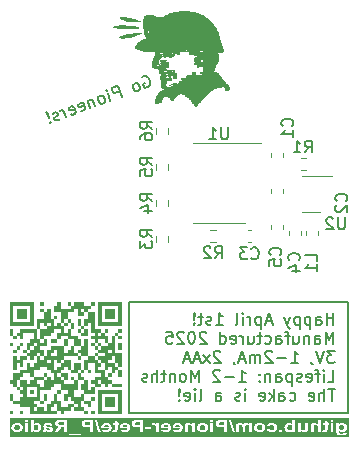
<source format=gbr>
%TF.GenerationSoftware,KiCad,Pcbnew,7.0.10*%
%TF.CreationDate,2025-02-23T01:37:13-06:00*%
%TF.ProjectId,Portal_Radio,506f7274-616c-45f5-9261-64696f2e6b69,rev?*%
%TF.SameCoordinates,Original*%
%TF.FileFunction,Legend,Bot*%
%TF.FilePolarity,Positive*%
%FSLAX46Y46*%
G04 Gerber Fmt 4.6, Leading zero omitted, Abs format (unit mm)*
G04 Created by KiCad (PCBNEW 7.0.10) date 2025-02-23 01:37:13*
%MOMM*%
%LPD*%
G01*
G04 APERTURE LIST*
%ADD10C,0.200000*%
%ADD11C,0.050800*%
%ADD12C,0.000000*%
%ADD13C,0.150000*%
%ADD14C,0.120000*%
G04 APERTURE END LIST*
D10*
X150672326Y-98692969D02*
X150672326Y-97692969D01*
X150672326Y-98169159D02*
X150100898Y-98169159D01*
X150100898Y-98692969D02*
X150100898Y-97692969D01*
X149196136Y-98692969D02*
X149196136Y-98169159D01*
X149196136Y-98169159D02*
X149243755Y-98073921D01*
X149243755Y-98073921D02*
X149338993Y-98026302D01*
X149338993Y-98026302D02*
X149529469Y-98026302D01*
X149529469Y-98026302D02*
X149624707Y-98073921D01*
X149196136Y-98645350D02*
X149291374Y-98692969D01*
X149291374Y-98692969D02*
X149529469Y-98692969D01*
X149529469Y-98692969D02*
X149624707Y-98645350D01*
X149624707Y-98645350D02*
X149672326Y-98550111D01*
X149672326Y-98550111D02*
X149672326Y-98454873D01*
X149672326Y-98454873D02*
X149624707Y-98359635D01*
X149624707Y-98359635D02*
X149529469Y-98312016D01*
X149529469Y-98312016D02*
X149291374Y-98312016D01*
X149291374Y-98312016D02*
X149196136Y-98264397D01*
X148719945Y-98026302D02*
X148719945Y-99026302D01*
X148719945Y-98073921D02*
X148624707Y-98026302D01*
X148624707Y-98026302D02*
X148434231Y-98026302D01*
X148434231Y-98026302D02*
X148338993Y-98073921D01*
X148338993Y-98073921D02*
X148291374Y-98121540D01*
X148291374Y-98121540D02*
X148243755Y-98216778D01*
X148243755Y-98216778D02*
X148243755Y-98502492D01*
X148243755Y-98502492D02*
X148291374Y-98597730D01*
X148291374Y-98597730D02*
X148338993Y-98645350D01*
X148338993Y-98645350D02*
X148434231Y-98692969D01*
X148434231Y-98692969D02*
X148624707Y-98692969D01*
X148624707Y-98692969D02*
X148719945Y-98645350D01*
X147815183Y-98026302D02*
X147815183Y-99026302D01*
X147815183Y-98073921D02*
X147719945Y-98026302D01*
X147719945Y-98026302D02*
X147529469Y-98026302D01*
X147529469Y-98026302D02*
X147434231Y-98073921D01*
X147434231Y-98073921D02*
X147386612Y-98121540D01*
X147386612Y-98121540D02*
X147338993Y-98216778D01*
X147338993Y-98216778D02*
X147338993Y-98502492D01*
X147338993Y-98502492D02*
X147386612Y-98597730D01*
X147386612Y-98597730D02*
X147434231Y-98645350D01*
X147434231Y-98645350D02*
X147529469Y-98692969D01*
X147529469Y-98692969D02*
X147719945Y-98692969D01*
X147719945Y-98692969D02*
X147815183Y-98645350D01*
X147005659Y-98026302D02*
X146767564Y-98692969D01*
X146529469Y-98026302D02*
X146767564Y-98692969D01*
X146767564Y-98692969D02*
X146862802Y-98931064D01*
X146862802Y-98931064D02*
X146910421Y-98978683D01*
X146910421Y-98978683D02*
X147005659Y-99026302D01*
X145434230Y-98407254D02*
X144958040Y-98407254D01*
X145529468Y-98692969D02*
X145196135Y-97692969D01*
X145196135Y-97692969D02*
X144862802Y-98692969D01*
X144529468Y-98026302D02*
X144529468Y-99026302D01*
X144529468Y-98073921D02*
X144434230Y-98026302D01*
X144434230Y-98026302D02*
X144243754Y-98026302D01*
X144243754Y-98026302D02*
X144148516Y-98073921D01*
X144148516Y-98073921D02*
X144100897Y-98121540D01*
X144100897Y-98121540D02*
X144053278Y-98216778D01*
X144053278Y-98216778D02*
X144053278Y-98502492D01*
X144053278Y-98502492D02*
X144100897Y-98597730D01*
X144100897Y-98597730D02*
X144148516Y-98645350D01*
X144148516Y-98645350D02*
X144243754Y-98692969D01*
X144243754Y-98692969D02*
X144434230Y-98692969D01*
X144434230Y-98692969D02*
X144529468Y-98645350D01*
X143624706Y-98692969D02*
X143624706Y-98026302D01*
X143624706Y-98216778D02*
X143577087Y-98121540D01*
X143577087Y-98121540D02*
X143529468Y-98073921D01*
X143529468Y-98073921D02*
X143434230Y-98026302D01*
X143434230Y-98026302D02*
X143338992Y-98026302D01*
X143005658Y-98692969D02*
X143005658Y-98026302D01*
X143005658Y-97692969D02*
X143053277Y-97740588D01*
X143053277Y-97740588D02*
X143005658Y-97788207D01*
X143005658Y-97788207D02*
X142958039Y-97740588D01*
X142958039Y-97740588D02*
X143005658Y-97692969D01*
X143005658Y-97692969D02*
X143005658Y-97788207D01*
X142386611Y-98692969D02*
X142481849Y-98645350D01*
X142481849Y-98645350D02*
X142529468Y-98550111D01*
X142529468Y-98550111D02*
X142529468Y-97692969D01*
X140719944Y-98692969D02*
X141291372Y-98692969D01*
X141005658Y-98692969D02*
X141005658Y-97692969D01*
X141005658Y-97692969D02*
X141100896Y-97835826D01*
X141100896Y-97835826D02*
X141196134Y-97931064D01*
X141196134Y-97931064D02*
X141291372Y-97978683D01*
X140338991Y-98645350D02*
X140243753Y-98692969D01*
X140243753Y-98692969D02*
X140053277Y-98692969D01*
X140053277Y-98692969D02*
X139958039Y-98645350D01*
X139958039Y-98645350D02*
X139910420Y-98550111D01*
X139910420Y-98550111D02*
X139910420Y-98502492D01*
X139910420Y-98502492D02*
X139958039Y-98407254D01*
X139958039Y-98407254D02*
X140053277Y-98359635D01*
X140053277Y-98359635D02*
X140196134Y-98359635D01*
X140196134Y-98359635D02*
X140291372Y-98312016D01*
X140291372Y-98312016D02*
X140338991Y-98216778D01*
X140338991Y-98216778D02*
X140338991Y-98169159D01*
X140338991Y-98169159D02*
X140291372Y-98073921D01*
X140291372Y-98073921D02*
X140196134Y-98026302D01*
X140196134Y-98026302D02*
X140053277Y-98026302D01*
X140053277Y-98026302D02*
X139958039Y-98073921D01*
X139624705Y-98026302D02*
X139243753Y-98026302D01*
X139481848Y-97692969D02*
X139481848Y-98550111D01*
X139481848Y-98550111D02*
X139434229Y-98645350D01*
X139434229Y-98645350D02*
X139338991Y-98692969D01*
X139338991Y-98692969D02*
X139243753Y-98692969D01*
X138910419Y-98597730D02*
X138862800Y-98645350D01*
X138862800Y-98645350D02*
X138910419Y-98692969D01*
X138910419Y-98692969D02*
X138958038Y-98645350D01*
X138958038Y-98645350D02*
X138910419Y-98597730D01*
X138910419Y-98597730D02*
X138910419Y-98692969D01*
X138910419Y-98312016D02*
X138958038Y-97740588D01*
X138958038Y-97740588D02*
X138910419Y-97692969D01*
X138910419Y-97692969D02*
X138862800Y-97740588D01*
X138862800Y-97740588D02*
X138910419Y-98312016D01*
X138910419Y-98312016D02*
X138910419Y-97692969D01*
X150672326Y-100302969D02*
X150672326Y-99302969D01*
X150672326Y-99302969D02*
X150338993Y-100017254D01*
X150338993Y-100017254D02*
X150005660Y-99302969D01*
X150005660Y-99302969D02*
X150005660Y-100302969D01*
X149100898Y-100302969D02*
X149100898Y-99779159D01*
X149100898Y-99779159D02*
X149148517Y-99683921D01*
X149148517Y-99683921D02*
X149243755Y-99636302D01*
X149243755Y-99636302D02*
X149434231Y-99636302D01*
X149434231Y-99636302D02*
X149529469Y-99683921D01*
X149100898Y-100255350D02*
X149196136Y-100302969D01*
X149196136Y-100302969D02*
X149434231Y-100302969D01*
X149434231Y-100302969D02*
X149529469Y-100255350D01*
X149529469Y-100255350D02*
X149577088Y-100160111D01*
X149577088Y-100160111D02*
X149577088Y-100064873D01*
X149577088Y-100064873D02*
X149529469Y-99969635D01*
X149529469Y-99969635D02*
X149434231Y-99922016D01*
X149434231Y-99922016D02*
X149196136Y-99922016D01*
X149196136Y-99922016D02*
X149100898Y-99874397D01*
X148624707Y-99636302D02*
X148624707Y-100302969D01*
X148624707Y-99731540D02*
X148577088Y-99683921D01*
X148577088Y-99683921D02*
X148481850Y-99636302D01*
X148481850Y-99636302D02*
X148338993Y-99636302D01*
X148338993Y-99636302D02*
X148243755Y-99683921D01*
X148243755Y-99683921D02*
X148196136Y-99779159D01*
X148196136Y-99779159D02*
X148196136Y-100302969D01*
X147291374Y-99636302D02*
X147291374Y-100302969D01*
X147719945Y-99636302D02*
X147719945Y-100160111D01*
X147719945Y-100160111D02*
X147672326Y-100255350D01*
X147672326Y-100255350D02*
X147577088Y-100302969D01*
X147577088Y-100302969D02*
X147434231Y-100302969D01*
X147434231Y-100302969D02*
X147338993Y-100255350D01*
X147338993Y-100255350D02*
X147291374Y-100207730D01*
X146958040Y-99636302D02*
X146577088Y-99636302D01*
X146815183Y-100302969D02*
X146815183Y-99445826D01*
X146815183Y-99445826D02*
X146767564Y-99350588D01*
X146767564Y-99350588D02*
X146672326Y-99302969D01*
X146672326Y-99302969D02*
X146577088Y-99302969D01*
X145815183Y-100302969D02*
X145815183Y-99779159D01*
X145815183Y-99779159D02*
X145862802Y-99683921D01*
X145862802Y-99683921D02*
X145958040Y-99636302D01*
X145958040Y-99636302D02*
X146148516Y-99636302D01*
X146148516Y-99636302D02*
X146243754Y-99683921D01*
X145815183Y-100255350D02*
X145910421Y-100302969D01*
X145910421Y-100302969D02*
X146148516Y-100302969D01*
X146148516Y-100302969D02*
X146243754Y-100255350D01*
X146243754Y-100255350D02*
X146291373Y-100160111D01*
X146291373Y-100160111D02*
X146291373Y-100064873D01*
X146291373Y-100064873D02*
X146243754Y-99969635D01*
X146243754Y-99969635D02*
X146148516Y-99922016D01*
X146148516Y-99922016D02*
X145910421Y-99922016D01*
X145910421Y-99922016D02*
X145815183Y-99874397D01*
X144910421Y-100255350D02*
X145005659Y-100302969D01*
X145005659Y-100302969D02*
X145196135Y-100302969D01*
X145196135Y-100302969D02*
X145291373Y-100255350D01*
X145291373Y-100255350D02*
X145338992Y-100207730D01*
X145338992Y-100207730D02*
X145386611Y-100112492D01*
X145386611Y-100112492D02*
X145386611Y-99826778D01*
X145386611Y-99826778D02*
X145338992Y-99731540D01*
X145338992Y-99731540D02*
X145291373Y-99683921D01*
X145291373Y-99683921D02*
X145196135Y-99636302D01*
X145196135Y-99636302D02*
X145005659Y-99636302D01*
X145005659Y-99636302D02*
X144910421Y-99683921D01*
X144624706Y-99636302D02*
X144243754Y-99636302D01*
X144481849Y-99302969D02*
X144481849Y-100160111D01*
X144481849Y-100160111D02*
X144434230Y-100255350D01*
X144434230Y-100255350D02*
X144338992Y-100302969D01*
X144338992Y-100302969D02*
X144243754Y-100302969D01*
X143481849Y-99636302D02*
X143481849Y-100302969D01*
X143910420Y-99636302D02*
X143910420Y-100160111D01*
X143910420Y-100160111D02*
X143862801Y-100255350D01*
X143862801Y-100255350D02*
X143767563Y-100302969D01*
X143767563Y-100302969D02*
X143624706Y-100302969D01*
X143624706Y-100302969D02*
X143529468Y-100255350D01*
X143529468Y-100255350D02*
X143481849Y-100207730D01*
X143005658Y-100302969D02*
X143005658Y-99636302D01*
X143005658Y-99826778D02*
X142958039Y-99731540D01*
X142958039Y-99731540D02*
X142910420Y-99683921D01*
X142910420Y-99683921D02*
X142815182Y-99636302D01*
X142815182Y-99636302D02*
X142719944Y-99636302D01*
X142005658Y-100255350D02*
X142100896Y-100302969D01*
X142100896Y-100302969D02*
X142291372Y-100302969D01*
X142291372Y-100302969D02*
X142386610Y-100255350D01*
X142386610Y-100255350D02*
X142434229Y-100160111D01*
X142434229Y-100160111D02*
X142434229Y-99779159D01*
X142434229Y-99779159D02*
X142386610Y-99683921D01*
X142386610Y-99683921D02*
X142291372Y-99636302D01*
X142291372Y-99636302D02*
X142100896Y-99636302D01*
X142100896Y-99636302D02*
X142005658Y-99683921D01*
X142005658Y-99683921D02*
X141958039Y-99779159D01*
X141958039Y-99779159D02*
X141958039Y-99874397D01*
X141958039Y-99874397D02*
X142434229Y-99969635D01*
X141100896Y-100302969D02*
X141100896Y-99302969D01*
X141100896Y-100255350D02*
X141196134Y-100302969D01*
X141196134Y-100302969D02*
X141386610Y-100302969D01*
X141386610Y-100302969D02*
X141481848Y-100255350D01*
X141481848Y-100255350D02*
X141529467Y-100207730D01*
X141529467Y-100207730D02*
X141577086Y-100112492D01*
X141577086Y-100112492D02*
X141577086Y-99826778D01*
X141577086Y-99826778D02*
X141529467Y-99731540D01*
X141529467Y-99731540D02*
X141481848Y-99683921D01*
X141481848Y-99683921D02*
X141386610Y-99636302D01*
X141386610Y-99636302D02*
X141196134Y-99636302D01*
X141196134Y-99636302D02*
X141100896Y-99683921D01*
X139910419Y-99398207D02*
X139862800Y-99350588D01*
X139862800Y-99350588D02*
X139767562Y-99302969D01*
X139767562Y-99302969D02*
X139529467Y-99302969D01*
X139529467Y-99302969D02*
X139434229Y-99350588D01*
X139434229Y-99350588D02*
X139386610Y-99398207D01*
X139386610Y-99398207D02*
X139338991Y-99493445D01*
X139338991Y-99493445D02*
X139338991Y-99588683D01*
X139338991Y-99588683D02*
X139386610Y-99731540D01*
X139386610Y-99731540D02*
X139958038Y-100302969D01*
X139958038Y-100302969D02*
X139338991Y-100302969D01*
X138719943Y-99302969D02*
X138624705Y-99302969D01*
X138624705Y-99302969D02*
X138529467Y-99350588D01*
X138529467Y-99350588D02*
X138481848Y-99398207D01*
X138481848Y-99398207D02*
X138434229Y-99493445D01*
X138434229Y-99493445D02*
X138386610Y-99683921D01*
X138386610Y-99683921D02*
X138386610Y-99922016D01*
X138386610Y-99922016D02*
X138434229Y-100112492D01*
X138434229Y-100112492D02*
X138481848Y-100207730D01*
X138481848Y-100207730D02*
X138529467Y-100255350D01*
X138529467Y-100255350D02*
X138624705Y-100302969D01*
X138624705Y-100302969D02*
X138719943Y-100302969D01*
X138719943Y-100302969D02*
X138815181Y-100255350D01*
X138815181Y-100255350D02*
X138862800Y-100207730D01*
X138862800Y-100207730D02*
X138910419Y-100112492D01*
X138910419Y-100112492D02*
X138958038Y-99922016D01*
X138958038Y-99922016D02*
X138958038Y-99683921D01*
X138958038Y-99683921D02*
X138910419Y-99493445D01*
X138910419Y-99493445D02*
X138862800Y-99398207D01*
X138862800Y-99398207D02*
X138815181Y-99350588D01*
X138815181Y-99350588D02*
X138719943Y-99302969D01*
X138005657Y-99398207D02*
X137958038Y-99350588D01*
X137958038Y-99350588D02*
X137862800Y-99302969D01*
X137862800Y-99302969D02*
X137624705Y-99302969D01*
X137624705Y-99302969D02*
X137529467Y-99350588D01*
X137529467Y-99350588D02*
X137481848Y-99398207D01*
X137481848Y-99398207D02*
X137434229Y-99493445D01*
X137434229Y-99493445D02*
X137434229Y-99588683D01*
X137434229Y-99588683D02*
X137481848Y-99731540D01*
X137481848Y-99731540D02*
X138053276Y-100302969D01*
X138053276Y-100302969D02*
X137434229Y-100302969D01*
X136529467Y-99302969D02*
X137005657Y-99302969D01*
X137005657Y-99302969D02*
X137053276Y-99779159D01*
X137053276Y-99779159D02*
X137005657Y-99731540D01*
X137005657Y-99731540D02*
X136910419Y-99683921D01*
X136910419Y-99683921D02*
X136672324Y-99683921D01*
X136672324Y-99683921D02*
X136577086Y-99731540D01*
X136577086Y-99731540D02*
X136529467Y-99779159D01*
X136529467Y-99779159D02*
X136481848Y-99874397D01*
X136481848Y-99874397D02*
X136481848Y-100112492D01*
X136481848Y-100112492D02*
X136529467Y-100207730D01*
X136529467Y-100207730D02*
X136577086Y-100255350D01*
X136577086Y-100255350D02*
X136672324Y-100302969D01*
X136672324Y-100302969D02*
X136910419Y-100302969D01*
X136910419Y-100302969D02*
X137005657Y-100255350D01*
X137005657Y-100255350D02*
X137053276Y-100207730D01*
X150767564Y-100912969D02*
X150148517Y-100912969D01*
X150148517Y-100912969D02*
X150481850Y-101293921D01*
X150481850Y-101293921D02*
X150338993Y-101293921D01*
X150338993Y-101293921D02*
X150243755Y-101341540D01*
X150243755Y-101341540D02*
X150196136Y-101389159D01*
X150196136Y-101389159D02*
X150148517Y-101484397D01*
X150148517Y-101484397D02*
X150148517Y-101722492D01*
X150148517Y-101722492D02*
X150196136Y-101817730D01*
X150196136Y-101817730D02*
X150243755Y-101865350D01*
X150243755Y-101865350D02*
X150338993Y-101912969D01*
X150338993Y-101912969D02*
X150624707Y-101912969D01*
X150624707Y-101912969D02*
X150719945Y-101865350D01*
X150719945Y-101865350D02*
X150767564Y-101817730D01*
X149862802Y-100912969D02*
X149529469Y-101912969D01*
X149529469Y-101912969D02*
X149196136Y-100912969D01*
X148815183Y-101865350D02*
X148815183Y-101912969D01*
X148815183Y-101912969D02*
X148862802Y-102008207D01*
X148862802Y-102008207D02*
X148910421Y-102055826D01*
X147100898Y-101912969D02*
X147672326Y-101912969D01*
X147386612Y-101912969D02*
X147386612Y-100912969D01*
X147386612Y-100912969D02*
X147481850Y-101055826D01*
X147481850Y-101055826D02*
X147577088Y-101151064D01*
X147577088Y-101151064D02*
X147672326Y-101198683D01*
X146672326Y-101532016D02*
X145910422Y-101532016D01*
X145481850Y-101008207D02*
X145434231Y-100960588D01*
X145434231Y-100960588D02*
X145338993Y-100912969D01*
X145338993Y-100912969D02*
X145100898Y-100912969D01*
X145100898Y-100912969D02*
X145005660Y-100960588D01*
X145005660Y-100960588D02*
X144958041Y-101008207D01*
X144958041Y-101008207D02*
X144910422Y-101103445D01*
X144910422Y-101103445D02*
X144910422Y-101198683D01*
X144910422Y-101198683D02*
X144958041Y-101341540D01*
X144958041Y-101341540D02*
X145529469Y-101912969D01*
X145529469Y-101912969D02*
X144910422Y-101912969D01*
X144481850Y-101912969D02*
X144481850Y-101246302D01*
X144481850Y-101341540D02*
X144434231Y-101293921D01*
X144434231Y-101293921D02*
X144338993Y-101246302D01*
X144338993Y-101246302D02*
X144196136Y-101246302D01*
X144196136Y-101246302D02*
X144100898Y-101293921D01*
X144100898Y-101293921D02*
X144053279Y-101389159D01*
X144053279Y-101389159D02*
X144053279Y-101912969D01*
X144053279Y-101389159D02*
X144005660Y-101293921D01*
X144005660Y-101293921D02*
X143910422Y-101246302D01*
X143910422Y-101246302D02*
X143767565Y-101246302D01*
X143767565Y-101246302D02*
X143672326Y-101293921D01*
X143672326Y-101293921D02*
X143624707Y-101389159D01*
X143624707Y-101389159D02*
X143624707Y-101912969D01*
X143196136Y-101627254D02*
X142719946Y-101627254D01*
X143291374Y-101912969D02*
X142958041Y-100912969D01*
X142958041Y-100912969D02*
X142624708Y-101912969D01*
X142243755Y-101865350D02*
X142243755Y-101912969D01*
X142243755Y-101912969D02*
X142291374Y-102008207D01*
X142291374Y-102008207D02*
X142338993Y-102055826D01*
X141100898Y-101008207D02*
X141053279Y-100960588D01*
X141053279Y-100960588D02*
X140958041Y-100912969D01*
X140958041Y-100912969D02*
X140719946Y-100912969D01*
X140719946Y-100912969D02*
X140624708Y-100960588D01*
X140624708Y-100960588D02*
X140577089Y-101008207D01*
X140577089Y-101008207D02*
X140529470Y-101103445D01*
X140529470Y-101103445D02*
X140529470Y-101198683D01*
X140529470Y-101198683D02*
X140577089Y-101341540D01*
X140577089Y-101341540D02*
X141148517Y-101912969D01*
X141148517Y-101912969D02*
X140529470Y-101912969D01*
X140196136Y-101912969D02*
X139672327Y-101246302D01*
X140196136Y-101246302D02*
X139672327Y-101912969D01*
X139338993Y-101627254D02*
X138862803Y-101627254D01*
X139434231Y-101912969D02*
X139100898Y-100912969D01*
X139100898Y-100912969D02*
X138767565Y-101912969D01*
X138481850Y-101627254D02*
X138005660Y-101627254D01*
X138577088Y-101912969D02*
X138243755Y-100912969D01*
X138243755Y-100912969D02*
X137910422Y-101912969D01*
X150196136Y-103522969D02*
X150672326Y-103522969D01*
X150672326Y-103522969D02*
X150672326Y-102522969D01*
X149862802Y-103522969D02*
X149862802Y-102856302D01*
X149862802Y-102522969D02*
X149910421Y-102570588D01*
X149910421Y-102570588D02*
X149862802Y-102618207D01*
X149862802Y-102618207D02*
X149815183Y-102570588D01*
X149815183Y-102570588D02*
X149862802Y-102522969D01*
X149862802Y-102522969D02*
X149862802Y-102618207D01*
X149529469Y-102856302D02*
X149148517Y-102856302D01*
X149386612Y-103522969D02*
X149386612Y-102665826D01*
X149386612Y-102665826D02*
X149338993Y-102570588D01*
X149338993Y-102570588D02*
X149243755Y-102522969D01*
X149243755Y-102522969D02*
X149148517Y-102522969D01*
X148434231Y-103475350D02*
X148529469Y-103522969D01*
X148529469Y-103522969D02*
X148719945Y-103522969D01*
X148719945Y-103522969D02*
X148815183Y-103475350D01*
X148815183Y-103475350D02*
X148862802Y-103380111D01*
X148862802Y-103380111D02*
X148862802Y-102999159D01*
X148862802Y-102999159D02*
X148815183Y-102903921D01*
X148815183Y-102903921D02*
X148719945Y-102856302D01*
X148719945Y-102856302D02*
X148529469Y-102856302D01*
X148529469Y-102856302D02*
X148434231Y-102903921D01*
X148434231Y-102903921D02*
X148386612Y-102999159D01*
X148386612Y-102999159D02*
X148386612Y-103094397D01*
X148386612Y-103094397D02*
X148862802Y-103189635D01*
X148005659Y-103475350D02*
X147910421Y-103522969D01*
X147910421Y-103522969D02*
X147719945Y-103522969D01*
X147719945Y-103522969D02*
X147624707Y-103475350D01*
X147624707Y-103475350D02*
X147577088Y-103380111D01*
X147577088Y-103380111D02*
X147577088Y-103332492D01*
X147577088Y-103332492D02*
X147624707Y-103237254D01*
X147624707Y-103237254D02*
X147719945Y-103189635D01*
X147719945Y-103189635D02*
X147862802Y-103189635D01*
X147862802Y-103189635D02*
X147958040Y-103142016D01*
X147958040Y-103142016D02*
X148005659Y-103046778D01*
X148005659Y-103046778D02*
X148005659Y-102999159D01*
X148005659Y-102999159D02*
X147958040Y-102903921D01*
X147958040Y-102903921D02*
X147862802Y-102856302D01*
X147862802Y-102856302D02*
X147719945Y-102856302D01*
X147719945Y-102856302D02*
X147624707Y-102903921D01*
X147148516Y-102856302D02*
X147148516Y-103856302D01*
X147148516Y-102903921D02*
X147053278Y-102856302D01*
X147053278Y-102856302D02*
X146862802Y-102856302D01*
X146862802Y-102856302D02*
X146767564Y-102903921D01*
X146767564Y-102903921D02*
X146719945Y-102951540D01*
X146719945Y-102951540D02*
X146672326Y-103046778D01*
X146672326Y-103046778D02*
X146672326Y-103332492D01*
X146672326Y-103332492D02*
X146719945Y-103427730D01*
X146719945Y-103427730D02*
X146767564Y-103475350D01*
X146767564Y-103475350D02*
X146862802Y-103522969D01*
X146862802Y-103522969D02*
X147053278Y-103522969D01*
X147053278Y-103522969D02*
X147148516Y-103475350D01*
X145815183Y-103522969D02*
X145815183Y-102999159D01*
X145815183Y-102999159D02*
X145862802Y-102903921D01*
X145862802Y-102903921D02*
X145958040Y-102856302D01*
X145958040Y-102856302D02*
X146148516Y-102856302D01*
X146148516Y-102856302D02*
X146243754Y-102903921D01*
X145815183Y-103475350D02*
X145910421Y-103522969D01*
X145910421Y-103522969D02*
X146148516Y-103522969D01*
X146148516Y-103522969D02*
X146243754Y-103475350D01*
X146243754Y-103475350D02*
X146291373Y-103380111D01*
X146291373Y-103380111D02*
X146291373Y-103284873D01*
X146291373Y-103284873D02*
X146243754Y-103189635D01*
X146243754Y-103189635D02*
X146148516Y-103142016D01*
X146148516Y-103142016D02*
X145910421Y-103142016D01*
X145910421Y-103142016D02*
X145815183Y-103094397D01*
X145338992Y-102856302D02*
X145338992Y-103522969D01*
X145338992Y-102951540D02*
X145291373Y-102903921D01*
X145291373Y-102903921D02*
X145196135Y-102856302D01*
X145196135Y-102856302D02*
X145053278Y-102856302D01*
X145053278Y-102856302D02*
X144958040Y-102903921D01*
X144958040Y-102903921D02*
X144910421Y-102999159D01*
X144910421Y-102999159D02*
X144910421Y-103522969D01*
X144434230Y-103427730D02*
X144386611Y-103475350D01*
X144386611Y-103475350D02*
X144434230Y-103522969D01*
X144434230Y-103522969D02*
X144481849Y-103475350D01*
X144481849Y-103475350D02*
X144434230Y-103427730D01*
X144434230Y-103427730D02*
X144434230Y-103522969D01*
X144434230Y-102903921D02*
X144386611Y-102951540D01*
X144386611Y-102951540D02*
X144434230Y-102999159D01*
X144434230Y-102999159D02*
X144481849Y-102951540D01*
X144481849Y-102951540D02*
X144434230Y-102903921D01*
X144434230Y-102903921D02*
X144434230Y-102999159D01*
X142672326Y-103522969D02*
X143243754Y-103522969D01*
X142958040Y-103522969D02*
X142958040Y-102522969D01*
X142958040Y-102522969D02*
X143053278Y-102665826D01*
X143053278Y-102665826D02*
X143148516Y-102761064D01*
X143148516Y-102761064D02*
X143243754Y-102808683D01*
X142243754Y-103142016D02*
X141481850Y-103142016D01*
X141053278Y-102618207D02*
X141005659Y-102570588D01*
X141005659Y-102570588D02*
X140910421Y-102522969D01*
X140910421Y-102522969D02*
X140672326Y-102522969D01*
X140672326Y-102522969D02*
X140577088Y-102570588D01*
X140577088Y-102570588D02*
X140529469Y-102618207D01*
X140529469Y-102618207D02*
X140481850Y-102713445D01*
X140481850Y-102713445D02*
X140481850Y-102808683D01*
X140481850Y-102808683D02*
X140529469Y-102951540D01*
X140529469Y-102951540D02*
X141100897Y-103522969D01*
X141100897Y-103522969D02*
X140481850Y-103522969D01*
X139291373Y-103522969D02*
X139291373Y-102522969D01*
X139291373Y-102522969D02*
X138958040Y-103237254D01*
X138958040Y-103237254D02*
X138624707Y-102522969D01*
X138624707Y-102522969D02*
X138624707Y-103522969D01*
X138005659Y-103522969D02*
X138100897Y-103475350D01*
X138100897Y-103475350D02*
X138148516Y-103427730D01*
X138148516Y-103427730D02*
X138196135Y-103332492D01*
X138196135Y-103332492D02*
X138196135Y-103046778D01*
X138196135Y-103046778D02*
X138148516Y-102951540D01*
X138148516Y-102951540D02*
X138100897Y-102903921D01*
X138100897Y-102903921D02*
X138005659Y-102856302D01*
X138005659Y-102856302D02*
X137862802Y-102856302D01*
X137862802Y-102856302D02*
X137767564Y-102903921D01*
X137767564Y-102903921D02*
X137719945Y-102951540D01*
X137719945Y-102951540D02*
X137672326Y-103046778D01*
X137672326Y-103046778D02*
X137672326Y-103332492D01*
X137672326Y-103332492D02*
X137719945Y-103427730D01*
X137719945Y-103427730D02*
X137767564Y-103475350D01*
X137767564Y-103475350D02*
X137862802Y-103522969D01*
X137862802Y-103522969D02*
X138005659Y-103522969D01*
X137243754Y-102856302D02*
X137243754Y-103522969D01*
X137243754Y-102951540D02*
X137196135Y-102903921D01*
X137196135Y-102903921D02*
X137100897Y-102856302D01*
X137100897Y-102856302D02*
X136958040Y-102856302D01*
X136958040Y-102856302D02*
X136862802Y-102903921D01*
X136862802Y-102903921D02*
X136815183Y-102999159D01*
X136815183Y-102999159D02*
X136815183Y-103522969D01*
X136481849Y-102856302D02*
X136100897Y-102856302D01*
X136338992Y-102522969D02*
X136338992Y-103380111D01*
X136338992Y-103380111D02*
X136291373Y-103475350D01*
X136291373Y-103475350D02*
X136196135Y-103522969D01*
X136196135Y-103522969D02*
X136100897Y-103522969D01*
X135767563Y-103522969D02*
X135767563Y-102522969D01*
X135338992Y-103522969D02*
X135338992Y-102999159D01*
X135338992Y-102999159D02*
X135386611Y-102903921D01*
X135386611Y-102903921D02*
X135481849Y-102856302D01*
X135481849Y-102856302D02*
X135624706Y-102856302D01*
X135624706Y-102856302D02*
X135719944Y-102903921D01*
X135719944Y-102903921D02*
X135767563Y-102951540D01*
X134910420Y-103475350D02*
X134815182Y-103522969D01*
X134815182Y-103522969D02*
X134624706Y-103522969D01*
X134624706Y-103522969D02*
X134529468Y-103475350D01*
X134529468Y-103475350D02*
X134481849Y-103380111D01*
X134481849Y-103380111D02*
X134481849Y-103332492D01*
X134481849Y-103332492D02*
X134529468Y-103237254D01*
X134529468Y-103237254D02*
X134624706Y-103189635D01*
X134624706Y-103189635D02*
X134767563Y-103189635D01*
X134767563Y-103189635D02*
X134862801Y-103142016D01*
X134862801Y-103142016D02*
X134910420Y-103046778D01*
X134910420Y-103046778D02*
X134910420Y-102999159D01*
X134910420Y-102999159D02*
X134862801Y-102903921D01*
X134862801Y-102903921D02*
X134767563Y-102856302D01*
X134767563Y-102856302D02*
X134624706Y-102856302D01*
X134624706Y-102856302D02*
X134529468Y-102903921D01*
X150815183Y-104132969D02*
X150243755Y-104132969D01*
X150529469Y-105132969D02*
X150529469Y-104132969D01*
X149910421Y-105132969D02*
X149910421Y-104132969D01*
X149481850Y-105132969D02*
X149481850Y-104609159D01*
X149481850Y-104609159D02*
X149529469Y-104513921D01*
X149529469Y-104513921D02*
X149624707Y-104466302D01*
X149624707Y-104466302D02*
X149767564Y-104466302D01*
X149767564Y-104466302D02*
X149862802Y-104513921D01*
X149862802Y-104513921D02*
X149910421Y-104561540D01*
X148624707Y-105085350D02*
X148719945Y-105132969D01*
X148719945Y-105132969D02*
X148910421Y-105132969D01*
X148910421Y-105132969D02*
X149005659Y-105085350D01*
X149005659Y-105085350D02*
X149053278Y-104990111D01*
X149053278Y-104990111D02*
X149053278Y-104609159D01*
X149053278Y-104609159D02*
X149005659Y-104513921D01*
X149005659Y-104513921D02*
X148910421Y-104466302D01*
X148910421Y-104466302D02*
X148719945Y-104466302D01*
X148719945Y-104466302D02*
X148624707Y-104513921D01*
X148624707Y-104513921D02*
X148577088Y-104609159D01*
X148577088Y-104609159D02*
X148577088Y-104704397D01*
X148577088Y-104704397D02*
X149053278Y-104799635D01*
X146958040Y-105085350D02*
X147053278Y-105132969D01*
X147053278Y-105132969D02*
X147243754Y-105132969D01*
X147243754Y-105132969D02*
X147338992Y-105085350D01*
X147338992Y-105085350D02*
X147386611Y-105037730D01*
X147386611Y-105037730D02*
X147434230Y-104942492D01*
X147434230Y-104942492D02*
X147434230Y-104656778D01*
X147434230Y-104656778D02*
X147386611Y-104561540D01*
X147386611Y-104561540D02*
X147338992Y-104513921D01*
X147338992Y-104513921D02*
X147243754Y-104466302D01*
X147243754Y-104466302D02*
X147053278Y-104466302D01*
X147053278Y-104466302D02*
X146958040Y-104513921D01*
X146100897Y-105132969D02*
X146100897Y-104609159D01*
X146100897Y-104609159D02*
X146148516Y-104513921D01*
X146148516Y-104513921D02*
X146243754Y-104466302D01*
X146243754Y-104466302D02*
X146434230Y-104466302D01*
X146434230Y-104466302D02*
X146529468Y-104513921D01*
X146100897Y-105085350D02*
X146196135Y-105132969D01*
X146196135Y-105132969D02*
X146434230Y-105132969D01*
X146434230Y-105132969D02*
X146529468Y-105085350D01*
X146529468Y-105085350D02*
X146577087Y-104990111D01*
X146577087Y-104990111D02*
X146577087Y-104894873D01*
X146577087Y-104894873D02*
X146529468Y-104799635D01*
X146529468Y-104799635D02*
X146434230Y-104752016D01*
X146434230Y-104752016D02*
X146196135Y-104752016D01*
X146196135Y-104752016D02*
X146100897Y-104704397D01*
X145624706Y-105132969D02*
X145624706Y-104132969D01*
X145529468Y-104752016D02*
X145243754Y-105132969D01*
X145243754Y-104466302D02*
X145624706Y-104847254D01*
X144434230Y-105085350D02*
X144529468Y-105132969D01*
X144529468Y-105132969D02*
X144719944Y-105132969D01*
X144719944Y-105132969D02*
X144815182Y-105085350D01*
X144815182Y-105085350D02*
X144862801Y-104990111D01*
X144862801Y-104990111D02*
X144862801Y-104609159D01*
X144862801Y-104609159D02*
X144815182Y-104513921D01*
X144815182Y-104513921D02*
X144719944Y-104466302D01*
X144719944Y-104466302D02*
X144529468Y-104466302D01*
X144529468Y-104466302D02*
X144434230Y-104513921D01*
X144434230Y-104513921D02*
X144386611Y-104609159D01*
X144386611Y-104609159D02*
X144386611Y-104704397D01*
X144386611Y-104704397D02*
X144862801Y-104799635D01*
X143196134Y-105132969D02*
X143196134Y-104466302D01*
X143196134Y-104132969D02*
X143243753Y-104180588D01*
X143243753Y-104180588D02*
X143196134Y-104228207D01*
X143196134Y-104228207D02*
X143148515Y-104180588D01*
X143148515Y-104180588D02*
X143196134Y-104132969D01*
X143196134Y-104132969D02*
X143196134Y-104228207D01*
X142767563Y-105085350D02*
X142672325Y-105132969D01*
X142672325Y-105132969D02*
X142481849Y-105132969D01*
X142481849Y-105132969D02*
X142386611Y-105085350D01*
X142386611Y-105085350D02*
X142338992Y-104990111D01*
X142338992Y-104990111D02*
X142338992Y-104942492D01*
X142338992Y-104942492D02*
X142386611Y-104847254D01*
X142386611Y-104847254D02*
X142481849Y-104799635D01*
X142481849Y-104799635D02*
X142624706Y-104799635D01*
X142624706Y-104799635D02*
X142719944Y-104752016D01*
X142719944Y-104752016D02*
X142767563Y-104656778D01*
X142767563Y-104656778D02*
X142767563Y-104609159D01*
X142767563Y-104609159D02*
X142719944Y-104513921D01*
X142719944Y-104513921D02*
X142624706Y-104466302D01*
X142624706Y-104466302D02*
X142481849Y-104466302D01*
X142481849Y-104466302D02*
X142386611Y-104513921D01*
X140719944Y-105132969D02*
X140719944Y-104609159D01*
X140719944Y-104609159D02*
X140767563Y-104513921D01*
X140767563Y-104513921D02*
X140862801Y-104466302D01*
X140862801Y-104466302D02*
X141053277Y-104466302D01*
X141053277Y-104466302D02*
X141148515Y-104513921D01*
X140719944Y-105085350D02*
X140815182Y-105132969D01*
X140815182Y-105132969D02*
X141053277Y-105132969D01*
X141053277Y-105132969D02*
X141148515Y-105085350D01*
X141148515Y-105085350D02*
X141196134Y-104990111D01*
X141196134Y-104990111D02*
X141196134Y-104894873D01*
X141196134Y-104894873D02*
X141148515Y-104799635D01*
X141148515Y-104799635D02*
X141053277Y-104752016D01*
X141053277Y-104752016D02*
X140815182Y-104752016D01*
X140815182Y-104752016D02*
X140719944Y-104704397D01*
X139338991Y-105132969D02*
X139434229Y-105085350D01*
X139434229Y-105085350D02*
X139481848Y-104990111D01*
X139481848Y-104990111D02*
X139481848Y-104132969D01*
X138958038Y-105132969D02*
X138958038Y-104466302D01*
X138958038Y-104132969D02*
X139005657Y-104180588D01*
X139005657Y-104180588D02*
X138958038Y-104228207D01*
X138958038Y-104228207D02*
X138910419Y-104180588D01*
X138910419Y-104180588D02*
X138958038Y-104132969D01*
X138958038Y-104132969D02*
X138958038Y-104228207D01*
X138100896Y-105085350D02*
X138196134Y-105132969D01*
X138196134Y-105132969D02*
X138386610Y-105132969D01*
X138386610Y-105132969D02*
X138481848Y-105085350D01*
X138481848Y-105085350D02*
X138529467Y-104990111D01*
X138529467Y-104990111D02*
X138529467Y-104609159D01*
X138529467Y-104609159D02*
X138481848Y-104513921D01*
X138481848Y-104513921D02*
X138386610Y-104466302D01*
X138386610Y-104466302D02*
X138196134Y-104466302D01*
X138196134Y-104466302D02*
X138100896Y-104513921D01*
X138100896Y-104513921D02*
X138053277Y-104609159D01*
X138053277Y-104609159D02*
X138053277Y-104704397D01*
X138053277Y-104704397D02*
X138529467Y-104799635D01*
X137624705Y-105037730D02*
X137577086Y-105085350D01*
X137577086Y-105085350D02*
X137624705Y-105132969D01*
X137624705Y-105132969D02*
X137672324Y-105085350D01*
X137672324Y-105085350D02*
X137624705Y-105037730D01*
X137624705Y-105037730D02*
X137624705Y-105132969D01*
X137624705Y-104752016D02*
X137672324Y-104180588D01*
X137672324Y-104180588D02*
X137624705Y-104132969D01*
X137624705Y-104132969D02*
X137577086Y-104180588D01*
X137577086Y-104180588D02*
X137624705Y-104752016D01*
X137624705Y-104752016D02*
X137624705Y-104132969D01*
X133350000Y-96805750D02*
X151892000Y-96805750D01*
X151892000Y-106203750D01*
X133350000Y-106203750D01*
X133350000Y-96805750D01*
G36*
X151381237Y-107170872D02*
G01*
X151396945Y-107172379D01*
X151412113Y-107174890D01*
X151426741Y-107178406D01*
X151440830Y-107182927D01*
X151454378Y-107188453D01*
X151467387Y-107194983D01*
X151479856Y-107202518D01*
X151491785Y-107211057D01*
X151503175Y-107220601D01*
X151510468Y-107227522D01*
X151520668Y-107238766D01*
X151529864Y-107251067D01*
X151535438Y-107259854D01*
X151540566Y-107269110D01*
X151545248Y-107278836D01*
X151549484Y-107289031D01*
X151553274Y-107299696D01*
X151556618Y-107310830D01*
X151559516Y-107322433D01*
X151561969Y-107334506D01*
X151563975Y-107347049D01*
X151565536Y-107360060D01*
X151566651Y-107373541D01*
X151567319Y-107387492D01*
X151567542Y-107401912D01*
X151567319Y-107417041D01*
X151566651Y-107431656D01*
X151565536Y-107445755D01*
X151563975Y-107459339D01*
X151561969Y-107472408D01*
X151559516Y-107484962D01*
X151556618Y-107497000D01*
X151553274Y-107508524D01*
X151549484Y-107519532D01*
X151545248Y-107530025D01*
X151540566Y-107540002D01*
X151535438Y-107549465D01*
X151529864Y-107558412D01*
X151520668Y-107570867D01*
X151510468Y-107582163D01*
X151499476Y-107592377D01*
X151488021Y-107601586D01*
X151476103Y-107609790D01*
X151463721Y-107616990D01*
X151450876Y-107623186D01*
X151437567Y-107628376D01*
X151423795Y-107632562D01*
X151409560Y-107635744D01*
X151394860Y-107637920D01*
X151379698Y-107639092D01*
X151369332Y-107639316D01*
X151352766Y-107638800D01*
X151336686Y-107637255D01*
X151321091Y-107634679D01*
X151305981Y-107631072D01*
X151291356Y-107626436D01*
X151277217Y-107620768D01*
X151263563Y-107614071D01*
X151250394Y-107606343D01*
X151237711Y-107597584D01*
X151225512Y-107587796D01*
X151217650Y-107580697D01*
X151206563Y-107569211D01*
X151199778Y-107561002D01*
X151193477Y-107552352D01*
X151187661Y-107543262D01*
X151182330Y-107533730D01*
X151177483Y-107523758D01*
X151173121Y-107513346D01*
X151169244Y-107502492D01*
X151165851Y-107491198D01*
X151162943Y-107479463D01*
X151160519Y-107467287D01*
X151158581Y-107454670D01*
X151157127Y-107441613D01*
X151156157Y-107428114D01*
X151155673Y-107414175D01*
X151155612Y-107407041D01*
X151155845Y-107392262D01*
X151156543Y-107377968D01*
X151157706Y-107364159D01*
X151159334Y-107350834D01*
X151161428Y-107337994D01*
X151163987Y-107325639D01*
X151167012Y-107313769D01*
X151170501Y-107302383D01*
X151174456Y-107291481D01*
X151178876Y-107281065D01*
X151183762Y-107271133D01*
X151189113Y-107261686D01*
X151194929Y-107252723D01*
X151201210Y-107244245D01*
X151211504Y-107232437D01*
X151215168Y-107228743D01*
X151226552Y-107218311D01*
X151238487Y-107208905D01*
X151250972Y-107200525D01*
X151264009Y-107193172D01*
X151277595Y-107186844D01*
X151291733Y-107181543D01*
X151306421Y-107177267D01*
X151321660Y-107174018D01*
X151337450Y-107171795D01*
X151353790Y-107170597D01*
X151364989Y-107170369D01*
X151381237Y-107170872D01*
G37*
G36*
X123904653Y-107170919D02*
G01*
X123921823Y-107172568D01*
X123938459Y-107175315D01*
X123954560Y-107179162D01*
X123970127Y-107184108D01*
X123985160Y-107190153D01*
X123999658Y-107197297D01*
X124013622Y-107205540D01*
X124027051Y-107214883D01*
X124039947Y-107225324D01*
X124048247Y-107232896D01*
X124056172Y-107240896D01*
X124063586Y-107249328D01*
X124070489Y-107258192D01*
X124076881Y-107267486D01*
X124082761Y-107277212D01*
X124088130Y-107287369D01*
X124092988Y-107297958D01*
X124097334Y-107308977D01*
X124101169Y-107320428D01*
X124104492Y-107332310D01*
X124107305Y-107344623D01*
X124109606Y-107357368D01*
X124111395Y-107370544D01*
X124112674Y-107384151D01*
X124113441Y-107398189D01*
X124113696Y-107412658D01*
X124113441Y-107427129D01*
X124112674Y-107441170D01*
X124111395Y-107454782D01*
X124109606Y-107467964D01*
X124107305Y-107480717D01*
X124104492Y-107493041D01*
X124101169Y-107504935D01*
X124097334Y-107516400D01*
X124092988Y-107527436D01*
X124088130Y-107538043D01*
X124082761Y-107548220D01*
X124076881Y-107557967D01*
X124070489Y-107567286D01*
X124063586Y-107576175D01*
X124056172Y-107584635D01*
X124048247Y-107592665D01*
X124039947Y-107600207D01*
X124027051Y-107610608D01*
X124013622Y-107619914D01*
X123999658Y-107628125D01*
X123985160Y-107635241D01*
X123970127Y-107641262D01*
X123954560Y-107646189D01*
X123938459Y-107650021D01*
X123921823Y-107652758D01*
X123904653Y-107654400D01*
X123886949Y-107654947D01*
X123869250Y-107654400D01*
X123852096Y-107652758D01*
X123835488Y-107650021D01*
X123819424Y-107646189D01*
X123803907Y-107641262D01*
X123788934Y-107635241D01*
X123774506Y-107628125D01*
X123760624Y-107619914D01*
X123747287Y-107610608D01*
X123734496Y-107600207D01*
X123726271Y-107592665D01*
X123718383Y-107584629D01*
X123711004Y-107576152D01*
X123704134Y-107567234D01*
X123697772Y-107557876D01*
X123691920Y-107548077D01*
X123686577Y-107537837D01*
X123681742Y-107527156D01*
X123677416Y-107516034D01*
X123673600Y-107504472D01*
X123670292Y-107492468D01*
X123667493Y-107480024D01*
X123665203Y-107467140D01*
X123663421Y-107453814D01*
X123662149Y-107440048D01*
X123661386Y-107425841D01*
X123661131Y-107411193D01*
X123661386Y-107396901D01*
X123662149Y-107383029D01*
X123663421Y-107369576D01*
X123665203Y-107356543D01*
X123667493Y-107343931D01*
X123670292Y-107331738D01*
X123673600Y-107319964D01*
X123677416Y-107308611D01*
X123681742Y-107297677D01*
X123686577Y-107287163D01*
X123691920Y-107277069D01*
X123697772Y-107267395D01*
X123704134Y-107258140D01*
X123711004Y-107249306D01*
X123718383Y-107240891D01*
X123726271Y-107232896D01*
X123734496Y-107225324D01*
X123747287Y-107214883D01*
X123760624Y-107205540D01*
X123774506Y-107197297D01*
X123788934Y-107190153D01*
X123803907Y-107184108D01*
X123819424Y-107179162D01*
X123835488Y-107175315D01*
X123852096Y-107172568D01*
X123869250Y-107170919D01*
X123886949Y-107170369D01*
X123904653Y-107170919D01*
G37*
G36*
X125503616Y-107170874D02*
G01*
X125519215Y-107172387D01*
X125534317Y-107174910D01*
X125548924Y-107178441D01*
X125563034Y-107182981D01*
X125576648Y-107188530D01*
X125589766Y-107195088D01*
X125602387Y-107202655D01*
X125614513Y-107211231D01*
X125626142Y-107220816D01*
X125633620Y-107227766D01*
X125644152Y-107238981D01*
X125653648Y-107251191D01*
X125659404Y-107259884D01*
X125664699Y-107269021D01*
X125669534Y-107278599D01*
X125673908Y-107288621D01*
X125677821Y-107299085D01*
X125681275Y-107309992D01*
X125684267Y-107321342D01*
X125686800Y-107333134D01*
X125688872Y-107345369D01*
X125690483Y-107358047D01*
X125691634Y-107371168D01*
X125692325Y-107384731D01*
X125692555Y-107398736D01*
X125692395Y-107413768D01*
X125691916Y-107428271D01*
X125691116Y-107442245D01*
X125689996Y-107455691D01*
X125688557Y-107468608D01*
X125686797Y-107480997D01*
X125684718Y-107492857D01*
X125682319Y-107504188D01*
X125679600Y-107514991D01*
X125676561Y-107525266D01*
X125673202Y-107535012D01*
X125667565Y-107548639D01*
X125661207Y-107561078D01*
X125654130Y-107572327D01*
X125651610Y-107575812D01*
X125644019Y-107585395D01*
X125636057Y-107594360D01*
X125627725Y-107602706D01*
X125619021Y-107610434D01*
X125609947Y-107617544D01*
X125600502Y-107624035D01*
X125585639Y-107632613D01*
X125569942Y-107639800D01*
X125553411Y-107645596D01*
X125536046Y-107650001D01*
X125517846Y-107653015D01*
X125505250Y-107654252D01*
X125492282Y-107654870D01*
X125485660Y-107654947D01*
X125470061Y-107654426D01*
X125454904Y-107652861D01*
X125440188Y-107650252D01*
X125425914Y-107646601D01*
X125412082Y-107641906D01*
X125398692Y-107636168D01*
X125385743Y-107629387D01*
X125373236Y-107621562D01*
X125361170Y-107612694D01*
X125349546Y-107602783D01*
X125342042Y-107595596D01*
X125331399Y-107583950D01*
X125324885Y-107575612D01*
X125318836Y-107566813D01*
X125313253Y-107557555D01*
X125308135Y-107547837D01*
X125303482Y-107537659D01*
X125299295Y-107527021D01*
X125295572Y-107515923D01*
X125292315Y-107504365D01*
X125289524Y-107492348D01*
X125287197Y-107479871D01*
X125285336Y-107466933D01*
X125283940Y-107453536D01*
X125283010Y-107439679D01*
X125282544Y-107425362D01*
X125282486Y-107418032D01*
X125282712Y-107401864D01*
X125283388Y-107386272D01*
X125284515Y-107371257D01*
X125286092Y-107356818D01*
X125288121Y-107342956D01*
X125290600Y-107329669D01*
X125293529Y-107316959D01*
X125296910Y-107304825D01*
X125300741Y-107293267D01*
X125305023Y-107282286D01*
X125309756Y-107271881D01*
X125314940Y-107262052D01*
X125320574Y-107252799D01*
X125326659Y-107244123D01*
X125336632Y-107232189D01*
X125340181Y-107228499D01*
X125351227Y-107218111D01*
X125362846Y-107208744D01*
X125375037Y-107200399D01*
X125387800Y-107193076D01*
X125401136Y-107186775D01*
X125415045Y-107181496D01*
X125429526Y-107177238D01*
X125444579Y-107174002D01*
X125460205Y-107171789D01*
X125476404Y-107170596D01*
X125487521Y-107170369D01*
X125503616Y-107170874D01*
G37*
G36*
X126377999Y-107439109D02*
G01*
X126392360Y-107442257D01*
X126408436Y-107445551D01*
X126421620Y-107448116D01*
X126435768Y-107450763D01*
X126450881Y-107453491D01*
X126466960Y-107456301D01*
X126484004Y-107459193D01*
X126502013Y-107462166D01*
X126514555Y-107464193D01*
X126527035Y-107466207D01*
X126544719Y-107469219D01*
X126561160Y-107472223D01*
X126576358Y-107475218D01*
X126590313Y-107478205D01*
X126603025Y-107481183D01*
X126618040Y-107485141D01*
X126630845Y-107489083D01*
X126643743Y-107493989D01*
X126647936Y-107495945D01*
X126659204Y-107502509D01*
X126668970Y-107509501D01*
X126677234Y-107516919D01*
X126685451Y-107526794D01*
X126691320Y-107537337D01*
X126694841Y-107548547D01*
X126696015Y-107560425D01*
X126695076Y-107572228D01*
X126692259Y-107583519D01*
X126687563Y-107594296D01*
X126680990Y-107604561D01*
X126672539Y-107614312D01*
X126664425Y-107621745D01*
X126657551Y-107627103D01*
X126647611Y-107633629D01*
X126637021Y-107639285D01*
X126625781Y-107644071D01*
X126613892Y-107647986D01*
X126601354Y-107651032D01*
X126588166Y-107653207D01*
X126574329Y-107654512D01*
X126559842Y-107654947D01*
X126543344Y-107654440D01*
X126527040Y-107652917D01*
X126510929Y-107650379D01*
X126495013Y-107646826D01*
X126483203Y-107643495D01*
X126471501Y-107639593D01*
X126459909Y-107635120D01*
X126448426Y-107630076D01*
X126437052Y-107624461D01*
X126433285Y-107622463D01*
X126422671Y-107616067D01*
X126413007Y-107609335D01*
X126404292Y-107602267D01*
X126394735Y-107592960D01*
X126386662Y-107583128D01*
X126380074Y-107572772D01*
X126374970Y-107561891D01*
X126371702Y-107551604D01*
X126369495Y-107540749D01*
X126368068Y-107530571D01*
X126366941Y-107519065D01*
X126366115Y-107506230D01*
X126365692Y-107495733D01*
X126365439Y-107484489D01*
X126365354Y-107472498D01*
X126365354Y-107436106D01*
X126377999Y-107439109D01*
G37*
G36*
X131462864Y-107170775D02*
G01*
X131477142Y-107171992D01*
X131490934Y-107174021D01*
X131504241Y-107176861D01*
X131517062Y-107180512D01*
X131529399Y-107184975D01*
X131541250Y-107190250D01*
X131552615Y-107196335D01*
X131563496Y-107203233D01*
X131573891Y-107210941D01*
X131580552Y-107216531D01*
X131589912Y-107225522D01*
X131598334Y-107235093D01*
X131605819Y-107245243D01*
X131612366Y-107255973D01*
X131617974Y-107267282D01*
X131622645Y-107279171D01*
X131626379Y-107291640D01*
X131629174Y-107304688D01*
X131631031Y-107318315D01*
X131631951Y-107332523D01*
X131632043Y-107342316D01*
X131265711Y-107342316D01*
X131266216Y-107331942D01*
X131267111Y-107321884D01*
X131268397Y-107312143D01*
X131271057Y-107298125D01*
X131274595Y-107284820D01*
X131279010Y-107272228D01*
X131284304Y-107260348D01*
X131290475Y-107249181D01*
X131297524Y-107238727D01*
X131305451Y-107228985D01*
X131314256Y-107219956D01*
X131320614Y-107214333D01*
X131330642Y-107206476D01*
X131341068Y-107199392D01*
X131351892Y-107193081D01*
X131363115Y-107187543D01*
X131374735Y-107182777D01*
X131386753Y-107178784D01*
X131399169Y-107175564D01*
X131411984Y-107173117D01*
X131425196Y-107171443D01*
X131438807Y-107170541D01*
X131448101Y-107170369D01*
X131462864Y-107170775D01*
G37*
G36*
X133043584Y-107170775D02*
G01*
X133057862Y-107171992D01*
X133071654Y-107174021D01*
X133084961Y-107176861D01*
X133097782Y-107180512D01*
X133110119Y-107184975D01*
X133121970Y-107190250D01*
X133133336Y-107196335D01*
X133144216Y-107203233D01*
X133154611Y-107210941D01*
X133161272Y-107216531D01*
X133170632Y-107225522D01*
X133179055Y-107235093D01*
X133186539Y-107245243D01*
X133193086Y-107255973D01*
X133198695Y-107267282D01*
X133203366Y-107279171D01*
X133207099Y-107291640D01*
X133209894Y-107304688D01*
X133211752Y-107318315D01*
X133212671Y-107332523D01*
X133212763Y-107342316D01*
X132846431Y-107342316D01*
X132846936Y-107331942D01*
X132847831Y-107321884D01*
X132849117Y-107312143D01*
X132851777Y-107298125D01*
X132855315Y-107284820D01*
X132859730Y-107272228D01*
X132865024Y-107260348D01*
X132871195Y-107249181D01*
X132878244Y-107238727D01*
X132886172Y-107228985D01*
X132894976Y-107219956D01*
X132901334Y-107214333D01*
X132911362Y-107206476D01*
X132921788Y-107199392D01*
X132932613Y-107193081D01*
X132943835Y-107187543D01*
X132955455Y-107182777D01*
X132967473Y-107178784D01*
X132979890Y-107175564D01*
X132992704Y-107173117D01*
X133005916Y-107171443D01*
X133019527Y-107170541D01*
X133028822Y-107170369D01*
X133043584Y-107170775D01*
G37*
G36*
X136500324Y-107170775D02*
G01*
X136514601Y-107171992D01*
X136528394Y-107174021D01*
X136541701Y-107176861D01*
X136554522Y-107180512D01*
X136566858Y-107184975D01*
X136578710Y-107190250D01*
X136590075Y-107196335D01*
X136600956Y-107203233D01*
X136611351Y-107210941D01*
X136618012Y-107216531D01*
X136627372Y-107225522D01*
X136635794Y-107235093D01*
X136643279Y-107245243D01*
X136649825Y-107255973D01*
X136655434Y-107267282D01*
X136660105Y-107279171D01*
X136663838Y-107291640D01*
X136666634Y-107304688D01*
X136668491Y-107318315D01*
X136669411Y-107332523D01*
X136669503Y-107342316D01*
X136303170Y-107342316D01*
X136303676Y-107331942D01*
X136304571Y-107321884D01*
X136305857Y-107312143D01*
X136308517Y-107298125D01*
X136312054Y-107284820D01*
X136316470Y-107272228D01*
X136321764Y-107260348D01*
X136327935Y-107249181D01*
X136334984Y-107238727D01*
X136342911Y-107228985D01*
X136351716Y-107219956D01*
X136358074Y-107214333D01*
X136368102Y-107206476D01*
X136378528Y-107199392D01*
X136389352Y-107193081D01*
X136400574Y-107187543D01*
X136412195Y-107182777D01*
X136424213Y-107178784D01*
X136436629Y-107175564D01*
X136449444Y-107173117D01*
X136462656Y-107171443D01*
X136476267Y-107170541D01*
X136485561Y-107170369D01*
X136500324Y-107170775D01*
G37*
G36*
X137489205Y-107170775D02*
G01*
X137503482Y-107171992D01*
X137517274Y-107174021D01*
X137530581Y-107176861D01*
X137543403Y-107180512D01*
X137555739Y-107184975D01*
X137567590Y-107190250D01*
X137578956Y-107196335D01*
X137589837Y-107203233D01*
X137600232Y-107210941D01*
X137606892Y-107216531D01*
X137616253Y-107225522D01*
X137624675Y-107235093D01*
X137632159Y-107245243D01*
X137638706Y-107255973D01*
X137644315Y-107267282D01*
X137648986Y-107279171D01*
X137652719Y-107291640D01*
X137655514Y-107304688D01*
X137657372Y-107318315D01*
X137658292Y-107332523D01*
X137658384Y-107342316D01*
X137292051Y-107342316D01*
X137292556Y-107331942D01*
X137293452Y-107321884D01*
X137294737Y-107312143D01*
X137297397Y-107298125D01*
X137300935Y-107284820D01*
X137305351Y-107272228D01*
X137310644Y-107260348D01*
X137316816Y-107249181D01*
X137323865Y-107238727D01*
X137331792Y-107228985D01*
X137340597Y-107219956D01*
X137346954Y-107214333D01*
X137356983Y-107206476D01*
X137367409Y-107199392D01*
X137378233Y-107193081D01*
X137389455Y-107187543D01*
X137401075Y-107182777D01*
X137413094Y-107178784D01*
X137425510Y-107175564D01*
X137438324Y-107173117D01*
X137451537Y-107171443D01*
X137465147Y-107170541D01*
X137474442Y-107170369D01*
X137489205Y-107170775D01*
G37*
G36*
X139610113Y-107170919D02*
G01*
X139627283Y-107172568D01*
X139643918Y-107175315D01*
X139660020Y-107179162D01*
X139675587Y-107184108D01*
X139690619Y-107190153D01*
X139705118Y-107197297D01*
X139719082Y-107205540D01*
X139732511Y-107214883D01*
X139745406Y-107225324D01*
X139753706Y-107232896D01*
X139761632Y-107240896D01*
X139769046Y-107249328D01*
X139775949Y-107258192D01*
X139782341Y-107267486D01*
X139788221Y-107277212D01*
X139793590Y-107287369D01*
X139798447Y-107297958D01*
X139802794Y-107308977D01*
X139806629Y-107320428D01*
X139809952Y-107332310D01*
X139812765Y-107344623D01*
X139815066Y-107357368D01*
X139816855Y-107370544D01*
X139818134Y-107384151D01*
X139818901Y-107398189D01*
X139819156Y-107412658D01*
X139818901Y-107427129D01*
X139818134Y-107441170D01*
X139816855Y-107454782D01*
X139815066Y-107467964D01*
X139812765Y-107480717D01*
X139809952Y-107493041D01*
X139806629Y-107504935D01*
X139802794Y-107516400D01*
X139798447Y-107527436D01*
X139793590Y-107538043D01*
X139788221Y-107548220D01*
X139782341Y-107557967D01*
X139775949Y-107567286D01*
X139769046Y-107576175D01*
X139761632Y-107584635D01*
X139753706Y-107592665D01*
X139745406Y-107600207D01*
X139732511Y-107610608D01*
X139719082Y-107619914D01*
X139705118Y-107628125D01*
X139690619Y-107635241D01*
X139675587Y-107641262D01*
X139660020Y-107646189D01*
X139643918Y-107650021D01*
X139627283Y-107652758D01*
X139610113Y-107654400D01*
X139592408Y-107654947D01*
X139574710Y-107654400D01*
X139557556Y-107652758D01*
X139540947Y-107650021D01*
X139524884Y-107646189D01*
X139509366Y-107641262D01*
X139494394Y-107635241D01*
X139479966Y-107628125D01*
X139466084Y-107619914D01*
X139452747Y-107610608D01*
X139439956Y-107600207D01*
X139431731Y-107592665D01*
X139423843Y-107584629D01*
X139416464Y-107576152D01*
X139409594Y-107567234D01*
X139403232Y-107557876D01*
X139397380Y-107548077D01*
X139392036Y-107537837D01*
X139387202Y-107527156D01*
X139382876Y-107516034D01*
X139379059Y-107504472D01*
X139375752Y-107492468D01*
X139372953Y-107480024D01*
X139370662Y-107467140D01*
X139368881Y-107453814D01*
X139367609Y-107440048D01*
X139366846Y-107425841D01*
X139366591Y-107411193D01*
X139366846Y-107396901D01*
X139367609Y-107383029D01*
X139368881Y-107369576D01*
X139370662Y-107356543D01*
X139372953Y-107343931D01*
X139375752Y-107331738D01*
X139379059Y-107319964D01*
X139382876Y-107308611D01*
X139387202Y-107297677D01*
X139392036Y-107287163D01*
X139397380Y-107277069D01*
X139403232Y-107267395D01*
X139409594Y-107258140D01*
X139416464Y-107249306D01*
X139423843Y-107240891D01*
X139431731Y-107232896D01*
X139439956Y-107225324D01*
X139452747Y-107214883D01*
X139466084Y-107205540D01*
X139479966Y-107197297D01*
X139494394Y-107190153D01*
X139509366Y-107184108D01*
X139524884Y-107179162D01*
X139540947Y-107175315D01*
X139557556Y-107172568D01*
X139574710Y-107170919D01*
X139592408Y-107170369D01*
X139610113Y-107170919D01*
G37*
G36*
X144449052Y-107170919D02*
G01*
X144466222Y-107172568D01*
X144482858Y-107175315D01*
X144498959Y-107179162D01*
X144514526Y-107184108D01*
X144529559Y-107190153D01*
X144544057Y-107197297D01*
X144558021Y-107205540D01*
X144571450Y-107214883D01*
X144584346Y-107225324D01*
X144592646Y-107232896D01*
X144600571Y-107240896D01*
X144607985Y-107249328D01*
X144614888Y-107258192D01*
X144621280Y-107267486D01*
X144627160Y-107277212D01*
X144632529Y-107287369D01*
X144637387Y-107297958D01*
X144641733Y-107308977D01*
X144645568Y-107320428D01*
X144648892Y-107332310D01*
X144651704Y-107344623D01*
X144654005Y-107357368D01*
X144655794Y-107370544D01*
X144657073Y-107384151D01*
X144657840Y-107398189D01*
X144658095Y-107412658D01*
X144657840Y-107427129D01*
X144657073Y-107441170D01*
X144655794Y-107454782D01*
X144654005Y-107467964D01*
X144651704Y-107480717D01*
X144648892Y-107493041D01*
X144645568Y-107504935D01*
X144641733Y-107516400D01*
X144637387Y-107527436D01*
X144632529Y-107538043D01*
X144627160Y-107548220D01*
X144621280Y-107557967D01*
X144614888Y-107567286D01*
X144607985Y-107576175D01*
X144600571Y-107584635D01*
X144592646Y-107592665D01*
X144584346Y-107600207D01*
X144571450Y-107610608D01*
X144558021Y-107619914D01*
X144544057Y-107628125D01*
X144529559Y-107635241D01*
X144514526Y-107641262D01*
X144498959Y-107646189D01*
X144482858Y-107650021D01*
X144466222Y-107652758D01*
X144449052Y-107654400D01*
X144431348Y-107654947D01*
X144413649Y-107654400D01*
X144396495Y-107652758D01*
X144379887Y-107650021D01*
X144363824Y-107646189D01*
X144348306Y-107641262D01*
X144333333Y-107635241D01*
X144318906Y-107628125D01*
X144305023Y-107619914D01*
X144291687Y-107610608D01*
X144278895Y-107600207D01*
X144270670Y-107592665D01*
X144262782Y-107584629D01*
X144255403Y-107576152D01*
X144248533Y-107567234D01*
X144242172Y-107557876D01*
X144236319Y-107548077D01*
X144230976Y-107537837D01*
X144226141Y-107527156D01*
X144221815Y-107516034D01*
X144217999Y-107504472D01*
X144214691Y-107492468D01*
X144211892Y-107480024D01*
X144209602Y-107467140D01*
X144207821Y-107453814D01*
X144206548Y-107440048D01*
X144205785Y-107425841D01*
X144205531Y-107411193D01*
X144205785Y-107396901D01*
X144206548Y-107383029D01*
X144207821Y-107369576D01*
X144209602Y-107356543D01*
X144211892Y-107343931D01*
X144214691Y-107331738D01*
X144217999Y-107319964D01*
X144221815Y-107308611D01*
X144226141Y-107297677D01*
X144230976Y-107287163D01*
X144236319Y-107277069D01*
X144242172Y-107267395D01*
X144248533Y-107258140D01*
X144255403Y-107249306D01*
X144262782Y-107240891D01*
X144270670Y-107232896D01*
X144278895Y-107225324D01*
X144291687Y-107214883D01*
X144305023Y-107205540D01*
X144318906Y-107197297D01*
X144333333Y-107190153D01*
X144348306Y-107184108D01*
X144363824Y-107179162D01*
X144379887Y-107175315D01*
X144396495Y-107172568D01*
X144413649Y-107170919D01*
X144431348Y-107170369D01*
X144449052Y-107170919D01*
G37*
G36*
X146999526Y-107170867D02*
G01*
X147015267Y-107172361D01*
X147030489Y-107174852D01*
X147045194Y-107178338D01*
X147059381Y-107182820D01*
X147073049Y-107188298D01*
X147086200Y-107194773D01*
X147098832Y-107202243D01*
X147110947Y-107210709D01*
X147122544Y-107220172D01*
X147129987Y-107227034D01*
X147140409Y-107238130D01*
X147149805Y-107250261D01*
X147158177Y-107263426D01*
X147163188Y-107272778D01*
X147167744Y-107282590D01*
X147171844Y-107292861D01*
X147175489Y-107303593D01*
X147178678Y-107314784D01*
X147181412Y-107326435D01*
X147183690Y-107338546D01*
X147185512Y-107351117D01*
X147186879Y-107364148D01*
X147187790Y-107377638D01*
X147188245Y-107391589D01*
X147188302Y-107398736D01*
X147188125Y-107413333D01*
X147187595Y-107427446D01*
X147186710Y-107441077D01*
X147185472Y-107454225D01*
X147183880Y-107466891D01*
X147181934Y-107479073D01*
X147179634Y-107490773D01*
X147176980Y-107501990D01*
X147173973Y-107512724D01*
X147170612Y-107522976D01*
X147166897Y-107532745D01*
X147162828Y-107542031D01*
X147156062Y-107555054D01*
X147148499Y-107566992D01*
X147143015Y-107574347D01*
X147134865Y-107584107D01*
X147126391Y-107593238D01*
X147117592Y-107601738D01*
X147108468Y-107609610D01*
X147099019Y-107616851D01*
X147089246Y-107623463D01*
X147079148Y-107629445D01*
X147068725Y-107634797D01*
X147052482Y-107641645D01*
X147035508Y-107647076D01*
X147017804Y-107651090D01*
X147005595Y-107652979D01*
X146993061Y-107654239D01*
X146980203Y-107654868D01*
X146973652Y-107654947D01*
X146958627Y-107654445D01*
X146944027Y-107652938D01*
X146929852Y-107650426D01*
X146916102Y-107646910D01*
X146902778Y-107642389D01*
X146889879Y-107636864D01*
X146877406Y-107630333D01*
X146865357Y-107622799D01*
X146853734Y-107614259D01*
X146842537Y-107604715D01*
X146835308Y-107597794D01*
X146825108Y-107586455D01*
X146815911Y-107573961D01*
X146810338Y-107564989D01*
X146805210Y-107555505D01*
X146800528Y-107545507D01*
X146796292Y-107534996D01*
X146792502Y-107523972D01*
X146789158Y-107512434D01*
X146786259Y-107500383D01*
X146783807Y-107487819D01*
X146781800Y-107474742D01*
X146780240Y-107461151D01*
X146779125Y-107447047D01*
X146778456Y-107432430D01*
X146778233Y-107417299D01*
X146778459Y-107401220D01*
X146779135Y-107385711D01*
X146780262Y-107370773D01*
X146781839Y-107356406D01*
X146783868Y-107342609D01*
X146786347Y-107329383D01*
X146789276Y-107316727D01*
X146792657Y-107304642D01*
X146796488Y-107293127D01*
X146800770Y-107282183D01*
X146805503Y-107271809D01*
X146810687Y-107262006D01*
X146816321Y-107252774D01*
X146822406Y-107244112D01*
X146832379Y-107232188D01*
X146835928Y-107228499D01*
X146846974Y-107218111D01*
X146858593Y-107208744D01*
X146870784Y-107200399D01*
X146883547Y-107193076D01*
X146896883Y-107186775D01*
X146910792Y-107181496D01*
X146925273Y-107177238D01*
X146940326Y-107174002D01*
X146955952Y-107171789D01*
X146972151Y-107170596D01*
X146983268Y-107170369D01*
X146999526Y-107170867D01*
G37*
G36*
X127898926Y-107186001D02*
G01*
X127707849Y-107186001D01*
X127685169Y-107185954D01*
X127663580Y-107185814D01*
X127643081Y-107185580D01*
X127623672Y-107185253D01*
X127605354Y-107184832D01*
X127588126Y-107184318D01*
X127571989Y-107183710D01*
X127556943Y-107183009D01*
X127542987Y-107182214D01*
X127530121Y-107181326D01*
X127512868Y-107179818D01*
X127498068Y-107178100D01*
X127485721Y-107176172D01*
X127475829Y-107174033D01*
X127461878Y-107169793D01*
X127448911Y-107164707D01*
X127436929Y-107158774D01*
X127425932Y-107151994D01*
X127415919Y-107144367D01*
X127406890Y-107135894D01*
X127403555Y-107132267D01*
X127395959Y-107122668D01*
X127389651Y-107112342D01*
X127384630Y-107101288D01*
X127380896Y-107089506D01*
X127378836Y-107079557D01*
X127377601Y-107069142D01*
X127377189Y-107058262D01*
X127377727Y-107046107D01*
X127379341Y-107034555D01*
X127382030Y-107023606D01*
X127385796Y-107013260D01*
X127390638Y-107003517D01*
X127396556Y-106994377D01*
X127403550Y-106985840D01*
X127411620Y-106977906D01*
X127420673Y-106970625D01*
X127430619Y-106964045D01*
X127441456Y-106958168D01*
X127453185Y-106952993D01*
X127465806Y-106948521D01*
X127479318Y-106944750D01*
X127493723Y-106941682D01*
X127509019Y-106939316D01*
X127521876Y-106938331D01*
X127536579Y-106937663D01*
X127550182Y-106937232D01*
X127565993Y-106936861D01*
X127584013Y-106936551D01*
X127597253Y-106936377D01*
X127611474Y-106936230D01*
X127626677Y-106936110D01*
X127642861Y-106936016D01*
X127660027Y-106935950D01*
X127678174Y-106935910D01*
X127697303Y-106935896D01*
X127898926Y-106935896D01*
X127898926Y-107186001D01*
G37*
G36*
X130073346Y-107217264D02*
G01*
X129931900Y-107217264D01*
X129913219Y-107217204D01*
X129895327Y-107217024D01*
X129878226Y-107216723D01*
X129861914Y-107216302D01*
X129846393Y-107215761D01*
X129831661Y-107215100D01*
X129817720Y-107214319D01*
X129804568Y-107213417D01*
X129792207Y-107212395D01*
X129775146Y-107210637D01*
X129759862Y-107208609D01*
X129746356Y-107206310D01*
X129731113Y-107202823D01*
X129727796Y-107201877D01*
X129715273Y-107197694D01*
X129703447Y-107192962D01*
X129692319Y-107187680D01*
X129681889Y-107181849D01*
X129672156Y-107175468D01*
X129663122Y-107168538D01*
X129654786Y-107161058D01*
X129647147Y-107153028D01*
X129640314Y-107144556D01*
X129634391Y-107135748D01*
X129629379Y-107126604D01*
X129625279Y-107117124D01*
X129622090Y-107107309D01*
X129619812Y-107097158D01*
X129618445Y-107086670D01*
X129617990Y-107075847D01*
X129618350Y-107065892D01*
X129619949Y-107053132D01*
X129622828Y-107040960D01*
X129626986Y-107029376D01*
X129632424Y-107018379D01*
X129639142Y-107007970D01*
X129647139Y-106998149D01*
X129656416Y-106988915D01*
X129658935Y-106986699D01*
X129669515Y-106978318D01*
X129680783Y-106970762D01*
X129692740Y-106964030D01*
X129705385Y-106958122D01*
X129718719Y-106953039D01*
X129732740Y-106948780D01*
X129747450Y-106945345D01*
X129762848Y-106942735D01*
X129775861Y-106941132D01*
X129791792Y-106939743D01*
X129805655Y-106938841D01*
X129821160Y-106938060D01*
X129838305Y-106937399D01*
X129857092Y-106936858D01*
X129870528Y-106936564D01*
X129884694Y-106936324D01*
X129899589Y-106936137D01*
X129915213Y-106936003D01*
X129931567Y-106935923D01*
X129948651Y-106935896D01*
X130073346Y-106935896D01*
X130073346Y-107217264D01*
G37*
G36*
X134321687Y-107217264D02*
G01*
X134180241Y-107217264D01*
X134161559Y-107217204D01*
X134143668Y-107217024D01*
X134126566Y-107216723D01*
X134110255Y-107216302D01*
X134094733Y-107215761D01*
X134080002Y-107215100D01*
X134066060Y-107214319D01*
X134052909Y-107213417D01*
X134040547Y-107212395D01*
X134023486Y-107210637D01*
X134008203Y-107208609D01*
X133994697Y-107206310D01*
X133979454Y-107202823D01*
X133976137Y-107201877D01*
X133963613Y-107197694D01*
X133951787Y-107192962D01*
X133940659Y-107187680D01*
X133930229Y-107181849D01*
X133920497Y-107175468D01*
X133911463Y-107168538D01*
X133903126Y-107161058D01*
X133895488Y-107153028D01*
X133888654Y-107144556D01*
X133882731Y-107135748D01*
X133877720Y-107126604D01*
X133873620Y-107117124D01*
X133870431Y-107107309D01*
X133868153Y-107097158D01*
X133866786Y-107086670D01*
X133866330Y-107075847D01*
X133866690Y-107065892D01*
X133868290Y-107053132D01*
X133871168Y-107040960D01*
X133875327Y-107029376D01*
X133880765Y-107018379D01*
X133887482Y-107007970D01*
X133895480Y-106998149D01*
X133904756Y-106988915D01*
X133907275Y-106986699D01*
X133917855Y-106978318D01*
X133929124Y-106970762D01*
X133941081Y-106964030D01*
X133953726Y-106958122D01*
X133967059Y-106953039D01*
X133981081Y-106948780D01*
X133995790Y-106945345D01*
X134011188Y-106942735D01*
X134024202Y-106941132D01*
X134040133Y-106939743D01*
X134053996Y-106938841D01*
X134069500Y-106938060D01*
X134086646Y-106937399D01*
X134105432Y-106936858D01*
X134118868Y-106936564D01*
X134133034Y-106936324D01*
X134147929Y-106936137D01*
X134163554Y-106936003D01*
X134179908Y-106935923D01*
X134196991Y-106935896D01*
X134321687Y-106935896D01*
X134321687Y-107217264D01*
G37*
G36*
X141432446Y-107217264D02*
G01*
X141291000Y-107217264D01*
X141272319Y-107217204D01*
X141254427Y-107217024D01*
X141237325Y-107216723D01*
X141221014Y-107216302D01*
X141205492Y-107215761D01*
X141190761Y-107215100D01*
X141176819Y-107214319D01*
X141163668Y-107213417D01*
X141151306Y-107212395D01*
X141134245Y-107210637D01*
X141118962Y-107208609D01*
X141105456Y-107206310D01*
X141090213Y-107202823D01*
X141086896Y-107201877D01*
X141074372Y-107197694D01*
X141062546Y-107192962D01*
X141051418Y-107187680D01*
X141040988Y-107181849D01*
X141031256Y-107175468D01*
X141022222Y-107168538D01*
X141013886Y-107161058D01*
X141006247Y-107153028D01*
X140999413Y-107144556D01*
X140993491Y-107135748D01*
X140988479Y-107126604D01*
X140984379Y-107117124D01*
X140981190Y-107107309D01*
X140978912Y-107097158D01*
X140977545Y-107086670D01*
X140977090Y-107075847D01*
X140977449Y-107065892D01*
X140979049Y-107053132D01*
X140981928Y-107040960D01*
X140986086Y-107029376D01*
X140991524Y-107018379D01*
X140998242Y-107007970D01*
X141006239Y-106998149D01*
X141015515Y-106988915D01*
X141018034Y-106986699D01*
X141028615Y-106978318D01*
X141039883Y-106970762D01*
X141051840Y-106964030D01*
X141064485Y-106958122D01*
X141077818Y-106953039D01*
X141091840Y-106948780D01*
X141106550Y-106945345D01*
X141121948Y-106942735D01*
X141134961Y-106941132D01*
X141150892Y-106939743D01*
X141164755Y-106938841D01*
X141180259Y-106938060D01*
X141197405Y-106937399D01*
X141216191Y-106936858D01*
X141229628Y-106936564D01*
X141243793Y-106936324D01*
X141258689Y-106936137D01*
X141274313Y-106936003D01*
X141290667Y-106935923D01*
X141307750Y-106935896D01*
X141432446Y-106935896D01*
X141432446Y-107217264D01*
G37*
G36*
X151961652Y-108219856D02*
G01*
X123266091Y-108219856D01*
X123266091Y-107936315D01*
X128274254Y-107936315D01*
X128274254Y-108061367D01*
X129293222Y-108061367D01*
X129293222Y-107936315D01*
X128274254Y-107936315D01*
X123266091Y-107936315D01*
X123266091Y-107410704D01*
X123408948Y-107410704D01*
X123408954Y-107411193D01*
X123409081Y-107421029D01*
X123409479Y-107431244D01*
X123410142Y-107441347D01*
X123411071Y-107451340D01*
X123412265Y-107461223D01*
X123413725Y-107470994D01*
X123417440Y-107490205D01*
X123422216Y-107508974D01*
X123428054Y-107527300D01*
X123434953Y-107545183D01*
X123442914Y-107562623D01*
X123451936Y-107579621D01*
X123462020Y-107596176D01*
X123473164Y-107612289D01*
X123485371Y-107627958D01*
X123498639Y-107643185D01*
X123512968Y-107657970D01*
X123528359Y-107672311D01*
X123544811Y-107686210D01*
X123562029Y-107699460D01*
X123579794Y-107711856D01*
X123598107Y-107723396D01*
X123616968Y-107734082D01*
X123636377Y-107743913D01*
X123656333Y-107752889D01*
X123676837Y-107761010D01*
X123697889Y-107768276D01*
X123719488Y-107774687D01*
X123741635Y-107780244D01*
X123764330Y-107784945D01*
X123787572Y-107788792D01*
X123811362Y-107791784D01*
X123835700Y-107793921D01*
X123848074Y-107794669D01*
X123860585Y-107795204D01*
X123873233Y-107795524D01*
X123886018Y-107795631D01*
X123901908Y-107795454D01*
X123917706Y-107794921D01*
X123933411Y-107794034D01*
X123949025Y-107792792D01*
X123964547Y-107791195D01*
X123979976Y-107789243D01*
X123995313Y-107786936D01*
X124010559Y-107784274D01*
X124025712Y-107781257D01*
X124040773Y-107777885D01*
X124055742Y-107774159D01*
X124070619Y-107770077D01*
X124085404Y-107765641D01*
X124100096Y-107760849D01*
X124114697Y-107755703D01*
X124129206Y-107750202D01*
X124143414Y-107744328D01*
X124157191Y-107738123D01*
X124170536Y-107731589D01*
X124183450Y-107724724D01*
X124195933Y-107717530D01*
X124207984Y-107710005D01*
X124219604Y-107702150D01*
X124230792Y-107693965D01*
X124241550Y-107685450D01*
X124251876Y-107676605D01*
X124261770Y-107667429D01*
X124271233Y-107657924D01*
X124280265Y-107648088D01*
X124288866Y-107637923D01*
X124297035Y-107627427D01*
X124304772Y-107616601D01*
X124312059Y-107605460D01*
X124318876Y-107594020D01*
X124325223Y-107582280D01*
X124331100Y-107570241D01*
X124336506Y-107557902D01*
X124341442Y-107545263D01*
X124345909Y-107532325D01*
X124349905Y-107519087D01*
X124353431Y-107505550D01*
X124356487Y-107491713D01*
X124359072Y-107477576D01*
X124361188Y-107463140D01*
X124362833Y-107448405D01*
X124364009Y-107433369D01*
X124364714Y-107418034D01*
X124364949Y-107402400D01*
X124364714Y-107390335D01*
X124364009Y-107378319D01*
X124362833Y-107366353D01*
X124361188Y-107354437D01*
X124359072Y-107342570D01*
X124356487Y-107330753D01*
X124353431Y-107318985D01*
X124349905Y-107307267D01*
X124345909Y-107295599D01*
X124341442Y-107283980D01*
X124336506Y-107272411D01*
X124331100Y-107260892D01*
X124325223Y-107249422D01*
X124318876Y-107238002D01*
X124312059Y-107226631D01*
X124304772Y-107215310D01*
X124297054Y-107204181D01*
X124288943Y-107193385D01*
X124280440Y-107182924D01*
X124271543Y-107172797D01*
X124262255Y-107163003D01*
X124252573Y-107153543D01*
X124242500Y-107144418D01*
X124232033Y-107135626D01*
X124221174Y-107127168D01*
X124209923Y-107119044D01*
X124198278Y-107111254D01*
X124186242Y-107103798D01*
X124173812Y-107096676D01*
X124160990Y-107089888D01*
X124147776Y-107083433D01*
X124134169Y-107077313D01*
X124120266Y-107071545D01*
X124106165Y-107066150D01*
X124091864Y-107061127D01*
X124077365Y-107056476D01*
X124062668Y-107052197D01*
X124047772Y-107048290D01*
X124035077Y-107045317D01*
X124556956Y-107045317D01*
X124556956Y-107780000D01*
X124802315Y-107780000D01*
X124802315Y-107045317D01*
X124556956Y-107045317D01*
X124035077Y-107045317D01*
X124032677Y-107044755D01*
X124017383Y-107041592D01*
X124001890Y-107038802D01*
X123986199Y-107036383D01*
X123970309Y-107034337D01*
X123954221Y-107032662D01*
X123937933Y-107031360D01*
X123921447Y-107030430D01*
X123904763Y-107029872D01*
X123887879Y-107029685D01*
X123874809Y-107029791D01*
X123861888Y-107030107D01*
X123849114Y-107030634D01*
X123836490Y-107031372D01*
X123824013Y-107032321D01*
X123811685Y-107033481D01*
X123787475Y-107036433D01*
X123763858Y-107040228D01*
X123740835Y-107044867D01*
X123718406Y-107050349D01*
X123696570Y-107056674D01*
X123675329Y-107063843D01*
X123654680Y-107071856D01*
X123634626Y-107080711D01*
X123615165Y-107090410D01*
X123596298Y-107100953D01*
X123578025Y-107112339D01*
X123560346Y-107124568D01*
X123543260Y-107137641D01*
X123526995Y-107151358D01*
X123511781Y-107165523D01*
X123497615Y-107180133D01*
X123484498Y-107195191D01*
X123472431Y-107210694D01*
X123461414Y-107226644D01*
X123451445Y-107243041D01*
X123442526Y-107259884D01*
X123434656Y-107277174D01*
X123427836Y-107294910D01*
X123422065Y-107313093D01*
X123417343Y-107331722D01*
X123413670Y-107350798D01*
X123412227Y-107360503D01*
X123411047Y-107370320D01*
X123410129Y-107380249D01*
X123409473Y-107390289D01*
X123409079Y-107400441D01*
X123408948Y-107410704D01*
X123266091Y-107410704D01*
X123266091Y-106763949D01*
X124556956Y-106763949D01*
X124556956Y-106935896D01*
X124802315Y-106935896D01*
X124802315Y-106763949D01*
X125038058Y-106763949D01*
X125038058Y-107418032D01*
X125038058Y-107780000D01*
X125265736Y-107780000D01*
X125265736Y-107672777D01*
X125276559Y-107684217D01*
X125287742Y-107695091D01*
X125299285Y-107705398D01*
X125311188Y-107715138D01*
X125323451Y-107724311D01*
X125336074Y-107732918D01*
X125349056Y-107740958D01*
X125362399Y-107748431D01*
X125376101Y-107755338D01*
X125390163Y-107761677D01*
X125399737Y-107765589D01*
X125414230Y-107770958D01*
X125428745Y-107775799D01*
X125443281Y-107780111D01*
X125457840Y-107783896D01*
X125472420Y-107787152D01*
X125487022Y-107789881D01*
X125501645Y-107792081D01*
X125516291Y-107793753D01*
X125530958Y-107794898D01*
X125545647Y-107795514D01*
X125555452Y-107795631D01*
X125575241Y-107795234D01*
X125594671Y-107794043D01*
X125613743Y-107792059D01*
X125632456Y-107789281D01*
X125650811Y-107785709D01*
X125668807Y-107781343D01*
X125673397Y-107780000D01*
X126071606Y-107780000D01*
X126313863Y-107780000D01*
X126318277Y-107770302D01*
X126322392Y-107760502D01*
X126326812Y-107749328D01*
X126330729Y-107738967D01*
X126334858Y-107727651D01*
X126337437Y-107720404D01*
X126340951Y-107710429D01*
X126344432Y-107700957D01*
X126346122Y-107696713D01*
X126358005Y-107705790D01*
X126370041Y-107714430D01*
X126382229Y-107722632D01*
X126394570Y-107730395D01*
X126407063Y-107737721D01*
X126419710Y-107744609D01*
X126432509Y-107751059D01*
X126445460Y-107757071D01*
X126458564Y-107762645D01*
X126471821Y-107767782D01*
X126480744Y-107770963D01*
X126494208Y-107775371D01*
X126507847Y-107779346D01*
X126521660Y-107782887D01*
X126535647Y-107785995D01*
X126549809Y-107788669D01*
X126564146Y-107790909D01*
X126578657Y-107792716D01*
X126593342Y-107794089D01*
X126608202Y-107795029D01*
X126623237Y-107795535D01*
X126633357Y-107795631D01*
X126650995Y-107795389D01*
X126668161Y-107794662D01*
X126684854Y-107793450D01*
X126701075Y-107791754D01*
X126716823Y-107789573D01*
X126732098Y-107786907D01*
X126746902Y-107783757D01*
X126761232Y-107780122D01*
X126761642Y-107780000D01*
X127007134Y-107780000D01*
X127316081Y-107780000D01*
X127502815Y-107556517D01*
X127515015Y-107542381D01*
X127526724Y-107528914D01*
X127537940Y-107516117D01*
X127548665Y-107503990D01*
X127558897Y-107492532D01*
X127568638Y-107481745D01*
X127577887Y-107471627D01*
X127586643Y-107462178D01*
X127594908Y-107453400D01*
X127602681Y-107445291D01*
X127613418Y-107434384D01*
X127623048Y-107424984D01*
X127631571Y-107417091D01*
X127638988Y-107410704D01*
X127648206Y-107403430D01*
X127657560Y-107396752D01*
X127669444Y-107389241D01*
X127681539Y-107382660D01*
X127693847Y-107377010D01*
X127706366Y-107372289D01*
X127716535Y-107369183D01*
X127730504Y-107365946D01*
X127743369Y-107363752D01*
X127757737Y-107361909D01*
X127773608Y-107360417D01*
X127786497Y-107359528D01*
X127800231Y-107358837D01*
X127814810Y-107358343D01*
X127830234Y-107358047D01*
X127846504Y-107357948D01*
X127898926Y-107357948D01*
X127898926Y-107780000D01*
X128157002Y-107780000D01*
X128157002Y-107072916D01*
X129351848Y-107072916D01*
X129351891Y-107075847D01*
X129352015Y-107084342D01*
X129352517Y-107095539D01*
X129353353Y-107106507D01*
X129354523Y-107117247D01*
X129356028Y-107127757D01*
X129357868Y-107138038D01*
X129360041Y-107148090D01*
X129362550Y-107157913D01*
X129365392Y-107167507D01*
X129370283Y-107181469D01*
X129375926Y-107194916D01*
X129382322Y-107207847D01*
X129389471Y-107220264D01*
X129394654Y-107228255D01*
X129402882Y-107239832D01*
X129411513Y-107250932D01*
X129420548Y-107261556D01*
X129429986Y-107271703D01*
X129439828Y-107281374D01*
X129450074Y-107290568D01*
X129460722Y-107299286D01*
X129471775Y-107307527D01*
X129483230Y-107315291D01*
X129495090Y-107322579D01*
X129503220Y-107327173D01*
X129515572Y-107333693D01*
X129527967Y-107339787D01*
X129540406Y-107345456D01*
X129552889Y-107350701D01*
X129565415Y-107355520D01*
X129577985Y-107359914D01*
X129590599Y-107363883D01*
X129603256Y-107367428D01*
X129615957Y-107370547D01*
X129628701Y-107373241D01*
X129637221Y-107374801D01*
X129655281Y-107377376D01*
X129668130Y-107378952D01*
X129681625Y-107380416D01*
X129695768Y-107381767D01*
X129710558Y-107383005D01*
X129725994Y-107384131D01*
X129742078Y-107385144D01*
X129758809Y-107386045D01*
X129776187Y-107386833D01*
X129794212Y-107387508D01*
X129812883Y-107388071D01*
X129832202Y-107388521D01*
X129852168Y-107388859D01*
X129872781Y-107389084D01*
X129894041Y-107389197D01*
X129904914Y-107389211D01*
X130073346Y-107389211D01*
X130073346Y-107780000D01*
X130331733Y-107780000D01*
X130331733Y-106763949D01*
X130457360Y-106763949D01*
X130777474Y-107780000D01*
X130958004Y-107780000D01*
X130856262Y-107453589D01*
X131022005Y-107453589D01*
X131022213Y-107467369D01*
X131636386Y-107467369D01*
X131635864Y-107478327D01*
X131634917Y-107488977D01*
X131633547Y-107499317D01*
X131631752Y-107509348D01*
X131629534Y-107519070D01*
X131625411Y-107533073D01*
X131620334Y-107546381D01*
X131614302Y-107558994D01*
X131607316Y-107570910D01*
X131599377Y-107582132D01*
X131590483Y-107592658D01*
X131580635Y-107602488D01*
X131577140Y-107605610D01*
X131566251Y-107614427D01*
X131554872Y-107622377D01*
X131543001Y-107629460D01*
X131530641Y-107635675D01*
X131517789Y-107641023D01*
X131504447Y-107645504D01*
X131490614Y-107649117D01*
X131476290Y-107651864D01*
X131461475Y-107653743D01*
X131446170Y-107654754D01*
X131435694Y-107654947D01*
X131421634Y-107654600D01*
X131408145Y-107653558D01*
X131395229Y-107651822D01*
X131382884Y-107649391D01*
X131371112Y-107646265D01*
X131357200Y-107641381D01*
X131344182Y-107635413D01*
X131339225Y-107632721D01*
X131327384Y-107625114D01*
X131318587Y-107618074D01*
X131310392Y-107610188D01*
X131302797Y-107601454D01*
X131295803Y-107591874D01*
X131289410Y-107581446D01*
X131283619Y-107570170D01*
X131279669Y-107561158D01*
X131035241Y-107592421D01*
X131041347Y-107604662D01*
X131047881Y-107616532D01*
X131054841Y-107628033D01*
X131062227Y-107639163D01*
X131070040Y-107649923D01*
X131078279Y-107660313D01*
X131086945Y-107670333D01*
X131096038Y-107679982D01*
X131105556Y-107689261D01*
X131115502Y-107698171D01*
X131125874Y-107706709D01*
X131136672Y-107714878D01*
X131147897Y-107722677D01*
X131159549Y-107730105D01*
X131171627Y-107737164D01*
X131184131Y-107743852D01*
X131197010Y-107750122D01*
X131210289Y-107755987D01*
X131223967Y-107761448D01*
X131238046Y-107766505D01*
X131252524Y-107771157D01*
X131267402Y-107775405D01*
X131282680Y-107779248D01*
X131298358Y-107782686D01*
X131314436Y-107785720D01*
X131330913Y-107788350D01*
X131347791Y-107790574D01*
X131365068Y-107792395D01*
X131382745Y-107793811D01*
X131400822Y-107794822D01*
X131419299Y-107795429D01*
X131438175Y-107795631D01*
X131453174Y-107795509D01*
X131467927Y-107795144D01*
X131482434Y-107794534D01*
X131496694Y-107793681D01*
X131510709Y-107792584D01*
X131524478Y-107791243D01*
X131538001Y-107789659D01*
X131551278Y-107787831D01*
X131564309Y-107785759D01*
X131577094Y-107783443D01*
X131589633Y-107780883D01*
X131601926Y-107778080D01*
X131613973Y-107775033D01*
X131625774Y-107771742D01*
X131630501Y-107770230D01*
X131963014Y-107770230D01*
X131979263Y-107774769D01*
X131995904Y-107778862D01*
X132012938Y-107782509D01*
X132030364Y-107785709D01*
X132048183Y-107788462D01*
X132066394Y-107790769D01*
X132078753Y-107792059D01*
X132091287Y-107793150D01*
X132103995Y-107794043D01*
X132116877Y-107794738D01*
X132129934Y-107795234D01*
X132143166Y-107795532D01*
X132156572Y-107795631D01*
X132172963Y-107795349D01*
X132188948Y-107794501D01*
X132204525Y-107793089D01*
X132219695Y-107791113D01*
X132234458Y-107788571D01*
X132248814Y-107785464D01*
X132262763Y-107781793D01*
X132276304Y-107777557D01*
X132289129Y-107772874D01*
X132301081Y-107767864D01*
X132312160Y-107762525D01*
X132322367Y-107756857D01*
X132333900Y-107749312D01*
X132344069Y-107741254D01*
X132352874Y-107732682D01*
X132354472Y-107730907D01*
X132361856Y-107721482D01*
X132368497Y-107711067D01*
X132373276Y-107702022D01*
X132377580Y-107692344D01*
X132381409Y-107682032D01*
X132384763Y-107671087D01*
X132387641Y-107659509D01*
X132388903Y-107653482D01*
X132390720Y-107643708D01*
X132392296Y-107631729D01*
X132393318Y-107621297D01*
X132394204Y-107609624D01*
X132394954Y-107596710D01*
X132395567Y-107582556D01*
X132395900Y-107572430D01*
X132396173Y-107561753D01*
X132396385Y-107550525D01*
X132396536Y-107538745D01*
X132396627Y-107526413D01*
X132396658Y-107513531D01*
X132396658Y-107453589D01*
X132602725Y-107453589D01*
X132602933Y-107467369D01*
X133217106Y-107467369D01*
X133216584Y-107478327D01*
X133215637Y-107488977D01*
X133214267Y-107499317D01*
X133212472Y-107509348D01*
X133210254Y-107519070D01*
X133206131Y-107533073D01*
X133201054Y-107546381D01*
X133195022Y-107558994D01*
X133188037Y-107570910D01*
X133180097Y-107582132D01*
X133171203Y-107592658D01*
X133161355Y-107602488D01*
X133157860Y-107605610D01*
X133146971Y-107614427D01*
X133135592Y-107622377D01*
X133123722Y-107629460D01*
X133111361Y-107635675D01*
X133098509Y-107641023D01*
X133085167Y-107645504D01*
X133071334Y-107649117D01*
X133057010Y-107651864D01*
X133042195Y-107653743D01*
X133026890Y-107654754D01*
X133016414Y-107654947D01*
X133002354Y-107654600D01*
X132988865Y-107653558D01*
X132975949Y-107651822D01*
X132963604Y-107649391D01*
X132951832Y-107646265D01*
X132937920Y-107641381D01*
X132924902Y-107635413D01*
X132919945Y-107632721D01*
X132908104Y-107625114D01*
X132899308Y-107618074D01*
X132891112Y-107610188D01*
X132883517Y-107601454D01*
X132876523Y-107591874D01*
X132870130Y-107581446D01*
X132864339Y-107570170D01*
X132860389Y-107561158D01*
X132615961Y-107592421D01*
X132622068Y-107604662D01*
X132628601Y-107616532D01*
X132635561Y-107628033D01*
X132642947Y-107639163D01*
X132650760Y-107649923D01*
X132658999Y-107660313D01*
X132667665Y-107670333D01*
X132676758Y-107679982D01*
X132686277Y-107689261D01*
X132696222Y-107698171D01*
X132706594Y-107706709D01*
X132717392Y-107714878D01*
X132728617Y-107722677D01*
X132740269Y-107730105D01*
X132752347Y-107737164D01*
X132764851Y-107743852D01*
X132777730Y-107750122D01*
X132791009Y-107755987D01*
X132804687Y-107761448D01*
X132818766Y-107766505D01*
X132833244Y-107771157D01*
X132848122Y-107775405D01*
X132863400Y-107779248D01*
X132879078Y-107782686D01*
X132895156Y-107785720D01*
X132911633Y-107788350D01*
X132928511Y-107790574D01*
X132945788Y-107792395D01*
X132963465Y-107793811D01*
X132981542Y-107794822D01*
X133000019Y-107795429D01*
X133018896Y-107795631D01*
X133033894Y-107795509D01*
X133048647Y-107795144D01*
X133063154Y-107794534D01*
X133077415Y-107793681D01*
X133091429Y-107792584D01*
X133105198Y-107791243D01*
X133118721Y-107789659D01*
X133131998Y-107787831D01*
X133145029Y-107785759D01*
X133157814Y-107783443D01*
X133170353Y-107780883D01*
X133182646Y-107778080D01*
X133194693Y-107775033D01*
X133206494Y-107771742D01*
X133229358Y-107764429D01*
X133251239Y-107756141D01*
X133272135Y-107746878D01*
X133292048Y-107736640D01*
X133310977Y-107725426D01*
X133328922Y-107713238D01*
X133345883Y-107700075D01*
X133361860Y-107685936D01*
X133376853Y-107670823D01*
X133387934Y-107658101D01*
X133398300Y-107644971D01*
X133407951Y-107631433D01*
X133416887Y-107617486D01*
X133425108Y-107603131D01*
X133432614Y-107588368D01*
X133439406Y-107573196D01*
X133445482Y-107557616D01*
X133450844Y-107541628D01*
X133455491Y-107525231D01*
X133459422Y-107508426D01*
X133462639Y-107491213D01*
X133465142Y-107473591D01*
X133466929Y-107455561D01*
X133468001Y-107437123D01*
X133468359Y-107418276D01*
X133468241Y-107406965D01*
X133467888Y-107395809D01*
X133467301Y-107384808D01*
X133466478Y-107373961D01*
X133465420Y-107363269D01*
X133464127Y-107352731D01*
X133462599Y-107342348D01*
X133460836Y-107332119D01*
X133458838Y-107322045D01*
X133456605Y-107312126D01*
X133454137Y-107302361D01*
X133451434Y-107292750D01*
X133445322Y-107273993D01*
X133438270Y-107255854D01*
X133430278Y-107238334D01*
X133421346Y-107221431D01*
X133411473Y-107205147D01*
X133400660Y-107189481D01*
X133388907Y-107174434D01*
X133376213Y-107160004D01*
X133362579Y-107146193D01*
X133348005Y-107133000D01*
X133332712Y-107120489D01*
X133316919Y-107108786D01*
X133300627Y-107097889D01*
X133283835Y-107087800D01*
X133266545Y-107078518D01*
X133254786Y-107072916D01*
X133600189Y-107072916D01*
X133600232Y-107075847D01*
X133600356Y-107084342D01*
X133600857Y-107095539D01*
X133601694Y-107106507D01*
X133602864Y-107117247D01*
X133604369Y-107127757D01*
X133606208Y-107138038D01*
X133608382Y-107148090D01*
X133610890Y-107157913D01*
X133613733Y-107167507D01*
X133618624Y-107181469D01*
X133624267Y-107194916D01*
X133630663Y-107207847D01*
X133637811Y-107220264D01*
X133642995Y-107228255D01*
X133651222Y-107239832D01*
X133659854Y-107250932D01*
X133668889Y-107261556D01*
X133678327Y-107271703D01*
X133688169Y-107281374D01*
X133698414Y-107290568D01*
X133709063Y-107299286D01*
X133720115Y-107307527D01*
X133731571Y-107315291D01*
X133743430Y-107322579D01*
X133751561Y-107327173D01*
X133763912Y-107333693D01*
X133776308Y-107339787D01*
X133788747Y-107345456D01*
X133801229Y-107350701D01*
X133813756Y-107355520D01*
X133826326Y-107359914D01*
X133838939Y-107363883D01*
X133851596Y-107367428D01*
X133864297Y-107370547D01*
X133877041Y-107373241D01*
X133885562Y-107374801D01*
X133903622Y-107377376D01*
X133916470Y-107378952D01*
X133929966Y-107380416D01*
X133944109Y-107381767D01*
X133958898Y-107383005D01*
X133974335Y-107384131D01*
X133990419Y-107385144D01*
X134007149Y-107386045D01*
X134024527Y-107386833D01*
X134042552Y-107387508D01*
X134061224Y-107388071D01*
X134080543Y-107388521D01*
X134100509Y-107388859D01*
X134121122Y-107389084D01*
X134142382Y-107389197D01*
X134153255Y-107389211D01*
X134321687Y-107389211D01*
X134321687Y-107780000D01*
X134580074Y-107780000D01*
X134580074Y-107342316D01*
X134719969Y-107342316D01*
X134719969Y-107514263D01*
X135201691Y-107514263D01*
X135201691Y-107342316D01*
X134719969Y-107342316D01*
X134580074Y-107342316D01*
X134580074Y-107069253D01*
X135274896Y-107069253D01*
X135350892Y-107249016D01*
X135362445Y-107243341D01*
X135373840Y-107238225D01*
X135385077Y-107233667D01*
X135399813Y-107228458D01*
X135414268Y-107224241D01*
X135428442Y-107221016D01*
X135442336Y-107218783D01*
X135455947Y-107217543D01*
X135465972Y-107217264D01*
X135478602Y-107217607D01*
X135493709Y-107219003D01*
X135508058Y-107221471D01*
X135521650Y-107225013D01*
X135534485Y-107229629D01*
X135546562Y-107235317D01*
X135553445Y-107239246D01*
X135564221Y-107246980D01*
X135572308Y-107254412D01*
X135579920Y-107262951D01*
X135587057Y-107272597D01*
X135593718Y-107283349D01*
X135599905Y-107295208D01*
X135604234Y-107304829D01*
X135608295Y-107315072D01*
X135609589Y-107318625D01*
X135613248Y-107330446D01*
X135616547Y-107344479D01*
X135618546Y-107355063D01*
X135620385Y-107366629D01*
X135622065Y-107379178D01*
X135623584Y-107392710D01*
X135624943Y-107407224D01*
X135626143Y-107422721D01*
X135627183Y-107439201D01*
X135628062Y-107456663D01*
X135628782Y-107475108D01*
X135629342Y-107494536D01*
X135629562Y-107504618D01*
X135629742Y-107514946D01*
X135629882Y-107525520D01*
X135629982Y-107536340D01*
X135630042Y-107547405D01*
X135630062Y-107558715D01*
X135630062Y-107780000D01*
X135875110Y-107780000D01*
X135875110Y-107453589D01*
X136059465Y-107453589D01*
X136059673Y-107467369D01*
X136673846Y-107467369D01*
X136673323Y-107478327D01*
X136672377Y-107488977D01*
X136671007Y-107499317D01*
X136669212Y-107509348D01*
X136666994Y-107519070D01*
X136662871Y-107533073D01*
X136657793Y-107546381D01*
X136651762Y-107558994D01*
X136644776Y-107570910D01*
X136636837Y-107582132D01*
X136627943Y-107592658D01*
X136618094Y-107602488D01*
X136614600Y-107605610D01*
X136603711Y-107614427D01*
X136592332Y-107622377D01*
X136580461Y-107629460D01*
X136568100Y-107635675D01*
X136555249Y-107641023D01*
X136541906Y-107645504D01*
X136528073Y-107649117D01*
X136513750Y-107651864D01*
X136498935Y-107653743D01*
X136483630Y-107654754D01*
X136473154Y-107654947D01*
X136459093Y-107654600D01*
X136445605Y-107653558D01*
X136432689Y-107651822D01*
X136420344Y-107649391D01*
X136408572Y-107646265D01*
X136394660Y-107641381D01*
X136381642Y-107635413D01*
X136376685Y-107632721D01*
X136364844Y-107625114D01*
X136356047Y-107618074D01*
X136347852Y-107610188D01*
X136340257Y-107601454D01*
X136333263Y-107591874D01*
X136326870Y-107581446D01*
X136321078Y-107570170D01*
X136317129Y-107561158D01*
X136072700Y-107592421D01*
X136078807Y-107604662D01*
X136085341Y-107616532D01*
X136092301Y-107628033D01*
X136099687Y-107639163D01*
X136107500Y-107649923D01*
X136115739Y-107660313D01*
X136124405Y-107670333D01*
X136133497Y-107679982D01*
X136143016Y-107689261D01*
X136152962Y-107698171D01*
X136163334Y-107706709D01*
X136174132Y-107714878D01*
X136185357Y-107722677D01*
X136197008Y-107730105D01*
X136209086Y-107737164D01*
X136221591Y-107743852D01*
X136234470Y-107750122D01*
X136247749Y-107755987D01*
X136261427Y-107761448D01*
X136275506Y-107766505D01*
X136289984Y-107771157D01*
X136304862Y-107775405D01*
X136320140Y-107779248D01*
X136335818Y-107782686D01*
X136351895Y-107785720D01*
X136368373Y-107788350D01*
X136385250Y-107790574D01*
X136402528Y-107792395D01*
X136420205Y-107793811D01*
X136438282Y-107794822D01*
X136456759Y-107795429D01*
X136475635Y-107795631D01*
X136490634Y-107795509D01*
X136505387Y-107795144D01*
X136519893Y-107794534D01*
X136534154Y-107793681D01*
X136548169Y-107792584D01*
X136561938Y-107791243D01*
X136575461Y-107789659D01*
X136588738Y-107787831D01*
X136601769Y-107785759D01*
X136614554Y-107783443D01*
X136627093Y-107780883D01*
X136639386Y-107778080D01*
X136651433Y-107775033D01*
X136663234Y-107771742D01*
X136686098Y-107764429D01*
X136707978Y-107756141D01*
X136728875Y-107746878D01*
X136748788Y-107736640D01*
X136767716Y-107725426D01*
X136785661Y-107713238D01*
X136802622Y-107700075D01*
X136818599Y-107685936D01*
X136833593Y-107670823D01*
X136844673Y-107658101D01*
X136855039Y-107644971D01*
X136864690Y-107631433D01*
X136873626Y-107617486D01*
X136881848Y-107603131D01*
X136889354Y-107588368D01*
X136896145Y-107573196D01*
X136902222Y-107557616D01*
X136907584Y-107541628D01*
X136912230Y-107525231D01*
X136916162Y-107508426D01*
X136919379Y-107491213D01*
X136921881Y-107473591D01*
X136923668Y-107455561D01*
X136923783Y-107453589D01*
X137048346Y-107453589D01*
X137048553Y-107467369D01*
X137662726Y-107467369D01*
X137662204Y-107478327D01*
X137661258Y-107488977D01*
X137659887Y-107499317D01*
X137658093Y-107509348D01*
X137655874Y-107519070D01*
X137651751Y-107533073D01*
X137646674Y-107546381D01*
X137640643Y-107558994D01*
X137633657Y-107570910D01*
X137625717Y-107582132D01*
X137616823Y-107592658D01*
X137606975Y-107602488D01*
X137603480Y-107605610D01*
X137592592Y-107614427D01*
X137581212Y-107622377D01*
X137569342Y-107629460D01*
X137556981Y-107635675D01*
X137544130Y-107641023D01*
X137530787Y-107645504D01*
X137516954Y-107649117D01*
X137502630Y-107651864D01*
X137487816Y-107653743D01*
X137472511Y-107654754D01*
X137462034Y-107654947D01*
X137447974Y-107654600D01*
X137434486Y-107653558D01*
X137421569Y-107651822D01*
X137409225Y-107649391D01*
X137397452Y-107646265D01*
X137383541Y-107641381D01*
X137370523Y-107635413D01*
X137365566Y-107632721D01*
X137353725Y-107625114D01*
X137344928Y-107618074D01*
X137336732Y-107610188D01*
X137329137Y-107601454D01*
X137322144Y-107591874D01*
X137315751Y-107581446D01*
X137309959Y-107570170D01*
X137306010Y-107561158D01*
X137061581Y-107592421D01*
X137067688Y-107604662D01*
X137074221Y-107616532D01*
X137081181Y-107628033D01*
X137088568Y-107639163D01*
X137096380Y-107649923D01*
X137104620Y-107660313D01*
X137113286Y-107670333D01*
X137122378Y-107679982D01*
X137131897Y-107689261D01*
X137141842Y-107698171D01*
X137152214Y-107706709D01*
X137163013Y-107714878D01*
X137174238Y-107722677D01*
X137185889Y-107730105D01*
X137197967Y-107737164D01*
X137210472Y-107743852D01*
X137223350Y-107750122D01*
X137236629Y-107755987D01*
X137250308Y-107761448D01*
X137264386Y-107766505D01*
X137278864Y-107771157D01*
X137293743Y-107775405D01*
X137309021Y-107779248D01*
X137324698Y-107782686D01*
X137340776Y-107785720D01*
X137357254Y-107788350D01*
X137374131Y-107790574D01*
X137391408Y-107792395D01*
X137409085Y-107793811D01*
X137427162Y-107794822D01*
X137445639Y-107795429D01*
X137464516Y-107795631D01*
X137479515Y-107795509D01*
X137494267Y-107795144D01*
X137508774Y-107794534D01*
X137523035Y-107793681D01*
X137537050Y-107792584D01*
X137550819Y-107791243D01*
X137564341Y-107789659D01*
X137577618Y-107787831D01*
X137590649Y-107785759D01*
X137603434Y-107783443D01*
X137615973Y-107780883D01*
X137619846Y-107780000D01*
X138085513Y-107780000D01*
X138330562Y-107780000D01*
X138330562Y-107400690D01*
X138330624Y-107385971D01*
X138330809Y-107371915D01*
X138331118Y-107358524D01*
X138331551Y-107345797D01*
X138332107Y-107333733D01*
X138332787Y-107322334D01*
X138333590Y-107311599D01*
X138334517Y-107301528D01*
X138336139Y-107287666D01*
X138338039Y-107275298D01*
X138340217Y-107264425D01*
X138343554Y-107252251D01*
X138346382Y-107244863D01*
X138351713Y-107234184D01*
X138358014Y-107224279D01*
X138365284Y-107215150D01*
X138373523Y-107206796D01*
X138382732Y-107199217D01*
X138392910Y-107192413D01*
X138397252Y-107189909D01*
X138408651Y-107184280D01*
X138420747Y-107179605D01*
X138433539Y-107175884D01*
X138447028Y-107173117D01*
X138461214Y-107171304D01*
X138476096Y-107170446D01*
X138482244Y-107170369D01*
X138498010Y-107170808D01*
X138513360Y-107172125D01*
X138528293Y-107174319D01*
X138542808Y-107177391D01*
X138556907Y-107181341D01*
X138570590Y-107186169D01*
X138583855Y-107191874D01*
X138596704Y-107198457D01*
X138608849Y-107205708D01*
X138620007Y-107213539D01*
X138630175Y-107221950D01*
X138639355Y-107230942D01*
X138647545Y-107240513D01*
X138654748Y-107250664D01*
X138660961Y-107261396D01*
X138666186Y-107272707D01*
X138670548Y-107285473D01*
X138673438Y-107296655D01*
X138676000Y-107309215D01*
X138678236Y-107323153D01*
X138679545Y-107333211D01*
X138680708Y-107343881D01*
X138681726Y-107355164D01*
X138682598Y-107367060D01*
X138683325Y-107379567D01*
X138683907Y-107392688D01*
X138684343Y-107406421D01*
X138684634Y-107420766D01*
X138684779Y-107435724D01*
X138684797Y-107443433D01*
X138684797Y-107780000D01*
X138929846Y-107780000D01*
X138929846Y-107410704D01*
X139114408Y-107410704D01*
X139114414Y-107411193D01*
X139114541Y-107421029D01*
X139114939Y-107431244D01*
X139115602Y-107441347D01*
X139116531Y-107451340D01*
X139117725Y-107461223D01*
X139119185Y-107470994D01*
X139122899Y-107490205D01*
X139127676Y-107508974D01*
X139133514Y-107527300D01*
X139140413Y-107545183D01*
X139148374Y-107562623D01*
X139157396Y-107579621D01*
X139167479Y-107596176D01*
X139178624Y-107612289D01*
X139190831Y-107627958D01*
X139204099Y-107643185D01*
X139218428Y-107657970D01*
X139233819Y-107672311D01*
X139250271Y-107686210D01*
X139267488Y-107699460D01*
X139285254Y-107711856D01*
X139303567Y-107723396D01*
X139322428Y-107734082D01*
X139341837Y-107743913D01*
X139361793Y-107752889D01*
X139382297Y-107761010D01*
X139403349Y-107768276D01*
X139424948Y-107774687D01*
X139447095Y-107780244D01*
X139469789Y-107784945D01*
X139493032Y-107788792D01*
X139516822Y-107791784D01*
X139541159Y-107793921D01*
X139553534Y-107794669D01*
X139566045Y-107795204D01*
X139578693Y-107795524D01*
X139591478Y-107795631D01*
X139607368Y-107795454D01*
X139623166Y-107794921D01*
X139638871Y-107794034D01*
X139654485Y-107792792D01*
X139670006Y-107791195D01*
X139685436Y-107789243D01*
X139700773Y-107786936D01*
X139716019Y-107784274D01*
X139731172Y-107781257D01*
X139746233Y-107777885D01*
X139761202Y-107774159D01*
X139776079Y-107770077D01*
X139790864Y-107765641D01*
X139805556Y-107760849D01*
X139820157Y-107755703D01*
X139834666Y-107750202D01*
X139848874Y-107744328D01*
X139862650Y-107738123D01*
X139875996Y-107731589D01*
X139888910Y-107724724D01*
X139901392Y-107717530D01*
X139913444Y-107710005D01*
X139925064Y-107702150D01*
X139936252Y-107693965D01*
X139947010Y-107685450D01*
X139957335Y-107676605D01*
X139967230Y-107667429D01*
X139976693Y-107657924D01*
X139985725Y-107648088D01*
X139994325Y-107637923D01*
X140002494Y-107627427D01*
X140010232Y-107616601D01*
X140017519Y-107605460D01*
X140024336Y-107594020D01*
X140030683Y-107582280D01*
X140036559Y-107570241D01*
X140041966Y-107557902D01*
X140046902Y-107545263D01*
X140051369Y-107532325D01*
X140055365Y-107519087D01*
X140058891Y-107505550D01*
X140061946Y-107491713D01*
X140064532Y-107477576D01*
X140066648Y-107463140D01*
X140068293Y-107448405D01*
X140069469Y-107433369D01*
X140070174Y-107418034D01*
X140070409Y-107402400D01*
X140070174Y-107390335D01*
X140069469Y-107378319D01*
X140068293Y-107366353D01*
X140066648Y-107354437D01*
X140064532Y-107342570D01*
X140061946Y-107330753D01*
X140058891Y-107318985D01*
X140055365Y-107307267D01*
X140051369Y-107295599D01*
X140046902Y-107283980D01*
X140041966Y-107272411D01*
X140036559Y-107260892D01*
X140030683Y-107249422D01*
X140024336Y-107238002D01*
X140017519Y-107226631D01*
X140010232Y-107215310D01*
X140002514Y-107204181D01*
X139994403Y-107193385D01*
X139985899Y-107182924D01*
X139977003Y-107172797D01*
X139967715Y-107163003D01*
X139958033Y-107153543D01*
X139947959Y-107144418D01*
X139937493Y-107135626D01*
X139926634Y-107127168D01*
X139915382Y-107119044D01*
X139903738Y-107111254D01*
X139891701Y-107103798D01*
X139879272Y-107096676D01*
X139866450Y-107089888D01*
X139853236Y-107083433D01*
X139839629Y-107077313D01*
X139825726Y-107071545D01*
X139811624Y-107066150D01*
X139797324Y-107061127D01*
X139782825Y-107056476D01*
X139768128Y-107052197D01*
X139753231Y-107048290D01*
X139740536Y-107045317D01*
X140262415Y-107045317D01*
X140262415Y-107780000D01*
X140507774Y-107780000D01*
X140507774Y-107072916D01*
X140710948Y-107072916D01*
X140710991Y-107075847D01*
X140711115Y-107084342D01*
X140711617Y-107095539D01*
X140712453Y-107106507D01*
X140713623Y-107117247D01*
X140715128Y-107127757D01*
X140716967Y-107138038D01*
X140719141Y-107148090D01*
X140721649Y-107157913D01*
X140724492Y-107167507D01*
X140729383Y-107181469D01*
X140735026Y-107194916D01*
X140741422Y-107207847D01*
X140748570Y-107220264D01*
X140753754Y-107228255D01*
X140761982Y-107239832D01*
X140770613Y-107250932D01*
X140779648Y-107261556D01*
X140789086Y-107271703D01*
X140798928Y-107281374D01*
X140809173Y-107290568D01*
X140819822Y-107299286D01*
X140830874Y-107307527D01*
X140842330Y-107315291D01*
X140854189Y-107322579D01*
X140862320Y-107327173D01*
X140874672Y-107333693D01*
X140887067Y-107339787D01*
X140899506Y-107345456D01*
X140911989Y-107350701D01*
X140924515Y-107355520D01*
X140937085Y-107359914D01*
X140949698Y-107363883D01*
X140962356Y-107367428D01*
X140975056Y-107370547D01*
X140987801Y-107373241D01*
X140996321Y-107374801D01*
X141014381Y-107377376D01*
X141027229Y-107378952D01*
X141040725Y-107380416D01*
X141054868Y-107381767D01*
X141069657Y-107383005D01*
X141085094Y-107384131D01*
X141101178Y-107385144D01*
X141117909Y-107386045D01*
X141135287Y-107386833D01*
X141153311Y-107387508D01*
X141171983Y-107388071D01*
X141191302Y-107388521D01*
X141211268Y-107388859D01*
X141231881Y-107389084D01*
X141253141Y-107389197D01*
X141264014Y-107389211D01*
X141432446Y-107389211D01*
X141432446Y-107780000D01*
X141690833Y-107780000D01*
X141690833Y-106763949D01*
X141816459Y-106763949D01*
X142136574Y-107780000D01*
X142317103Y-107780000D01*
X142422568Y-107780000D01*
X142667927Y-107780000D01*
X142667927Y-107355261D01*
X142668026Y-107341737D01*
X142668324Y-107328826D01*
X142668821Y-107316527D01*
X142669516Y-107304840D01*
X142670411Y-107293766D01*
X142671503Y-107283305D01*
X142672795Y-107273456D01*
X142675105Y-107259831D01*
X142677862Y-107247584D01*
X142681067Y-107236716D01*
X142684718Y-107227225D01*
X142690282Y-107216715D01*
X142693362Y-107212379D01*
X142702391Y-107202533D01*
X142712574Y-107194000D01*
X142723911Y-107186779D01*
X142736401Y-107180872D01*
X142750044Y-107176277D01*
X142764841Y-107172995D01*
X142780792Y-107171026D01*
X142793511Y-107170410D01*
X142797896Y-107170369D01*
X142810676Y-107170762D01*
X142823273Y-107171942D01*
X142835685Y-107173907D01*
X142847913Y-107176659D01*
X142859957Y-107180196D01*
X142871817Y-107184520D01*
X142883493Y-107189630D01*
X142894984Y-107195526D01*
X142905914Y-107202186D01*
X142916058Y-107209586D01*
X142925417Y-107217726D01*
X142933991Y-107226606D01*
X142941779Y-107236227D01*
X142948783Y-107246588D01*
X142955001Y-107257690D01*
X142960434Y-107269532D01*
X142963982Y-107279141D01*
X142967181Y-107289742D01*
X142970031Y-107301335D01*
X142972532Y-107313919D01*
X142974684Y-107327495D01*
X142976487Y-107342063D01*
X142977495Y-107352326D01*
X142978348Y-107363030D01*
X142979046Y-107374175D01*
X142979588Y-107385760D01*
X142979976Y-107397786D01*
X142980209Y-107410253D01*
X142980286Y-107423161D01*
X142980286Y-107780000D01*
X143225335Y-107780000D01*
X143225335Y-107372602D01*
X143225386Y-107359347D01*
X143225539Y-107346694D01*
X143225793Y-107334641D01*
X143226149Y-107323189D01*
X143226607Y-107312338D01*
X143227167Y-107302089D01*
X143228198Y-107287841D01*
X143229457Y-107274946D01*
X143230946Y-107263404D01*
X143232663Y-107253213D01*
X143235310Y-107241730D01*
X143238363Y-107232651D01*
X143242790Y-107223199D01*
X143249042Y-107212895D01*
X143256320Y-107203724D01*
X143264622Y-107195687D01*
X143273950Y-107188783D01*
X143278998Y-107185757D01*
X143289932Y-107180527D01*
X143302262Y-107176380D01*
X143315988Y-107173315D01*
X143328492Y-107171587D01*
X143341966Y-107170610D01*
X143353443Y-107170369D01*
X143367455Y-107170755D01*
X143381108Y-107171911D01*
X143394402Y-107173838D01*
X143407338Y-107176536D01*
X143419915Y-107180005D01*
X143432134Y-107184245D01*
X143443994Y-107189256D01*
X143455495Y-107195038D01*
X143466419Y-107201484D01*
X143476549Y-107208609D01*
X143485884Y-107216413D01*
X143494424Y-107224897D01*
X143502169Y-107234059D01*
X143509119Y-107243902D01*
X143515274Y-107254423D01*
X143520635Y-107265624D01*
X143525215Y-107278115D01*
X143528249Y-107288730D01*
X143530940Y-107300414D01*
X143533287Y-107313168D01*
X143535291Y-107326990D01*
X143536436Y-107336799D01*
X143537428Y-107347083D01*
X143538268Y-107357842D01*
X143538955Y-107369076D01*
X143539489Y-107380786D01*
X143539871Y-107392970D01*
X143540100Y-107405630D01*
X143540176Y-107418764D01*
X143540176Y-107780000D01*
X143785535Y-107780000D01*
X143785535Y-107410704D01*
X143953347Y-107410704D01*
X143953353Y-107411193D01*
X143953480Y-107421029D01*
X143953878Y-107431244D01*
X143954541Y-107441347D01*
X143955470Y-107451340D01*
X143956664Y-107461223D01*
X143958124Y-107470994D01*
X143961839Y-107490205D01*
X143966615Y-107508974D01*
X143972453Y-107527300D01*
X143979352Y-107545183D01*
X143987313Y-107562623D01*
X143996335Y-107579621D01*
X144006419Y-107596176D01*
X144017564Y-107612289D01*
X144029770Y-107627958D01*
X144043038Y-107643185D01*
X144057367Y-107657970D01*
X144072758Y-107672311D01*
X144089210Y-107686210D01*
X144106428Y-107699460D01*
X144124193Y-107711856D01*
X144142507Y-107723396D01*
X144161367Y-107734082D01*
X144180776Y-107743913D01*
X144200732Y-107752889D01*
X144221236Y-107761010D01*
X144242288Y-107768276D01*
X144263887Y-107774687D01*
X144286034Y-107780244D01*
X144308729Y-107784945D01*
X144331971Y-107788792D01*
X144355761Y-107791784D01*
X144380099Y-107793921D01*
X144392473Y-107794669D01*
X144404984Y-107795204D01*
X144417632Y-107795524D01*
X144430417Y-107795631D01*
X144446307Y-107795454D01*
X144462105Y-107794921D01*
X144477811Y-107794034D01*
X144493424Y-107792792D01*
X144508946Y-107791195D01*
X144524375Y-107789243D01*
X144539713Y-107786936D01*
X144554958Y-107784274D01*
X144570111Y-107781257D01*
X144585172Y-107777885D01*
X144600141Y-107774159D01*
X144615018Y-107770077D01*
X144629803Y-107765641D01*
X144644496Y-107760849D01*
X144659096Y-107755703D01*
X144673605Y-107750202D01*
X144687813Y-107744328D01*
X144701590Y-107738123D01*
X144714935Y-107731589D01*
X144727849Y-107724724D01*
X144740332Y-107717530D01*
X144752383Y-107710005D01*
X144764003Y-107702150D01*
X144775192Y-107693965D01*
X144785949Y-107685450D01*
X144796275Y-107676605D01*
X144806169Y-107667429D01*
X144815632Y-107657924D01*
X144824664Y-107648088D01*
X144833265Y-107637923D01*
X144841434Y-107627427D01*
X144849172Y-107616601D01*
X144856459Y-107605460D01*
X144863275Y-107594020D01*
X144869622Y-107582280D01*
X144875499Y-107570241D01*
X144880905Y-107557902D01*
X144885739Y-107545526D01*
X145021636Y-107545526D01*
X145026597Y-107560769D01*
X145032095Y-107575538D01*
X145038132Y-107589834D01*
X145044707Y-107603656D01*
X145051819Y-107617006D01*
X145059470Y-107629882D01*
X145067658Y-107642285D01*
X145076385Y-107654214D01*
X145085649Y-107665671D01*
X145095451Y-107676654D01*
X145105792Y-107687164D01*
X145116670Y-107697201D01*
X145128087Y-107706765D01*
X145140041Y-107715855D01*
X145152533Y-107724472D01*
X145165564Y-107732616D01*
X145179147Y-107740247D01*
X145193296Y-107747385D01*
X145208013Y-107754032D01*
X145223298Y-107760185D01*
X145239149Y-107765847D01*
X145255567Y-107771016D01*
X145272552Y-107775693D01*
X145290104Y-107779877D01*
X145308224Y-107783570D01*
X145326910Y-107786770D01*
X145346164Y-107789477D01*
X145365984Y-107791693D01*
X145386372Y-107793416D01*
X145407326Y-107794646D01*
X145428848Y-107795385D01*
X145450937Y-107795631D01*
X145463555Y-107795532D01*
X145476013Y-107795235D01*
X145500446Y-107794047D01*
X145524237Y-107792068D01*
X145547386Y-107789296D01*
X145569893Y-107785733D01*
X145591758Y-107781377D01*
X145612980Y-107776230D01*
X145633560Y-107770291D01*
X145653499Y-107763560D01*
X145672794Y-107756037D01*
X145691448Y-107747722D01*
X145709460Y-107738616D01*
X145726829Y-107728717D01*
X145743556Y-107718027D01*
X145759641Y-107706544D01*
X145775084Y-107694270D01*
X145789696Y-107681266D01*
X145803364Y-107667655D01*
X145816091Y-107653438D01*
X145827874Y-107638613D01*
X145838715Y-107623182D01*
X145848613Y-107607144D01*
X145856535Y-107592421D01*
X146090235Y-107592421D01*
X146090235Y-107780000D01*
X146335594Y-107780000D01*
X146335594Y-107592421D01*
X146090235Y-107592421D01*
X145856535Y-107592421D01*
X145857569Y-107590499D01*
X145865581Y-107573248D01*
X145872652Y-107555390D01*
X145878779Y-107536924D01*
X145883964Y-107517853D01*
X145886203Y-107508089D01*
X145888206Y-107498174D01*
X145889973Y-107488107D01*
X145891505Y-107477888D01*
X145892801Y-107467518D01*
X145893862Y-107456996D01*
X145894687Y-107446322D01*
X145895276Y-107435497D01*
X145895629Y-107424520D01*
X145895747Y-107413391D01*
X145895660Y-107405087D01*
X146526981Y-107405087D01*
X146527091Y-107416726D01*
X146527108Y-107417299D01*
X146527422Y-107428198D01*
X146527973Y-107439502D01*
X146528745Y-107450638D01*
X146529737Y-107461606D01*
X146530950Y-107472406D01*
X146532384Y-107483038D01*
X146534037Y-107493503D01*
X146535912Y-107503799D01*
X146538007Y-107513927D01*
X146540322Y-107523888D01*
X146542858Y-107533681D01*
X146545615Y-107543305D01*
X146551790Y-107562051D01*
X146558846Y-107580125D01*
X146566785Y-107597527D01*
X146575606Y-107614258D01*
X146585309Y-107630317D01*
X146595895Y-107645704D01*
X146607362Y-107660420D01*
X146619711Y-107674464D01*
X146632943Y-107687836D01*
X146639889Y-107694270D01*
X146654192Y-107706544D01*
X146668872Y-107718027D01*
X146683931Y-107728717D01*
X146699368Y-107738616D01*
X146715183Y-107747722D01*
X146731375Y-107756037D01*
X146747946Y-107763560D01*
X146764895Y-107770291D01*
X146782222Y-107776230D01*
X146799927Y-107781377D01*
X146818010Y-107785733D01*
X146836471Y-107789296D01*
X146855310Y-107792068D01*
X146874527Y-107794047D01*
X146894123Y-107795235D01*
X146914096Y-107795631D01*
X146928966Y-107795361D01*
X146943798Y-107794549D01*
X146958591Y-107793197D01*
X146973347Y-107791303D01*
X146988064Y-107788869D01*
X147002743Y-107785894D01*
X147017384Y-107782378D01*
X147031987Y-107778320D01*
X147046551Y-107773722D01*
X147061078Y-107768583D01*
X147070741Y-107764856D01*
X147085035Y-107758818D01*
X147098952Y-107752243D01*
X147112494Y-107745131D01*
X147125659Y-107737482D01*
X147138448Y-107729297D01*
X147150860Y-107720575D01*
X147162897Y-107711316D01*
X147174557Y-107701521D01*
X147185841Y-107691189D01*
X147196749Y-107680321D01*
X147203812Y-107672777D01*
X147203812Y-107780000D01*
X147431490Y-107780000D01*
X147431490Y-107045317D01*
X147669405Y-107045317D01*
X147669405Y-107780000D01*
X147897083Y-107780000D01*
X147897083Y-107670823D01*
X147906844Y-107681547D01*
X147917166Y-107691829D01*
X147928051Y-107701668D01*
X147939496Y-107711066D01*
X147951504Y-107720021D01*
X147964073Y-107728534D01*
X147977203Y-107736605D01*
X147990896Y-107744233D01*
X148005149Y-107751420D01*
X148019965Y-107758164D01*
X148030154Y-107762414D01*
X148045651Y-107768350D01*
X148061317Y-107773703D01*
X148077152Y-107778471D01*
X148093156Y-107782656D01*
X148109329Y-107786256D01*
X148125671Y-107789273D01*
X148142182Y-107791706D01*
X148158863Y-107793555D01*
X148175712Y-107794820D01*
X148192730Y-107795501D01*
X148204169Y-107795631D01*
X148221451Y-107795346D01*
X148238400Y-107794489D01*
X148255017Y-107793061D01*
X148271301Y-107791063D01*
X148287252Y-107788493D01*
X148302871Y-107785353D01*
X148318157Y-107781641D01*
X148323888Y-107780000D01*
X148749791Y-107780000D01*
X148994840Y-107780000D01*
X148994840Y-107387257D01*
X148994894Y-107372996D01*
X148995058Y-107359402D01*
X148995330Y-107346473D01*
X148995712Y-107334211D01*
X148996203Y-107322614D01*
X148996803Y-107311683D01*
X148997511Y-107301418D01*
X148998779Y-107287269D01*
X149000292Y-107274619D01*
X149002051Y-107263467D01*
X149004054Y-107253814D01*
X149007108Y-107243273D01*
X149008798Y-107239002D01*
X149013683Y-107229472D01*
X149019612Y-107220574D01*
X149026587Y-107212308D01*
X149034607Y-107204674D01*
X149043672Y-107197672D01*
X149053782Y-107191303D01*
X149058118Y-107188932D01*
X149069600Y-107183584D01*
X149081946Y-107179143D01*
X149095154Y-107175608D01*
X149109227Y-107172980D01*
X149124162Y-107171258D01*
X149136732Y-107170533D01*
X149146522Y-107170369D01*
X149161595Y-107170743D01*
X149176261Y-107171865D01*
X149190520Y-107173735D01*
X149204372Y-107176353D01*
X149217817Y-107179719D01*
X149230854Y-107183833D01*
X149243485Y-107188695D01*
X149255708Y-107194305D01*
X149267326Y-107200606D01*
X149278139Y-107207662D01*
X149288147Y-107215474D01*
X149297351Y-107224042D01*
X149305750Y-107233365D01*
X149313345Y-107243444D01*
X149320135Y-107254278D01*
X149326121Y-107265868D01*
X149330057Y-107275248D01*
X149333605Y-107285434D01*
X149336767Y-107296428D01*
X149339541Y-107308229D01*
X149341929Y-107320837D01*
X149343929Y-107334252D01*
X149345542Y-107348475D01*
X149346402Y-107358405D01*
X149347090Y-107368694D01*
X149347607Y-107379341D01*
X149347951Y-107390347D01*
X149348123Y-107401712D01*
X149348144Y-107407529D01*
X149348144Y-107780000D01*
X149593193Y-107780000D01*
X149593193Y-107770230D01*
X149739292Y-107770230D01*
X149755540Y-107774769D01*
X149772182Y-107778862D01*
X149789215Y-107782509D01*
X149806642Y-107785709D01*
X149824460Y-107788462D01*
X149842672Y-107790769D01*
X149855031Y-107792059D01*
X149867564Y-107793150D01*
X149880273Y-107794043D01*
X149893155Y-107794738D01*
X149906212Y-107795234D01*
X149919444Y-107795532D01*
X149932849Y-107795631D01*
X149949241Y-107795349D01*
X149965225Y-107794501D01*
X149980803Y-107793089D01*
X149995973Y-107791113D01*
X150010736Y-107788571D01*
X150025092Y-107785464D01*
X150039041Y-107781793D01*
X150052582Y-107777557D01*
X150065407Y-107772874D01*
X150077358Y-107767864D01*
X150088438Y-107762525D01*
X150098645Y-107756857D01*
X150110177Y-107749312D01*
X150120346Y-107741254D01*
X150129152Y-107732682D01*
X150130750Y-107730907D01*
X150138133Y-107721482D01*
X150144775Y-107711067D01*
X150149554Y-107702022D01*
X150153857Y-107692344D01*
X150157686Y-107682032D01*
X150161040Y-107671087D01*
X150163919Y-107659509D01*
X150165181Y-107653482D01*
X150166998Y-107643708D01*
X150168573Y-107631729D01*
X150169596Y-107621297D01*
X150170482Y-107609624D01*
X150171231Y-107596710D01*
X150171845Y-107582556D01*
X150172178Y-107572430D01*
X150172451Y-107561753D01*
X150172663Y-107550525D01*
X150172814Y-107538745D01*
X150172905Y-107526413D01*
X150172935Y-107513531D01*
X150172935Y-107186001D01*
X150285534Y-107186001D01*
X150285534Y-107045317D01*
X150432873Y-107045317D01*
X150432873Y-107780000D01*
X150678232Y-107780000D01*
X150678232Y-107703796D01*
X150914906Y-107703796D01*
X150915011Y-107719781D01*
X150915328Y-107735253D01*
X150915855Y-107750212D01*
X150916593Y-107764658D01*
X150917541Y-107778590D01*
X150918701Y-107792009D01*
X150920071Y-107804915D01*
X150921653Y-107817308D01*
X150923445Y-107829187D01*
X150925448Y-107840553D01*
X150927661Y-107851405D01*
X150930086Y-107861745D01*
X150932721Y-107871571D01*
X150937070Y-107885347D01*
X150941892Y-107897969D01*
X150947146Y-107909770D01*
X150952787Y-107921087D01*
X150958814Y-107931918D01*
X150965229Y-107942265D01*
X150972031Y-107952126D01*
X150979220Y-107961502D01*
X150986797Y-107970392D01*
X150994760Y-107978798D01*
X151003111Y-107986718D01*
X151011848Y-107994154D01*
X151017889Y-107998841D01*
X151027309Y-108005571D01*
X151037307Y-108012022D01*
X151047883Y-108018193D01*
X151059037Y-108024086D01*
X151070769Y-108029699D01*
X151083079Y-108035034D01*
X151095967Y-108040089D01*
X151109433Y-108044866D01*
X151123477Y-108049363D01*
X151138099Y-108053581D01*
X151148168Y-108056238D01*
X151163846Y-108059948D01*
X151180287Y-108063294D01*
X151197491Y-108066274D01*
X151215459Y-108068889D01*
X151227862Y-108070430D01*
X151240604Y-108071809D01*
X151253685Y-108073025D01*
X151267106Y-108074079D01*
X151280865Y-108074971D01*
X151294964Y-108075701D01*
X151309403Y-108076269D01*
X151324180Y-108076674D01*
X151339297Y-108076918D01*
X151354753Y-108076999D01*
X151369334Y-108076940D01*
X151383648Y-108076764D01*
X151397695Y-108076471D01*
X151411474Y-108076060D01*
X151424986Y-108075532D01*
X151438231Y-108074886D01*
X151451209Y-108074124D01*
X151463920Y-108073244D01*
X151476364Y-108072246D01*
X151500449Y-108069899D01*
X151523466Y-108067083D01*
X151545415Y-108063797D01*
X151566294Y-108060042D01*
X151586105Y-108055817D01*
X151604847Y-108051123D01*
X151622521Y-108045959D01*
X151639125Y-108040327D01*
X151654661Y-108034224D01*
X151669129Y-108027653D01*
X151682528Y-108020612D01*
X151688826Y-108016915D01*
X151700733Y-108009279D01*
X151711872Y-108001390D01*
X151722243Y-107993250D01*
X151731845Y-107984858D01*
X151740680Y-107976214D01*
X151748746Y-107967318D01*
X151756044Y-107958171D01*
X151762573Y-107948771D01*
X151768335Y-107939120D01*
X151773328Y-107929217D01*
X151777553Y-107919061D01*
X151781010Y-107908654D01*
X151783699Y-107897996D01*
X151785619Y-107887085D01*
X151786772Y-107875922D01*
X151787156Y-107864508D01*
X151787001Y-107854494D01*
X151786611Y-107844129D01*
X151786535Y-107842526D01*
X151506435Y-107873789D01*
X151503767Y-107883516D01*
X151499405Y-107893865D01*
X151493778Y-107902773D01*
X151485614Y-107911341D01*
X151475728Y-107917946D01*
X151474176Y-107918729D01*
X151462245Y-107923796D01*
X151448361Y-107928003D01*
X151435847Y-107930751D01*
X151422082Y-107932949D01*
X151407067Y-107934598D01*
X151390802Y-107935697D01*
X151377782Y-107936160D01*
X151364059Y-107936315D01*
X151346507Y-107936117D01*
X151329795Y-107935525D01*
X151313923Y-107934537D01*
X151298890Y-107933155D01*
X151284697Y-107931378D01*
X151271344Y-107929205D01*
X151258830Y-107926638D01*
X151243452Y-107922600D01*
X151229566Y-107917860D01*
X151220131Y-107913845D01*
X151208590Y-107907605D01*
X151198161Y-107900060D01*
X151188845Y-107891210D01*
X151181931Y-107882838D01*
X151175789Y-107873560D01*
X151171432Y-107865484D01*
X151167531Y-107855183D01*
X151164898Y-107844435D01*
X151163194Y-107834419D01*
X151161849Y-107823143D01*
X151160863Y-107810609D01*
X151160358Y-107800381D01*
X151160056Y-107789446D01*
X151159955Y-107777801D01*
X151159955Y-107672288D01*
X151173944Y-107685332D01*
X151188381Y-107697533D01*
X151203266Y-107708893D01*
X151218600Y-107719412D01*
X151234382Y-107729089D01*
X151250612Y-107737925D01*
X151267291Y-107745919D01*
X151284418Y-107753072D01*
X151301993Y-107759383D01*
X151320017Y-107764853D01*
X151338489Y-107769481D01*
X151357409Y-107773268D01*
X151376778Y-107776213D01*
X151396595Y-107778317D01*
X151416860Y-107779579D01*
X151437573Y-107780000D01*
X151460611Y-107779511D01*
X151483040Y-107778046D01*
X151504861Y-107775603D01*
X151526074Y-107772184D01*
X151546679Y-107767787D01*
X151566675Y-107762414D01*
X151586063Y-107756064D01*
X151604843Y-107748736D01*
X151623014Y-107740432D01*
X151640577Y-107731151D01*
X151657532Y-107720893D01*
X151673879Y-107709658D01*
X151689617Y-107697445D01*
X151704747Y-107684256D01*
X151719269Y-107670090D01*
X151733183Y-107654947D01*
X151743550Y-107642394D01*
X151753248Y-107629466D01*
X151762278Y-107616161D01*
X151770638Y-107602481D01*
X151778330Y-107588424D01*
X151785353Y-107573992D01*
X151791707Y-107559184D01*
X151797392Y-107544000D01*
X151802408Y-107528440D01*
X151806756Y-107512504D01*
X151810434Y-107496192D01*
X151813444Y-107479504D01*
X151815785Y-107462441D01*
X151817457Y-107445001D01*
X151818461Y-107427186D01*
X151818795Y-107408995D01*
X151818686Y-107397554D01*
X151818358Y-107386284D01*
X151817811Y-107375183D01*
X151817045Y-107364252D01*
X151816061Y-107353491D01*
X151814858Y-107342900D01*
X151813437Y-107332479D01*
X151811796Y-107322227D01*
X151809937Y-107312146D01*
X151807860Y-107302234D01*
X151805563Y-107292492D01*
X151803048Y-107282920D01*
X151797362Y-107264285D01*
X151790801Y-107246329D01*
X151783364Y-107229053D01*
X151775054Y-107212455D01*
X151765868Y-107196538D01*
X151755807Y-107181299D01*
X151744872Y-107166740D01*
X151733062Y-107152860D01*
X151720377Y-107139660D01*
X151706817Y-107127138D01*
X151692569Y-107115337D01*
X151677897Y-107104298D01*
X151662801Y-107094020D01*
X151647280Y-107084503D01*
X151631336Y-107075747D01*
X151614967Y-107067753D01*
X151598175Y-107060520D01*
X151580958Y-107054049D01*
X151563317Y-107048339D01*
X151545252Y-107043390D01*
X151526764Y-107039202D01*
X151507851Y-107035776D01*
X151488513Y-107033112D01*
X151468752Y-107031208D01*
X151448567Y-107030066D01*
X151427958Y-107029685D01*
X151406712Y-107030127D01*
X151385937Y-107031452D01*
X151365632Y-107033661D01*
X151345796Y-107036753D01*
X151326432Y-107040729D01*
X151307537Y-107045588D01*
X151289112Y-107051331D01*
X151271157Y-107057957D01*
X151253673Y-107065466D01*
X151236659Y-107073859D01*
X151220114Y-107083136D01*
X151204040Y-107093295D01*
X151188436Y-107104339D01*
X151173303Y-107116266D01*
X151158639Y-107129076D01*
X151144445Y-107142770D01*
X151144445Y-107045317D01*
X150914906Y-107045317D01*
X150914906Y-107407041D01*
X150914906Y-107703796D01*
X150678232Y-107703796D01*
X150678232Y-107045317D01*
X150432873Y-107045317D01*
X150285534Y-107045317D01*
X150172935Y-107045317D01*
X150172935Y-106904633D01*
X149926956Y-106795212D01*
X149926956Y-107045317D01*
X149759454Y-107045317D01*
X149759454Y-107186001D01*
X149926956Y-107186001D01*
X149926956Y-107504982D01*
X149926938Y-107516787D01*
X149926883Y-107527960D01*
X149926792Y-107538502D01*
X149926665Y-107548411D01*
X149926406Y-107562092D01*
X149926065Y-107574352D01*
X149925643Y-107585190D01*
X149924952Y-107597431D01*
X149923884Y-107609179D01*
X149922303Y-107618066D01*
X149918020Y-107627593D01*
X149911374Y-107636022D01*
X149902365Y-107643354D01*
X149900280Y-107644689D01*
X149888920Y-107650099D01*
X149876167Y-107653505D01*
X149863498Y-107654857D01*
X149859025Y-107654947D01*
X149845161Y-107654295D01*
X149831975Y-107652754D01*
X149817304Y-107650307D01*
X149804499Y-107647696D01*
X149790744Y-107644506D01*
X149776040Y-107640735D01*
X149760385Y-107636385D01*
X149739292Y-107770230D01*
X149593193Y-107770230D01*
X149593193Y-106763949D01*
X150432873Y-106763949D01*
X150432873Y-106935896D01*
X150678232Y-106935896D01*
X150678232Y-106763949D01*
X150432873Y-106763949D01*
X149593193Y-106763949D01*
X149348144Y-106763949D01*
X149348144Y-107133733D01*
X149333151Y-107121133D01*
X149317794Y-107109347D01*
X149302074Y-107098373D01*
X149285990Y-107088212D01*
X149269543Y-107078864D01*
X149252732Y-107070329D01*
X149235558Y-107062607D01*
X149218020Y-107055697D01*
X149200119Y-107049601D01*
X149181854Y-107044317D01*
X149163226Y-107039846D01*
X149144234Y-107036188D01*
X149124879Y-107033343D01*
X149105160Y-107031311D01*
X149085078Y-107030092D01*
X149064632Y-107029685D01*
X149048902Y-107029904D01*
X149033465Y-107030561D01*
X149018324Y-107031656D01*
X149003477Y-107033189D01*
X148988924Y-107035159D01*
X148974665Y-107037568D01*
X148960701Y-107040415D01*
X148947032Y-107043699D01*
X148933657Y-107047421D01*
X148920576Y-107051581D01*
X148912019Y-107054598D01*
X148899577Y-107059390D01*
X148887723Y-107064421D01*
X148876458Y-107069694D01*
X148865782Y-107075206D01*
X148855695Y-107080959D01*
X148843161Y-107089004D01*
X148831675Y-107097476D01*
X148821235Y-107106376D01*
X148811842Y-107115703D01*
X148809657Y-107118101D01*
X148801389Y-107127883D01*
X148793799Y-107137931D01*
X148786887Y-107148246D01*
X148780655Y-107158829D01*
X148775100Y-107169679D01*
X148770225Y-107180795D01*
X148766027Y-107192179D01*
X148762509Y-107203831D01*
X148759528Y-107216367D01*
X148757553Y-107226836D01*
X148755802Y-107238220D01*
X148754274Y-107250518D01*
X148752970Y-107263731D01*
X148751890Y-107277858D01*
X148751294Y-107287785D01*
X148750797Y-107298117D01*
X148750399Y-107308856D01*
X148750101Y-107320002D01*
X148749903Y-107331554D01*
X148749803Y-107343512D01*
X148749791Y-107349644D01*
X148749791Y-107780000D01*
X148323888Y-107780000D01*
X148333111Y-107777359D01*
X148347732Y-107772505D01*
X148362020Y-107767080D01*
X148371361Y-107763147D01*
X148384901Y-107756826D01*
X148397722Y-107750046D01*
X148409823Y-107742807D01*
X148421204Y-107735108D01*
X148431866Y-107726950D01*
X148441808Y-107718333D01*
X148451030Y-107709256D01*
X148459532Y-107699720D01*
X148467315Y-107689724D01*
X148474377Y-107679269D01*
X148478686Y-107672044D01*
X148484618Y-107660615D01*
X148489966Y-107648399D01*
X148494730Y-107635398D01*
X148498911Y-107621612D01*
X148501375Y-107611984D01*
X148503579Y-107602008D01*
X148505524Y-107591682D01*
X148507209Y-107581006D01*
X148508635Y-107569982D01*
X148509802Y-107558609D01*
X148510709Y-107546886D01*
X148511358Y-107534814D01*
X148511747Y-107522393D01*
X148511876Y-107509623D01*
X148511876Y-107045317D01*
X148266827Y-107045317D01*
X148266827Y-107386524D01*
X148266775Y-107405621D01*
X148266619Y-107423771D01*
X148266359Y-107440975D01*
X148265994Y-107457233D01*
X148265525Y-107472544D01*
X148264952Y-107486908D01*
X148264274Y-107500326D01*
X148263493Y-107512798D01*
X148262607Y-107524323D01*
X148261617Y-107534902D01*
X148259937Y-107548995D01*
X148258022Y-107560959D01*
X148255873Y-107570794D01*
X148253489Y-107578499D01*
X148248687Y-107589138D01*
X148242808Y-107599074D01*
X148235855Y-107608306D01*
X148227826Y-107616834D01*
X148218722Y-107624658D01*
X148208542Y-107631779D01*
X148204169Y-107634431D01*
X148192463Y-107640341D01*
X148179833Y-107645250D01*
X148166279Y-107649157D01*
X148151801Y-107652062D01*
X148139553Y-107653665D01*
X148126714Y-107654627D01*
X148113284Y-107654947D01*
X148097823Y-107654516D01*
X148082769Y-107653222D01*
X148068123Y-107651066D01*
X148053883Y-107648047D01*
X148040051Y-107644166D01*
X148026625Y-107639422D01*
X148013607Y-107633816D01*
X148000996Y-107627348D01*
X147989005Y-107620242D01*
X147978003Y-107612724D01*
X147967990Y-107604793D01*
X147958965Y-107596451D01*
X147950930Y-107587696D01*
X147943883Y-107578530D01*
X147937824Y-107568951D01*
X147932755Y-107558960D01*
X147928465Y-107546851D01*
X147925624Y-107535339D01*
X147923104Y-107521746D01*
X147921602Y-107511527D01*
X147920244Y-107500382D01*
X147919029Y-107488312D01*
X147917956Y-107475317D01*
X147917027Y-107461396D01*
X147916241Y-107446550D01*
X147915597Y-107430778D01*
X147915097Y-107414081D01*
X147914739Y-107396458D01*
X147914525Y-107377910D01*
X147914453Y-107358436D01*
X147914453Y-107045317D01*
X147669405Y-107045317D01*
X147431490Y-107045317D01*
X147431490Y-106763949D01*
X147186441Y-106763949D01*
X147186441Y-107131290D01*
X147172088Y-107118987D01*
X147157410Y-107107477D01*
X147142407Y-107096761D01*
X147127079Y-107086838D01*
X147111427Y-107077710D01*
X147095449Y-107069375D01*
X147079148Y-107061834D01*
X147062521Y-107055087D01*
X147045570Y-107049133D01*
X147028294Y-107043974D01*
X147010693Y-107039608D01*
X146992767Y-107036036D01*
X146974517Y-107033258D01*
X146955942Y-107031273D01*
X146937042Y-107030082D01*
X146917818Y-107029685D01*
X146896877Y-107030064D01*
X146876393Y-107031201D01*
X146856368Y-107033094D01*
X146836801Y-107035746D01*
X146817691Y-107039155D01*
X146799040Y-107043321D01*
X146780847Y-107048245D01*
X146763112Y-107053927D01*
X146745834Y-107060366D01*
X146729015Y-107067562D01*
X146712654Y-107075516D01*
X146696751Y-107084228D01*
X146681305Y-107093697D01*
X146666318Y-107103924D01*
X146651789Y-107114908D01*
X146637718Y-107126650D01*
X146624308Y-107139101D01*
X146611764Y-107152211D01*
X146600085Y-107165983D01*
X146589270Y-107180414D01*
X146579321Y-107195505D01*
X146570237Y-107211257D01*
X146562019Y-107227669D01*
X146554665Y-107244741D01*
X146548176Y-107262474D01*
X146542553Y-107280866D01*
X146537795Y-107299919D01*
X146535740Y-107309693D01*
X146533902Y-107319632D01*
X146532280Y-107329736D01*
X146530874Y-107340006D01*
X146529684Y-107350440D01*
X146528711Y-107361039D01*
X146527954Y-107371803D01*
X146527413Y-107382733D01*
X146527089Y-107393827D01*
X146526981Y-107405087D01*
X145895660Y-107405087D01*
X145895629Y-107402127D01*
X145895273Y-107391021D01*
X145894681Y-107380071D01*
X145893852Y-107369278D01*
X145892786Y-107358643D01*
X145891483Y-107348164D01*
X145889944Y-107337842D01*
X145888167Y-107327677D01*
X145886154Y-107317669D01*
X145883903Y-107307818D01*
X145881416Y-107298124D01*
X145878692Y-107288587D01*
X145872533Y-107269983D01*
X145865426Y-107252008D01*
X145857372Y-107234660D01*
X145848371Y-107217939D01*
X145838422Y-107201847D01*
X145827525Y-107186383D01*
X145815681Y-107171546D01*
X145802889Y-107157337D01*
X145789150Y-107143755D01*
X145774464Y-107130802D01*
X145758969Y-107118557D01*
X145742805Y-107107103D01*
X145725972Y-107096438D01*
X145708471Y-107086564D01*
X145690301Y-107077479D01*
X145671462Y-107069184D01*
X145651954Y-107061679D01*
X145631777Y-107054965D01*
X145610931Y-107049040D01*
X145589417Y-107043905D01*
X145567233Y-107039560D01*
X145544381Y-107036005D01*
X145520860Y-107033240D01*
X145496670Y-107031265D01*
X145471812Y-107030080D01*
X145459132Y-107029784D01*
X145446284Y-107029685D01*
X145425423Y-107029897D01*
X145405102Y-107030533D01*
X145385321Y-107031592D01*
X145366081Y-107033074D01*
X145347381Y-107034981D01*
X145329222Y-107037310D01*
X145311603Y-107040064D01*
X145294525Y-107043241D01*
X145277986Y-107046842D01*
X145261989Y-107050866D01*
X145246531Y-107055314D01*
X145231614Y-107060185D01*
X145217238Y-107065480D01*
X145203402Y-107071199D01*
X145190106Y-107077341D01*
X145177351Y-107083907D01*
X145165085Y-107090876D01*
X145153258Y-107098287D01*
X145141869Y-107106141D01*
X145130920Y-107114438D01*
X145120408Y-107123177D01*
X145110336Y-107132359D01*
X145100702Y-107141984D01*
X145091506Y-107152051D01*
X145082749Y-107162561D01*
X145074431Y-107173514D01*
X145066552Y-107184909D01*
X145059111Y-107196748D01*
X145052109Y-107209028D01*
X145045545Y-107221752D01*
X145039420Y-107234918D01*
X145033734Y-107248527D01*
X145275370Y-107279790D01*
X145277914Y-107269816D01*
X145281008Y-107260318D01*
X145285991Y-107248396D01*
X145291952Y-107237321D01*
X145298893Y-107227094D01*
X145306812Y-107217713D01*
X145315711Y-107209180D01*
X145325588Y-107201494D01*
X145330894Y-107197969D01*
X145342075Y-107191500D01*
X145354061Y-107185894D01*
X145366852Y-107181150D01*
X145380447Y-107177269D01*
X145394846Y-107174251D01*
X145410050Y-107172094D01*
X145426059Y-107170801D01*
X145438593Y-107170396D01*
X145442872Y-107170369D01*
X145459705Y-107170837D01*
X145475889Y-107172241D01*
X145491424Y-107174581D01*
X145506311Y-107177857D01*
X145520548Y-107182069D01*
X145534137Y-107187216D01*
X145547076Y-107193300D01*
X145559367Y-107200320D01*
X145571009Y-107208275D01*
X145582003Y-107217167D01*
X145588971Y-107223614D01*
X145598727Y-107234227D01*
X145607524Y-107246097D01*
X145615361Y-107259225D01*
X145620053Y-107268676D01*
X145624318Y-107278687D01*
X145628156Y-107289256D01*
X145631568Y-107300384D01*
X145634554Y-107312071D01*
X145637113Y-107324318D01*
X145639246Y-107337124D01*
X145640952Y-107350488D01*
X145642231Y-107364412D01*
X145643084Y-107378895D01*
X145643511Y-107393937D01*
X145643564Y-107401667D01*
X145643348Y-107418691D01*
X145642701Y-107435079D01*
X145641623Y-107450832D01*
X145640113Y-107465949D01*
X145638172Y-107480431D01*
X145635800Y-107494277D01*
X145632996Y-107507488D01*
X145629761Y-107520064D01*
X145626094Y-107532004D01*
X145621996Y-107543309D01*
X145617467Y-107553979D01*
X145612506Y-107564012D01*
X145607114Y-107573411D01*
X145601291Y-107582174D01*
X145591747Y-107594128D01*
X145588351Y-107597794D01*
X145577607Y-107608008D01*
X145566199Y-107617217D01*
X145554125Y-107625422D01*
X145541386Y-107632622D01*
X145527982Y-107638817D01*
X145513913Y-107644008D01*
X145499178Y-107648194D01*
X145483778Y-107651375D01*
X145467713Y-107653552D01*
X145450983Y-107654724D01*
X145439460Y-107654947D01*
X145426598Y-107654670D01*
X145414182Y-107653839D01*
X145398324Y-107651870D01*
X145383260Y-107648916D01*
X145368992Y-107644978D01*
X145355518Y-107640055D01*
X145342839Y-107634147D01*
X145330955Y-107627255D01*
X145325311Y-107623440D01*
X145314556Y-107614788D01*
X145304625Y-107604709D01*
X145297718Y-107596214D01*
X145291274Y-107586915D01*
X145285293Y-107576814D01*
X145279776Y-107565909D01*
X145274722Y-107554202D01*
X145270132Y-107541692D01*
X145266006Y-107528379D01*
X145262342Y-107514263D01*
X145021636Y-107545526D01*
X144885739Y-107545526D01*
X144885842Y-107545263D01*
X144890308Y-107532325D01*
X144894304Y-107519087D01*
X144897830Y-107505550D01*
X144900886Y-107491713D01*
X144903471Y-107477576D01*
X144905587Y-107463140D01*
X144907232Y-107448405D01*
X144908408Y-107433369D01*
X144909113Y-107418034D01*
X144909348Y-107402400D01*
X144909113Y-107390335D01*
X144908408Y-107378319D01*
X144907232Y-107366353D01*
X144905587Y-107354437D01*
X144903471Y-107342570D01*
X144900886Y-107330753D01*
X144897830Y-107318985D01*
X144894304Y-107307267D01*
X144890308Y-107295599D01*
X144885842Y-107283980D01*
X144880905Y-107272411D01*
X144875499Y-107260892D01*
X144869622Y-107249422D01*
X144863275Y-107238002D01*
X144856459Y-107226631D01*
X144849172Y-107215310D01*
X144841453Y-107204181D01*
X144833342Y-107193385D01*
X144824839Y-107182924D01*
X144815943Y-107172797D01*
X144806654Y-107163003D01*
X144796973Y-107153543D01*
X144786899Y-107144418D01*
X144776432Y-107135626D01*
X144765573Y-107127168D01*
X144754322Y-107119044D01*
X144742678Y-107111254D01*
X144730641Y-107103798D01*
X144718211Y-107096676D01*
X144705389Y-107089888D01*
X144692175Y-107083433D01*
X144678568Y-107077313D01*
X144664665Y-107071545D01*
X144650564Y-107066150D01*
X144636264Y-107061127D01*
X144621765Y-107056476D01*
X144607067Y-107052197D01*
X144592171Y-107048290D01*
X144577076Y-107044755D01*
X144561782Y-107041592D01*
X144546289Y-107038802D01*
X144530598Y-107036383D01*
X144514708Y-107034337D01*
X144498620Y-107032662D01*
X144482333Y-107031360D01*
X144465846Y-107030430D01*
X144449162Y-107029872D01*
X144432278Y-107029685D01*
X144419208Y-107029791D01*
X144406287Y-107030107D01*
X144393514Y-107030634D01*
X144380889Y-107031372D01*
X144368412Y-107032321D01*
X144356085Y-107033481D01*
X144331874Y-107036433D01*
X144308257Y-107040228D01*
X144285234Y-107044867D01*
X144262805Y-107050349D01*
X144240970Y-107056674D01*
X144219728Y-107063843D01*
X144199080Y-107071856D01*
X144179025Y-107080711D01*
X144159565Y-107090410D01*
X144140698Y-107100953D01*
X144122424Y-107112339D01*
X144104745Y-107124568D01*
X144087659Y-107137641D01*
X144071395Y-107151358D01*
X144056180Y-107165523D01*
X144042014Y-107180133D01*
X144028898Y-107195191D01*
X144016831Y-107210694D01*
X144005813Y-107226644D01*
X143995844Y-107243041D01*
X143986925Y-107259884D01*
X143979055Y-107277174D01*
X143972235Y-107294910D01*
X143966464Y-107313093D01*
X143961742Y-107331722D01*
X143958069Y-107350798D01*
X143956626Y-107360503D01*
X143955446Y-107370320D01*
X143954528Y-107380249D01*
X143953872Y-107390289D01*
X143953479Y-107400441D01*
X143953347Y-107410704D01*
X143785535Y-107410704D01*
X143785535Y-107045317D01*
X143559408Y-107045317D01*
X143559408Y-107144968D01*
X143544067Y-107131008D01*
X143528365Y-107117949D01*
X143512302Y-107105790D01*
X143495878Y-107094532D01*
X143479092Y-107084175D01*
X143461946Y-107074718D01*
X143444438Y-107066162D01*
X143426570Y-107058506D01*
X143408340Y-107051751D01*
X143389750Y-107045897D01*
X143370798Y-107040944D01*
X143351485Y-107036891D01*
X143331811Y-107033738D01*
X143311776Y-107031487D01*
X143291380Y-107030136D01*
X143270623Y-107029685D01*
X143254138Y-107029928D01*
X143238067Y-107030656D01*
X143222411Y-107031869D01*
X143207170Y-107033567D01*
X143192343Y-107035750D01*
X143177930Y-107038418D01*
X143163931Y-107041572D01*
X143150347Y-107045210D01*
X143137177Y-107049334D01*
X143124422Y-107053943D01*
X143116149Y-107057285D01*
X143104084Y-107062663D01*
X143092434Y-107068539D01*
X143081198Y-107074913D01*
X143070377Y-107081786D01*
X143059970Y-107089156D01*
X143049977Y-107097024D01*
X143040399Y-107105390D01*
X143031235Y-107114255D01*
X143022485Y-107123617D01*
X143014150Y-107133477D01*
X143008824Y-107140327D01*
X142997282Y-107130135D01*
X142985570Y-107120441D01*
X142973690Y-107111244D01*
X142961641Y-107102546D01*
X142949423Y-107094346D01*
X142937036Y-107086644D01*
X142924479Y-107079439D01*
X142911754Y-107072733D01*
X142898860Y-107066525D01*
X142885796Y-107060815D01*
X142876994Y-107057285D01*
X142863651Y-107052353D01*
X142850145Y-107047905D01*
X142836476Y-107043943D01*
X142822643Y-107040467D01*
X142808646Y-107037475D01*
X142794486Y-107034968D01*
X142780162Y-107032947D01*
X142765675Y-107031410D01*
X142751024Y-107030359D01*
X142736209Y-107029793D01*
X142726242Y-107029685D01*
X142713608Y-107029814D01*
X142695116Y-107030490D01*
X142677174Y-107031746D01*
X142659783Y-107033582D01*
X142642943Y-107035997D01*
X142626654Y-107038991D01*
X142610915Y-107042565D01*
X142595727Y-107046719D01*
X142581090Y-107051453D01*
X142567003Y-107056766D01*
X142553467Y-107062658D01*
X142540523Y-107069065D01*
X142528211Y-107076013D01*
X142516532Y-107083502D01*
X142505485Y-107091532D01*
X142495070Y-107100103D01*
X142485289Y-107109215D01*
X142476139Y-107118868D01*
X142467622Y-107129062D01*
X142459738Y-107139797D01*
X142452486Y-107151072D01*
X142448003Y-107158890D01*
X142443457Y-107168194D01*
X142439359Y-107178519D01*
X142435708Y-107189866D01*
X142432503Y-107202235D01*
X142429746Y-107215626D01*
X142427436Y-107230039D01*
X142426144Y-107240215D01*
X142425051Y-107250845D01*
X142424157Y-107261930D01*
X142423462Y-107273468D01*
X142422965Y-107285461D01*
X142422667Y-107297908D01*
X142422568Y-107310809D01*
X142422568Y-107780000D01*
X142317103Y-107780000D01*
X142000401Y-106763949D01*
X141816459Y-106763949D01*
X141690833Y-106763949D01*
X141276421Y-106763949D01*
X141261848Y-106763964D01*
X141247596Y-106764008D01*
X141233664Y-106764082D01*
X141220054Y-106764186D01*
X141206765Y-106764319D01*
X141193797Y-106764482D01*
X141181150Y-106764674D01*
X141156820Y-106765147D01*
X141133774Y-106765739D01*
X141112012Y-106766448D01*
X141091535Y-106767277D01*
X141072342Y-106768223D01*
X141054434Y-106769288D01*
X141037810Y-106770471D01*
X141022470Y-106771772D01*
X141008414Y-106773192D01*
X140995643Y-106774730D01*
X140978895Y-106777259D01*
X140969335Y-106779092D01*
X140955711Y-106782109D01*
X140942368Y-106785542D01*
X140929306Y-106789391D01*
X140916525Y-106793655D01*
X140904026Y-106798336D01*
X140891807Y-106803433D01*
X140879870Y-106808945D01*
X140868213Y-106814874D01*
X140856838Y-106821218D01*
X140845744Y-106827979D01*
X140834931Y-106835156D01*
X140824399Y-106842748D01*
X140814149Y-106850757D01*
X140804179Y-106859181D01*
X140794490Y-106868022D01*
X140785083Y-106877278D01*
X140776106Y-106886915D01*
X140767707Y-106896898D01*
X140759889Y-106907225D01*
X140752649Y-106917899D01*
X140745988Y-106928917D01*
X140739907Y-106940281D01*
X140734405Y-106951990D01*
X140729482Y-106964045D01*
X140725138Y-106976445D01*
X140721373Y-106989191D01*
X140718188Y-107002282D01*
X140715581Y-107015718D01*
X140713554Y-107029499D01*
X140712106Y-107043626D01*
X140711237Y-107058099D01*
X140710948Y-107072916D01*
X140507774Y-107072916D01*
X140507774Y-107045317D01*
X140262415Y-107045317D01*
X139740536Y-107045317D01*
X139738136Y-107044755D01*
X139722843Y-107041592D01*
X139707350Y-107038802D01*
X139691659Y-107036383D01*
X139675769Y-107034337D01*
X139659681Y-107032662D01*
X139643393Y-107031360D01*
X139626907Y-107030430D01*
X139610222Y-107029872D01*
X139593339Y-107029685D01*
X139580269Y-107029791D01*
X139567347Y-107030107D01*
X139554574Y-107030634D01*
X139541950Y-107031372D01*
X139529473Y-107032321D01*
X139517145Y-107033481D01*
X139492935Y-107036433D01*
X139469318Y-107040228D01*
X139446295Y-107044867D01*
X139423866Y-107050349D01*
X139402030Y-107056674D01*
X139380788Y-107063843D01*
X139360140Y-107071856D01*
X139340086Y-107080711D01*
X139320625Y-107090410D01*
X139301758Y-107100953D01*
X139283485Y-107112339D01*
X139265805Y-107124568D01*
X139248720Y-107137641D01*
X139232455Y-107151358D01*
X139217240Y-107165523D01*
X139203075Y-107180133D01*
X139189958Y-107195191D01*
X139177891Y-107210694D01*
X139166874Y-107226644D01*
X139156905Y-107243041D01*
X139147986Y-107259884D01*
X139140116Y-107277174D01*
X139133296Y-107294910D01*
X139127524Y-107313093D01*
X139122803Y-107331722D01*
X139119130Y-107350798D01*
X139117687Y-107360503D01*
X139116507Y-107370320D01*
X139115589Y-107380249D01*
X139114933Y-107390289D01*
X139114539Y-107400441D01*
X139114408Y-107410704D01*
X138929846Y-107410704D01*
X138929846Y-107045317D01*
X138702168Y-107045317D01*
X138702168Y-107152540D01*
X138686762Y-107137663D01*
X138670868Y-107123746D01*
X138654483Y-107110788D01*
X138637610Y-107098791D01*
X138620246Y-107087753D01*
X138602394Y-107077675D01*
X138584051Y-107068557D01*
X138565219Y-107060399D01*
X138545898Y-107053201D01*
X138526087Y-107046962D01*
X138505787Y-107041683D01*
X138484997Y-107037364D01*
X138463718Y-107034005D01*
X138441949Y-107031605D01*
X138419690Y-107030165D01*
X138396942Y-107029685D01*
X138381830Y-107029889D01*
X138366968Y-107030501D01*
X138352357Y-107031521D01*
X138337997Y-107032948D01*
X138323887Y-107034784D01*
X138310029Y-107037027D01*
X138296421Y-107039678D01*
X138283064Y-107042737D01*
X138269958Y-107046204D01*
X138257103Y-107050079D01*
X138248672Y-107052889D01*
X138236340Y-107057351D01*
X138224587Y-107062036D01*
X138213411Y-107066945D01*
X138202813Y-107072077D01*
X138189581Y-107079267D01*
X138177377Y-107086854D01*
X138166201Y-107094837D01*
X138156052Y-107103218D01*
X138146930Y-107111995D01*
X138138652Y-107121124D01*
X138131033Y-107130558D01*
X138124073Y-107140297D01*
X138117773Y-107150341D01*
X138112131Y-107160691D01*
X138107149Y-107171346D01*
X138102825Y-107182307D01*
X138099161Y-107193572D01*
X138095963Y-107205548D01*
X138093843Y-107215341D01*
X138091964Y-107225830D01*
X138090325Y-107237014D01*
X138088925Y-107248893D01*
X138087766Y-107261469D01*
X138086846Y-107274739D01*
X138086166Y-107288705D01*
X138085726Y-107303367D01*
X138085566Y-107313528D01*
X138085513Y-107323998D01*
X138085513Y-107780000D01*
X137619846Y-107780000D01*
X137628266Y-107778080D01*
X137640313Y-107775033D01*
X137652114Y-107771742D01*
X137674979Y-107764429D01*
X137696859Y-107756141D01*
X137717756Y-107746878D01*
X137737668Y-107736640D01*
X137756597Y-107725426D01*
X137774542Y-107713238D01*
X137791503Y-107700075D01*
X137807480Y-107685936D01*
X137822473Y-107670823D01*
X137833554Y-107658101D01*
X137843920Y-107644971D01*
X137853571Y-107631433D01*
X137862507Y-107617486D01*
X137870728Y-107603131D01*
X137878235Y-107588368D01*
X137885026Y-107573196D01*
X137891103Y-107557616D01*
X137896464Y-107541628D01*
X137901111Y-107525231D01*
X137905043Y-107508426D01*
X137908260Y-107491213D01*
X137910762Y-107473591D01*
X137912549Y-107455561D01*
X137913621Y-107437123D01*
X137913979Y-107418276D01*
X137913861Y-107406965D01*
X137913509Y-107395809D01*
X137912921Y-107384808D01*
X137912098Y-107373961D01*
X137911041Y-107363269D01*
X137909748Y-107352731D01*
X137908220Y-107342348D01*
X137906457Y-107332119D01*
X137904459Y-107322045D01*
X137902226Y-107312126D01*
X137899758Y-107302361D01*
X137897054Y-107292750D01*
X137890943Y-107273993D01*
X137883891Y-107255854D01*
X137875898Y-107238334D01*
X137866966Y-107221431D01*
X137857093Y-107205147D01*
X137846280Y-107189481D01*
X137834527Y-107174434D01*
X137821834Y-107160004D01*
X137808200Y-107146193D01*
X137793626Y-107133000D01*
X137778332Y-107120489D01*
X137762539Y-107108786D01*
X137746247Y-107097889D01*
X137729456Y-107087800D01*
X137712165Y-107078518D01*
X137694375Y-107070043D01*
X137676086Y-107062375D01*
X137657298Y-107055514D01*
X137638011Y-107049461D01*
X137618224Y-107044214D01*
X137597938Y-107039775D01*
X137577153Y-107036143D01*
X137555869Y-107033318D01*
X137534085Y-107031300D01*
X137511803Y-107030089D01*
X137489021Y-107029685D01*
X137476194Y-107029791D01*
X137463538Y-107030106D01*
X137451052Y-107030632D01*
X137426591Y-107032315D01*
X137402811Y-107034840D01*
X137379711Y-107038206D01*
X137357293Y-107042413D01*
X137335555Y-107047462D01*
X137314499Y-107053352D01*
X137294123Y-107060084D01*
X137274429Y-107067658D01*
X137255415Y-107076073D01*
X137237083Y-107085329D01*
X137219431Y-107095427D01*
X137202460Y-107106367D01*
X137186171Y-107118147D01*
X137170562Y-107130770D01*
X137163013Y-107137397D01*
X137148534Y-107151308D01*
X137135033Y-107166114D01*
X137122508Y-107181815D01*
X137110959Y-107198411D01*
X137100387Y-107215903D01*
X137095468Y-107224984D01*
X137090792Y-107234288D01*
X137086361Y-107243817D01*
X137082174Y-107253569D01*
X137078230Y-107263545D01*
X137074532Y-107273745D01*
X137071077Y-107284169D01*
X137067866Y-107294816D01*
X137064900Y-107305687D01*
X137062177Y-107316781D01*
X137059699Y-107328100D01*
X137057465Y-107339642D01*
X137057013Y-107342316D01*
X137055475Y-107351408D01*
X137053730Y-107363398D01*
X137052228Y-107375611D01*
X137050971Y-107388048D01*
X137049957Y-107400709D01*
X137049188Y-107413593D01*
X137048663Y-107426702D01*
X137048382Y-107440033D01*
X137048346Y-107453589D01*
X136923783Y-107453589D01*
X136924741Y-107437123D01*
X136925098Y-107418276D01*
X136924981Y-107406965D01*
X136924628Y-107395809D01*
X136924040Y-107384808D01*
X136923218Y-107373961D01*
X136922160Y-107363269D01*
X136920867Y-107352731D01*
X136919339Y-107342348D01*
X136917576Y-107332119D01*
X136915578Y-107322045D01*
X136913345Y-107312126D01*
X136910877Y-107302361D01*
X136908174Y-107292750D01*
X136902062Y-107273993D01*
X136895010Y-107255854D01*
X136887018Y-107238334D01*
X136878085Y-107221431D01*
X136868213Y-107205147D01*
X136857400Y-107189481D01*
X136845646Y-107174434D01*
X136832953Y-107160004D01*
X136819319Y-107146193D01*
X136804745Y-107133000D01*
X136789451Y-107120489D01*
X136773658Y-107108786D01*
X136757366Y-107097889D01*
X136740575Y-107087800D01*
X136723284Y-107078518D01*
X136705495Y-107070043D01*
X136687206Y-107062375D01*
X136668417Y-107055514D01*
X136649130Y-107049461D01*
X136629343Y-107044214D01*
X136609057Y-107039775D01*
X136588272Y-107036143D01*
X136566988Y-107033318D01*
X136545205Y-107031300D01*
X136522922Y-107030089D01*
X136500140Y-107029685D01*
X136487314Y-107029791D01*
X136474657Y-107030106D01*
X136462171Y-107030632D01*
X136437710Y-107032315D01*
X136413930Y-107034840D01*
X136390831Y-107038206D01*
X136368412Y-107042413D01*
X136346675Y-107047462D01*
X136325618Y-107053352D01*
X136305243Y-107060084D01*
X136285548Y-107067658D01*
X136266535Y-107076073D01*
X136248202Y-107085329D01*
X136230550Y-107095427D01*
X136213580Y-107106367D01*
X136197290Y-107118147D01*
X136181681Y-107130770D01*
X136174132Y-107137397D01*
X136159654Y-107151308D01*
X136146152Y-107166114D01*
X136133627Y-107181815D01*
X136122079Y-107198411D01*
X136111507Y-107215903D01*
X136106587Y-107224984D01*
X136101912Y-107234288D01*
X136097480Y-107243817D01*
X136093293Y-107253569D01*
X136089350Y-107263545D01*
X136085651Y-107273745D01*
X136082196Y-107284169D01*
X136078985Y-107294816D01*
X136076019Y-107305687D01*
X136073297Y-107316781D01*
X136070818Y-107328100D01*
X136068584Y-107339642D01*
X136068132Y-107342316D01*
X136066595Y-107351408D01*
X136064849Y-107363398D01*
X136063347Y-107375611D01*
X136062090Y-107388048D01*
X136061077Y-107400709D01*
X136060307Y-107413593D01*
X136059783Y-107426702D01*
X136059502Y-107440033D01*
X136059465Y-107453589D01*
X135875110Y-107453589D01*
X135875110Y-107045317D01*
X135647432Y-107045317D01*
X135647432Y-107149120D01*
X135640189Y-107140128D01*
X135633037Y-107131531D01*
X135625978Y-107123329D01*
X135615562Y-107111766D01*
X135605353Y-107101092D01*
X135595351Y-107091307D01*
X135585557Y-107082410D01*
X135575969Y-107074403D01*
X135566589Y-107067284D01*
X135554405Y-107059174D01*
X135542588Y-107052644D01*
X135530680Y-107047263D01*
X135518374Y-107042600D01*
X135505671Y-107038654D01*
X135492571Y-107035425D01*
X135479073Y-107032914D01*
X135465177Y-107031120D01*
X135450884Y-107030044D01*
X135436194Y-107029685D01*
X135420545Y-107030033D01*
X135405005Y-107031077D01*
X135389575Y-107032815D01*
X135374253Y-107035250D01*
X135359041Y-107038379D01*
X135343937Y-107042205D01*
X135328943Y-107046726D01*
X135314057Y-107051942D01*
X135299281Y-107057854D01*
X135284613Y-107064461D01*
X135274896Y-107069253D01*
X134580074Y-107069253D01*
X134580074Y-106763949D01*
X140262415Y-106763949D01*
X140262415Y-106935896D01*
X140507774Y-106935896D01*
X140507774Y-106763949D01*
X140262415Y-106763949D01*
X134580074Y-106763949D01*
X134165662Y-106763949D01*
X134151089Y-106763964D01*
X134136836Y-106764008D01*
X134122905Y-106764082D01*
X134109295Y-106764186D01*
X134096006Y-106764319D01*
X134083038Y-106764482D01*
X134070391Y-106764674D01*
X134046061Y-106765147D01*
X134023015Y-106765739D01*
X134001253Y-106766448D01*
X133980776Y-106767277D01*
X133961583Y-106768223D01*
X133943674Y-106769288D01*
X133927050Y-106770471D01*
X133911710Y-106771772D01*
X133897655Y-106773192D01*
X133884884Y-106774730D01*
X133868136Y-106777259D01*
X133858576Y-106779092D01*
X133844952Y-106782109D01*
X133831609Y-106785542D01*
X133818547Y-106789391D01*
X133805766Y-106793655D01*
X133793266Y-106798336D01*
X133781048Y-106803433D01*
X133769110Y-106808945D01*
X133757454Y-106814874D01*
X133746079Y-106821218D01*
X133734985Y-106827979D01*
X133724172Y-106835156D01*
X133713640Y-106842748D01*
X133703389Y-106850757D01*
X133693420Y-106859181D01*
X133683731Y-106868022D01*
X133674324Y-106877278D01*
X133665346Y-106886915D01*
X133656948Y-106896898D01*
X133649129Y-106907225D01*
X133641890Y-106917899D01*
X133635229Y-106928917D01*
X133629148Y-106940281D01*
X133623645Y-106951990D01*
X133618722Y-106964045D01*
X133614379Y-106976445D01*
X133610614Y-106989191D01*
X133607428Y-107002282D01*
X133604822Y-107015718D01*
X133602795Y-107029499D01*
X133601347Y-107043626D01*
X133600478Y-107058099D01*
X133600189Y-107072916D01*
X133254786Y-107072916D01*
X133248755Y-107070043D01*
X133230466Y-107062375D01*
X133211678Y-107055514D01*
X133192390Y-107049461D01*
X133172604Y-107044214D01*
X133152318Y-107039775D01*
X133131533Y-107036143D01*
X133110248Y-107033318D01*
X133088465Y-107031300D01*
X133066182Y-107030089D01*
X133043400Y-107029685D01*
X133030574Y-107029791D01*
X133017918Y-107030106D01*
X133005432Y-107030632D01*
X132980970Y-107032315D01*
X132957190Y-107034840D01*
X132934091Y-107038206D01*
X132911672Y-107042413D01*
X132889935Y-107047462D01*
X132868879Y-107053352D01*
X132848503Y-107060084D01*
X132828808Y-107067658D01*
X132809795Y-107076073D01*
X132791462Y-107085329D01*
X132773811Y-107095427D01*
X132756840Y-107106367D01*
X132740550Y-107118147D01*
X132724941Y-107130770D01*
X132717392Y-107137397D01*
X132702914Y-107151308D01*
X132689412Y-107166114D01*
X132676887Y-107181815D01*
X132665339Y-107198411D01*
X132654767Y-107215903D01*
X132649847Y-107224984D01*
X132645172Y-107234288D01*
X132640740Y-107243817D01*
X132636553Y-107253569D01*
X132632610Y-107263545D01*
X132628911Y-107273745D01*
X132625456Y-107284169D01*
X132622246Y-107294816D01*
X132619279Y-107305687D01*
X132616557Y-107316781D01*
X132614079Y-107328100D01*
X132611845Y-107339642D01*
X132611393Y-107342316D01*
X132609855Y-107351408D01*
X132608109Y-107363398D01*
X132606608Y-107375611D01*
X132605350Y-107388048D01*
X132604337Y-107400709D01*
X132603568Y-107413593D01*
X132603043Y-107426702D01*
X132602762Y-107440033D01*
X132602725Y-107453589D01*
X132396658Y-107453589D01*
X132396658Y-107186001D01*
X132509256Y-107186001D01*
X132509256Y-107045317D01*
X132396658Y-107045317D01*
X132396658Y-106904633D01*
X132150678Y-106795212D01*
X132150678Y-107045317D01*
X131983176Y-107045317D01*
X131983176Y-107186001D01*
X132150678Y-107186001D01*
X132150678Y-107504982D01*
X132150660Y-107516787D01*
X132150605Y-107527960D01*
X132150515Y-107538502D01*
X132150387Y-107548411D01*
X132150128Y-107562092D01*
X132149788Y-107574352D01*
X132149365Y-107585190D01*
X132148674Y-107597431D01*
X132147607Y-107609179D01*
X132146025Y-107618066D01*
X132141742Y-107627593D01*
X132135096Y-107636022D01*
X132126087Y-107643354D01*
X132124002Y-107644689D01*
X132112643Y-107650099D01*
X132099890Y-107653505D01*
X132087221Y-107654857D01*
X132082747Y-107654947D01*
X132068883Y-107654295D01*
X132055697Y-107652754D01*
X132041027Y-107650307D01*
X132028222Y-107647696D01*
X132014467Y-107644506D01*
X131999762Y-107640735D01*
X131984107Y-107636385D01*
X131963014Y-107770230D01*
X131630501Y-107770230D01*
X131648638Y-107764429D01*
X131670519Y-107756141D01*
X131691415Y-107746878D01*
X131711328Y-107736640D01*
X131730257Y-107725426D01*
X131748201Y-107713238D01*
X131765162Y-107700075D01*
X131781140Y-107685936D01*
X131796133Y-107670823D01*
X131807214Y-107658101D01*
X131817579Y-107644971D01*
X131827230Y-107631433D01*
X131836166Y-107617486D01*
X131844388Y-107603131D01*
X131851894Y-107588368D01*
X131858685Y-107573196D01*
X131864762Y-107557616D01*
X131870124Y-107541628D01*
X131874770Y-107525231D01*
X131878702Y-107508426D01*
X131881919Y-107491213D01*
X131884421Y-107473591D01*
X131886209Y-107455561D01*
X131887281Y-107437123D01*
X131887638Y-107418276D01*
X131887521Y-107406965D01*
X131887168Y-107395809D01*
X131886581Y-107384808D01*
X131885758Y-107373961D01*
X131884700Y-107363269D01*
X131883407Y-107352731D01*
X131881879Y-107342348D01*
X131880116Y-107332119D01*
X131878118Y-107322045D01*
X131875885Y-107312126D01*
X131873417Y-107302361D01*
X131870714Y-107292750D01*
X131864602Y-107273993D01*
X131857550Y-107255854D01*
X131849558Y-107238334D01*
X131840625Y-107221431D01*
X131830753Y-107205147D01*
X131819940Y-107189481D01*
X131808187Y-107174434D01*
X131795493Y-107160004D01*
X131781859Y-107146193D01*
X131767285Y-107133000D01*
X131751992Y-107120489D01*
X131736199Y-107108786D01*
X131719906Y-107097889D01*
X131703115Y-107087800D01*
X131685824Y-107078518D01*
X131668035Y-107070043D01*
X131649746Y-107062375D01*
X131630957Y-107055514D01*
X131611670Y-107049461D01*
X131591883Y-107044214D01*
X131571598Y-107039775D01*
X131550813Y-107036143D01*
X131529528Y-107033318D01*
X131507745Y-107031300D01*
X131485462Y-107030089D01*
X131462680Y-107029685D01*
X131449854Y-107029791D01*
X131437198Y-107030106D01*
X131424712Y-107030632D01*
X131400250Y-107032315D01*
X131376470Y-107034840D01*
X131353371Y-107038206D01*
X131330952Y-107042413D01*
X131309215Y-107047462D01*
X131288158Y-107053352D01*
X131267783Y-107060084D01*
X131248088Y-107067658D01*
X131229075Y-107076073D01*
X131210742Y-107085329D01*
X131193090Y-107095427D01*
X131176120Y-107106367D01*
X131159830Y-107118147D01*
X131144221Y-107130770D01*
X131136672Y-107137397D01*
X131122194Y-107151308D01*
X131108692Y-107166114D01*
X131096167Y-107181815D01*
X131084619Y-107198411D01*
X131074047Y-107215903D01*
X131069127Y-107224984D01*
X131064452Y-107234288D01*
X131060020Y-107243817D01*
X131055833Y-107253569D01*
X131051890Y-107263545D01*
X131048191Y-107273745D01*
X131044736Y-107284169D01*
X131041526Y-107294816D01*
X131038559Y-107305687D01*
X131035837Y-107316781D01*
X131033359Y-107328100D01*
X131031125Y-107339642D01*
X131030673Y-107342316D01*
X131029135Y-107351408D01*
X131027389Y-107363398D01*
X131025887Y-107375611D01*
X131024630Y-107388048D01*
X131023617Y-107400709D01*
X131022848Y-107413593D01*
X131022323Y-107426702D01*
X131022042Y-107440033D01*
X131022005Y-107453589D01*
X130856262Y-107453589D01*
X130641301Y-106763949D01*
X130457360Y-106763949D01*
X130331733Y-106763949D01*
X129917322Y-106763949D01*
X129902748Y-106763964D01*
X129888496Y-106764008D01*
X129874565Y-106764082D01*
X129860955Y-106764186D01*
X129847665Y-106764319D01*
X129834698Y-106764482D01*
X129822051Y-106764674D01*
X129797720Y-106765147D01*
X129774674Y-106765739D01*
X129752913Y-106766448D01*
X129732435Y-106767277D01*
X129713242Y-106768223D01*
X129695334Y-106769288D01*
X129678710Y-106770471D01*
X129663370Y-106771772D01*
X129649315Y-106773192D01*
X129636543Y-106774730D01*
X129619795Y-106777259D01*
X129610235Y-106779092D01*
X129596611Y-106782109D01*
X129583268Y-106785542D01*
X129570206Y-106789391D01*
X129557425Y-106793655D01*
X129544926Y-106798336D01*
X129532707Y-106803433D01*
X129520770Y-106808945D01*
X129509114Y-106814874D01*
X129497738Y-106821218D01*
X129486644Y-106827979D01*
X129475831Y-106835156D01*
X129465299Y-106842748D01*
X129455049Y-106850757D01*
X129445079Y-106859181D01*
X129435391Y-106868022D01*
X129425983Y-106877278D01*
X129417006Y-106886915D01*
X129408608Y-106896898D01*
X129400789Y-106907225D01*
X129393549Y-106917899D01*
X129386888Y-106928917D01*
X129380807Y-106940281D01*
X129375305Y-106951990D01*
X129370382Y-106964045D01*
X129366038Y-106976445D01*
X129362273Y-106989191D01*
X129359088Y-107002282D01*
X129356482Y-107015718D01*
X129354454Y-107029499D01*
X129353006Y-107043626D01*
X129352138Y-107058099D01*
X129351848Y-107072916D01*
X128157002Y-107072916D01*
X128157002Y-106763949D01*
X127613552Y-106763949D01*
X127600847Y-106763976D01*
X127588361Y-106764056D01*
X127564048Y-106764377D01*
X127540612Y-106764911D01*
X127518053Y-106765659D01*
X127496371Y-106766621D01*
X127475567Y-106767796D01*
X127455640Y-106769185D01*
X127436590Y-106770788D01*
X127418417Y-106772605D01*
X127401122Y-106774635D01*
X127384703Y-106776879D01*
X127369162Y-106779337D01*
X127354499Y-106782008D01*
X127340712Y-106784893D01*
X127327803Y-106787992D01*
X127315771Y-106791304D01*
X127298650Y-106796809D01*
X127282184Y-106803065D01*
X127266371Y-106810073D01*
X127251213Y-106817832D01*
X127236710Y-106826342D01*
X127222860Y-106835603D01*
X127209665Y-106845616D01*
X127197124Y-106856380D01*
X127189127Y-106863973D01*
X127181421Y-106871901D01*
X127174006Y-106880162D01*
X127166881Y-106888757D01*
X127160120Y-106897599D01*
X127153795Y-106906599D01*
X127147906Y-106915757D01*
X127142454Y-106925073D01*
X127137437Y-106934548D01*
X127132857Y-106944181D01*
X127128713Y-106953973D01*
X127125005Y-106963923D01*
X127121734Y-106974031D01*
X127118899Y-106984298D01*
X127116499Y-106994723D01*
X127114537Y-107005307D01*
X127113010Y-107016049D01*
X127111919Y-107026949D01*
X127111265Y-107038008D01*
X127111047Y-107049225D01*
X127111258Y-107058262D01*
X127111378Y-107063387D01*
X127112370Y-107077237D01*
X127114024Y-107090773D01*
X127116340Y-107103996D01*
X127119317Y-107116907D01*
X127122955Y-107129504D01*
X127127256Y-107141789D01*
X127132217Y-107153761D01*
X127137841Y-107165420D01*
X127144126Y-107176765D01*
X127151072Y-107187798D01*
X127158680Y-107198518D01*
X127166950Y-107208925D01*
X127175881Y-107219019D01*
X127185474Y-107228801D01*
X127195728Y-107238269D01*
X127206603Y-107247366D01*
X127218135Y-107256034D01*
X127230323Y-107264272D01*
X127243168Y-107272081D01*
X127256670Y-107279461D01*
X127270828Y-107286411D01*
X127285643Y-107292933D01*
X127301115Y-107299024D01*
X127317243Y-107304687D01*
X127334029Y-107309920D01*
X127351471Y-107314724D01*
X127369570Y-107319098D01*
X127388325Y-107323043D01*
X127407737Y-107326559D01*
X127427806Y-107329645D01*
X127448532Y-107332302D01*
X127433088Y-107339650D01*
X127418161Y-107347132D01*
X127403753Y-107354746D01*
X127389863Y-107362493D01*
X127376490Y-107370373D01*
X127363636Y-107378387D01*
X127351300Y-107386534D01*
X127339481Y-107394813D01*
X127328181Y-107403226D01*
X127317399Y-107411772D01*
X127310498Y-107417543D01*
X127299929Y-107426834D01*
X127288695Y-107437395D01*
X127280836Y-107445143D01*
X127272682Y-107453454D01*
X127264232Y-107462331D01*
X127255486Y-107471773D01*
X127246444Y-107481779D01*
X127237107Y-107492350D01*
X127227474Y-107503486D01*
X127217546Y-107515187D01*
X127207322Y-107527452D01*
X127196802Y-107540283D01*
X127185987Y-107553678D01*
X127174875Y-107567638D01*
X127163469Y-107582163D01*
X127007134Y-107780000D01*
X126761642Y-107780000D01*
X126775090Y-107776002D01*
X126788475Y-107771398D01*
X126801388Y-107766309D01*
X126813828Y-107760735D01*
X126825796Y-107754676D01*
X126837291Y-107748133D01*
X126848314Y-107741106D01*
X126858864Y-107733593D01*
X126868855Y-107725710D01*
X126878202Y-107717569D01*
X126886904Y-107709170D01*
X126894962Y-107700514D01*
X126902375Y-107691600D01*
X126909143Y-107682428D01*
X126915267Y-107672999D01*
X126920746Y-107663312D01*
X126925581Y-107653368D01*
X126929771Y-107643166D01*
X126933316Y-107632707D01*
X126936217Y-107621990D01*
X126938473Y-107611015D01*
X126940085Y-107599783D01*
X126941052Y-107588293D01*
X126941374Y-107576545D01*
X126941044Y-107564896D01*
X126940054Y-107553487D01*
X126938405Y-107542319D01*
X126936096Y-107531391D01*
X126933127Y-107520703D01*
X126929498Y-107510256D01*
X126925210Y-107500049D01*
X126920262Y-107490083D01*
X126914654Y-107480357D01*
X126908386Y-107470872D01*
X126903841Y-107464682D01*
X126896539Y-107455635D01*
X126888709Y-107446996D01*
X126880349Y-107438765D01*
X126871460Y-107430942D01*
X126862043Y-107423527D01*
X126852097Y-107416519D01*
X126841621Y-107409920D01*
X126830617Y-107403728D01*
X126819084Y-107397944D01*
X126807022Y-107392568D01*
X126798687Y-107389211D01*
X126785482Y-107384369D01*
X126771225Y-107379643D01*
X126755915Y-107375032D01*
X126739553Y-107370538D01*
X126722138Y-107366159D01*
X126709944Y-107363305D01*
X126697282Y-107360502D01*
X126684152Y-107357750D01*
X126670555Y-107355050D01*
X126656490Y-107352402D01*
X126641957Y-107349805D01*
X126626956Y-107347259D01*
X126611488Y-107344765D01*
X126603579Y-107343538D01*
X126582510Y-107340316D01*
X126562265Y-107337122D01*
X126542845Y-107333958D01*
X126524248Y-107330822D01*
X126506475Y-107327714D01*
X126489526Y-107324635D01*
X126473401Y-107321585D01*
X126458100Y-107318564D01*
X126443623Y-107315571D01*
X126429970Y-107312606D01*
X126417141Y-107309671D01*
X126405136Y-107306764D01*
X126388673Y-107302457D01*
X126374064Y-107298214D01*
X126365354Y-107295422D01*
X126365354Y-107275638D01*
X126365662Y-107265255D01*
X126366586Y-107255448D01*
X126368777Y-107243266D01*
X126372063Y-107232107D01*
X126376444Y-107221971D01*
X126381921Y-107212858D01*
X126390308Y-107202905D01*
X126400405Y-107194549D01*
X126412776Y-107187583D01*
X126424854Y-107182861D01*
X126438871Y-107178894D01*
X126454826Y-107175682D01*
X126468065Y-107173770D01*
X126482394Y-107172282D01*
X126497814Y-107171219D01*
X126514324Y-107170582D01*
X126531925Y-107170369D01*
X126547842Y-107170694D01*
X126562866Y-107171667D01*
X126576999Y-107173289D01*
X126590241Y-107175560D01*
X126602590Y-107178479D01*
X126616773Y-107183041D01*
X126629562Y-107188616D01*
X126634287Y-107191130D01*
X126645385Y-107198387D01*
X126655801Y-107207182D01*
X126663643Y-107215326D01*
X126671048Y-107224455D01*
X126678018Y-107234568D01*
X126684551Y-107245666D01*
X126690648Y-107257748D01*
X126693533Y-107264159D01*
X126915938Y-107232896D01*
X126911036Y-107220161D01*
X126905712Y-107207845D01*
X126899966Y-107195950D01*
X126893799Y-107184474D01*
X126887210Y-107173419D01*
X126880199Y-107162783D01*
X126872767Y-107152566D01*
X126864912Y-107142770D01*
X126856637Y-107133393D01*
X126847939Y-107124436D01*
X126838820Y-107115899D01*
X126829280Y-107107782D01*
X126819317Y-107100085D01*
X126808933Y-107092807D01*
X126798127Y-107085949D01*
X126786900Y-107079511D01*
X126775077Y-107073477D01*
X126762560Y-107067833D01*
X126749350Y-107062578D01*
X126735448Y-107057712D01*
X126720852Y-107053236D01*
X126705563Y-107049149D01*
X126689581Y-107045451D01*
X126672906Y-107042142D01*
X126655538Y-107039222D01*
X126637476Y-107036692D01*
X126618722Y-107034551D01*
X126599275Y-107032800D01*
X126579134Y-107031437D01*
X126558301Y-107030464D01*
X126536774Y-107029880D01*
X126514555Y-107029685D01*
X126494372Y-107029806D01*
X126474846Y-107030166D01*
X126455976Y-107030767D01*
X126437764Y-107031609D01*
X126420208Y-107032691D01*
X126403308Y-107034013D01*
X126387066Y-107035576D01*
X126371480Y-107037379D01*
X126356551Y-107039423D01*
X126342279Y-107041707D01*
X126328663Y-107044231D01*
X126315704Y-107046996D01*
X126303402Y-107050002D01*
X126286181Y-107054960D01*
X126270436Y-107060460D01*
X126255793Y-107066376D01*
X126241989Y-107072584D01*
X126229024Y-107079085D01*
X126216900Y-107085877D01*
X126205615Y-107092961D01*
X126195170Y-107100337D01*
X126185564Y-107108004D01*
X126176798Y-107115964D01*
X126168872Y-107124216D01*
X126161786Y-107132760D01*
X126157528Y-107138618D01*
X126151652Y-107148154D01*
X126146354Y-107159086D01*
X126141634Y-107171412D01*
X126137492Y-107185135D01*
X126135051Y-107195058D01*
X126132868Y-107205601D01*
X126130941Y-107216765D01*
X126129272Y-107228549D01*
X126127859Y-107240953D01*
X126126703Y-107253977D01*
X126125804Y-107267621D01*
X126125162Y-107281885D01*
X126124776Y-107296770D01*
X126124648Y-107312274D01*
X126126173Y-107436106D01*
X126127439Y-107538932D01*
X126127393Y-107550823D01*
X126127255Y-107562318D01*
X126127025Y-107573416D01*
X126126703Y-107584117D01*
X126126288Y-107594421D01*
X126125782Y-107604328D01*
X126124850Y-107618444D01*
X126123710Y-107631668D01*
X126122363Y-107643998D01*
X126120809Y-107655436D01*
X126119048Y-107665980D01*
X126117080Y-107675631D01*
X126115652Y-107681570D01*
X126112386Y-107693152D01*
X126108479Y-107704941D01*
X126103933Y-107716935D01*
X126098747Y-107729136D01*
X126094438Y-107738422D01*
X126089769Y-107747823D01*
X126084740Y-107757341D01*
X126079351Y-107766974D01*
X126073602Y-107776724D01*
X126071606Y-107780000D01*
X125673397Y-107780000D01*
X125686444Y-107776183D01*
X125703722Y-107770230D01*
X125720642Y-107763483D01*
X125737203Y-107755942D01*
X125753406Y-107747607D01*
X125769249Y-107738478D01*
X125784735Y-107728556D01*
X125799861Y-107717840D01*
X125814629Y-107706330D01*
X125829038Y-107694026D01*
X125842823Y-107680981D01*
X125855719Y-107667308D01*
X125867726Y-107653008D01*
X125878843Y-107638079D01*
X125889071Y-107622523D01*
X125898409Y-107606339D01*
X125906858Y-107589527D01*
X125914418Y-107572088D01*
X125921088Y-107554020D01*
X125926869Y-107535325D01*
X125929426Y-107525742D01*
X125931760Y-107516003D01*
X125933873Y-107506106D01*
X125935762Y-107496052D01*
X125937430Y-107485841D01*
X125938875Y-107475474D01*
X125940098Y-107464949D01*
X125941099Y-107454267D01*
X125941877Y-107443429D01*
X125942433Y-107432433D01*
X125942766Y-107421281D01*
X125942877Y-107409972D01*
X125942769Y-107398412D01*
X125942445Y-107387026D01*
X125941904Y-107375815D01*
X125941147Y-107364779D01*
X125940174Y-107353917D01*
X125938984Y-107343230D01*
X125937578Y-107332718D01*
X125935956Y-107322380D01*
X125934118Y-107312217D01*
X125932063Y-107302228D01*
X125929792Y-107292414D01*
X125927305Y-107282774D01*
X125921682Y-107264019D01*
X125915193Y-107245963D01*
X125907839Y-107228604D01*
X125899621Y-107211944D01*
X125890537Y-107195982D01*
X125880588Y-107180719D01*
X125869773Y-107166154D01*
X125858094Y-107152288D01*
X125845550Y-107139120D01*
X125832140Y-107126650D01*
X125818033Y-107114908D01*
X125803472Y-107103924D01*
X125788458Y-107093697D01*
X125772991Y-107084228D01*
X125757071Y-107075516D01*
X125740698Y-107067562D01*
X125723871Y-107060366D01*
X125706591Y-107053927D01*
X125688859Y-107048245D01*
X125670673Y-107043321D01*
X125652033Y-107039155D01*
X125632941Y-107035746D01*
X125613395Y-107033094D01*
X125593397Y-107031201D01*
X125572945Y-107030064D01*
X125552040Y-107029685D01*
X125532778Y-107030082D01*
X125513843Y-107031273D01*
X125495236Y-107033258D01*
X125476955Y-107036036D01*
X125459002Y-107039608D01*
X125441375Y-107043974D01*
X125424076Y-107049133D01*
X125407104Y-107055087D01*
X125390460Y-107061834D01*
X125374142Y-107069375D01*
X125358152Y-107077710D01*
X125342488Y-107086838D01*
X125327152Y-107096761D01*
X125312143Y-107107477D01*
X125297461Y-107118987D01*
X125283107Y-107131290D01*
X125283107Y-106763949D01*
X125038058Y-106763949D01*
X124802315Y-106763949D01*
X124556956Y-106763949D01*
X123266091Y-106763949D01*
X123266091Y-106621092D01*
X151961652Y-106621092D01*
X151961652Y-108219856D01*
G37*
X134425253Y-77771870D02*
X134498461Y-77694549D01*
X134498461Y-77694549D02*
X134632703Y-77645689D01*
X134632703Y-77645689D02*
X134783231Y-77641577D01*
X134783231Y-77641577D02*
X134905299Y-77698498D01*
X134905299Y-77698498D02*
X134982620Y-77771706D01*
X134982620Y-77771706D02*
X135092514Y-77934408D01*
X135092514Y-77934408D02*
X135141374Y-78068650D01*
X135141374Y-78068650D02*
X135161773Y-78263926D01*
X135161773Y-78263926D02*
X135149599Y-78369707D01*
X135149599Y-78369707D02*
X135092678Y-78491775D01*
X135092678Y-78491775D02*
X134974723Y-78585382D01*
X134974723Y-78585382D02*
X134885228Y-78617955D01*
X134885228Y-78617955D02*
X134734700Y-78622068D01*
X134734700Y-78622068D02*
X134673666Y-78593607D01*
X134673666Y-78593607D02*
X134559659Y-78280377D01*
X134559659Y-78280377D02*
X134738648Y-78215230D01*
X134169272Y-78878542D02*
X134242480Y-78801221D01*
X134242480Y-78801221D02*
X134270941Y-78740188D01*
X134270941Y-78740188D02*
X134283114Y-78634406D01*
X134283114Y-78634406D02*
X134185394Y-78365923D01*
X134185394Y-78365923D02*
X134108074Y-78292715D01*
X134108074Y-78292715D02*
X134047040Y-78264254D01*
X134047040Y-78264254D02*
X133941259Y-78252080D01*
X133941259Y-78252080D02*
X133807017Y-78300940D01*
X133807017Y-78300940D02*
X133733809Y-78378261D01*
X133733809Y-78378261D02*
X133705348Y-78439295D01*
X133705348Y-78439295D02*
X133693174Y-78545076D01*
X133693174Y-78545076D02*
X133790895Y-78813560D01*
X133790895Y-78813560D02*
X133868215Y-78886768D01*
X133868215Y-78886768D02*
X133929249Y-78915228D01*
X133929249Y-78915228D02*
X134035030Y-78927402D01*
X134035030Y-78927402D02*
X134169272Y-78878542D01*
X132737359Y-79399716D02*
X132395339Y-78460023D01*
X132395339Y-78460023D02*
X132037361Y-78590317D01*
X132037361Y-78590317D02*
X131964153Y-78667637D01*
X131964153Y-78667637D02*
X131935692Y-78728671D01*
X131935692Y-78728671D02*
X131923519Y-78834452D01*
X131923519Y-78834452D02*
X131972379Y-78968694D01*
X131972379Y-78968694D02*
X132049699Y-79041902D01*
X132049699Y-79041902D02*
X132110733Y-79070363D01*
X132110733Y-79070363D02*
X132216514Y-79082536D01*
X132216514Y-79082536D02*
X132574492Y-78952243D01*
X131797667Y-79741736D02*
X131569653Y-79115274D01*
X131455646Y-78802043D02*
X131516680Y-78830504D01*
X131516680Y-78830504D02*
X131488220Y-78891538D01*
X131488220Y-78891538D02*
X131427186Y-78863077D01*
X131427186Y-78863077D02*
X131455646Y-78802043D01*
X131455646Y-78802043D02*
X131488220Y-78891538D01*
X131215953Y-79953462D02*
X131289160Y-79876142D01*
X131289160Y-79876142D02*
X131317621Y-79815108D01*
X131317621Y-79815108D02*
X131329795Y-79709327D01*
X131329795Y-79709327D02*
X131232075Y-79440843D01*
X131232075Y-79440843D02*
X131154754Y-79367635D01*
X131154754Y-79367635D02*
X131093720Y-79339175D01*
X131093720Y-79339175D02*
X130987939Y-79327001D01*
X130987939Y-79327001D02*
X130853697Y-79375861D01*
X130853697Y-79375861D02*
X130780489Y-79453181D01*
X130780489Y-79453181D02*
X130752029Y-79514215D01*
X130752029Y-79514215D02*
X130739855Y-79619997D01*
X130739855Y-79619997D02*
X130837575Y-79888480D01*
X130837575Y-79888480D02*
X130914896Y-79961688D01*
X130914896Y-79961688D02*
X130975930Y-79990149D01*
X130975930Y-79990149D02*
X131081711Y-80002322D01*
X131081711Y-80002322D02*
X131215953Y-79953462D01*
X130271983Y-79587588D02*
X130499996Y-80214049D01*
X130304556Y-79677082D02*
X130243522Y-79648621D01*
X130243522Y-79648621D02*
X130137741Y-79636448D01*
X130137741Y-79636448D02*
X130003499Y-79685308D01*
X130003499Y-79685308D02*
X129930291Y-79762628D01*
X129930291Y-79762628D02*
X129918117Y-79868409D01*
X129918117Y-79868409D02*
X130097271Y-80360629D01*
X129275533Y-80609042D02*
X129381314Y-80621216D01*
X129381314Y-80621216D02*
X129560303Y-80556069D01*
X129560303Y-80556069D02*
X129633511Y-80478749D01*
X129633511Y-80478749D02*
X129645685Y-80372968D01*
X129645685Y-80372968D02*
X129515392Y-80014989D01*
X129515392Y-80014989D02*
X129438071Y-79941782D01*
X129438071Y-79941782D02*
X129332290Y-79929608D01*
X129332290Y-79929608D02*
X129153301Y-79994754D01*
X129153301Y-79994754D02*
X129080093Y-80072075D01*
X129080093Y-80072075D02*
X129067919Y-80177856D01*
X129067919Y-80177856D02*
X129100493Y-80267351D01*
X129100493Y-80267351D02*
X129580539Y-80193979D01*
X128470082Y-80902202D02*
X128575863Y-80914376D01*
X128575863Y-80914376D02*
X128754853Y-80849230D01*
X128754853Y-80849230D02*
X128828060Y-80771909D01*
X128828060Y-80771909D02*
X128840234Y-80666128D01*
X128840234Y-80666128D02*
X128709941Y-80308150D01*
X128709941Y-80308150D02*
X128632620Y-80234942D01*
X128632620Y-80234942D02*
X128526839Y-80222768D01*
X128526839Y-80222768D02*
X128347850Y-80287915D01*
X128347850Y-80287915D02*
X128274642Y-80365235D01*
X128274642Y-80365235D02*
X128262468Y-80471016D01*
X128262468Y-80471016D02*
X128295042Y-80560511D01*
X128295042Y-80560511D02*
X128775088Y-80487139D01*
X128038896Y-81109816D02*
X127810883Y-80483355D01*
X127876029Y-80662344D02*
X127798709Y-80589136D01*
X127798709Y-80589136D02*
X127737675Y-80560675D01*
X127737675Y-80560675D02*
X127631894Y-80548501D01*
X127631894Y-80548501D02*
X127542399Y-80581075D01*
X127485642Y-81260509D02*
X127412434Y-81337830D01*
X127412434Y-81337830D02*
X127233445Y-81402977D01*
X127233445Y-81402977D02*
X127127664Y-81390803D01*
X127127664Y-81390803D02*
X127050343Y-81317595D01*
X127050343Y-81317595D02*
X127034056Y-81272848D01*
X127034056Y-81272848D02*
X127046230Y-81167066D01*
X127046230Y-81167066D02*
X127119438Y-81089746D01*
X127119438Y-81089746D02*
X127253680Y-81040886D01*
X127253680Y-81040886D02*
X127326888Y-80963565D01*
X127326888Y-80963565D02*
X127339062Y-80857784D01*
X127339062Y-80857784D02*
X127322775Y-80813037D01*
X127322775Y-80813037D02*
X127245455Y-80739829D01*
X127245455Y-80739829D02*
X127139673Y-80727655D01*
X127139673Y-80727655D02*
X127005432Y-80776515D01*
X127005432Y-80776515D02*
X126932224Y-80853836D01*
X126663904Y-81508922D02*
X126635444Y-81569956D01*
X126635444Y-81569956D02*
X126696478Y-81598417D01*
X126696478Y-81598417D02*
X126724938Y-81537383D01*
X126724938Y-81537383D02*
X126663904Y-81508922D01*
X126663904Y-81508922D02*
X126696478Y-81598417D01*
X126566184Y-81240439D02*
X126415491Y-80687185D01*
X126415491Y-80687185D02*
X126354457Y-80658724D01*
X126354457Y-80658724D02*
X126325997Y-80719758D01*
X126325997Y-80719758D02*
X126566184Y-81240439D01*
X126566184Y-81240439D02*
X126354457Y-80658724D01*
D11*
X134975600Y-73152000D02*
X140360400Y-73152000D01*
X134569200Y-73507600D02*
X134874000Y-73507600D01*
X134112000Y-75387200D02*
X137566400Y-75387200D01*
X137769600Y-77927200D02*
X137871200Y-77927200D01*
X135585200Y-79705200D02*
X136093200Y-79705200D01*
X135280400Y-76606400D02*
X135636000Y-76606400D01*
X134620000Y-72644000D02*
X139801600Y-72644000D01*
X135890000Y-77216000D02*
X136245600Y-77216000D01*
X132486400Y-74320400D02*
X133502400Y-74320400D01*
X135991600Y-77825600D02*
X136753600Y-77825600D01*
X138938000Y-77571600D02*
X139090400Y-77571600D01*
X139649200Y-77266800D02*
X140665200Y-77266800D01*
X135686800Y-76454000D02*
X135788400Y-76454000D01*
X136296400Y-77165200D02*
X136499600Y-77165200D01*
X134772400Y-72491600D02*
X135382000Y-72491600D01*
X139090400Y-76403200D02*
X139344400Y-76403200D01*
X136652000Y-77978000D02*
X136906000Y-77978000D01*
X141427200Y-78536800D02*
X141833600Y-78536800D01*
X139750800Y-75590400D02*
X141224000Y-75590400D01*
X136296400Y-77012800D02*
X136448800Y-77012800D01*
X138836400Y-75742800D02*
X138938000Y-75742800D01*
X136296400Y-72593200D02*
X139750800Y-72593200D01*
X134975600Y-73253600D02*
X140462000Y-73253600D01*
X138226800Y-79349600D02*
X139750800Y-79349600D01*
X139039600Y-76301600D02*
X139293600Y-76301600D01*
X136855200Y-75895200D02*
X137160000Y-75895200D01*
X134620000Y-74472800D02*
X141020800Y-74472800D01*
X135839200Y-76098400D02*
X135991600Y-76098400D01*
X136194800Y-76606400D02*
X136245600Y-76606400D01*
X139242800Y-76809600D02*
X139598400Y-76809600D01*
X134162800Y-74777600D02*
X141071600Y-74777600D01*
X136601200Y-79349600D02*
X137312400Y-79349600D01*
X136245600Y-76504800D02*
X136550400Y-76504800D01*
X132588000Y-72694800D02*
X133350000Y-72694800D01*
X135890000Y-77114400D02*
X136652000Y-77114400D01*
X138988800Y-76657200D02*
X139090400Y-76657200D01*
X134569200Y-73253600D02*
X134823200Y-73253600D01*
X139344400Y-77368400D02*
X140817600Y-77368400D01*
X137668000Y-75539600D02*
X137769600Y-75539600D01*
X135534400Y-75895200D02*
X135890000Y-75895200D01*
X134975600Y-73304400D02*
X140512800Y-73304400D01*
X135483600Y-75996800D02*
X135839200Y-75996800D01*
X136448800Y-78232000D02*
X136499600Y-78232000D01*
X136093200Y-78536800D02*
X141122400Y-78536800D01*
X134569200Y-73406000D02*
X134874000Y-73406000D01*
X138277600Y-77774800D02*
X141173200Y-77774800D01*
X137820400Y-78028800D02*
X141376400Y-78028800D01*
X135737600Y-76403200D02*
X135788400Y-76403200D01*
X136499600Y-77520800D02*
X137312400Y-77520800D01*
X133908800Y-75133200D02*
X141224000Y-75133200D01*
X139395200Y-76454000D02*
X139496800Y-76454000D01*
X136702800Y-77622400D02*
X136753600Y-77622400D01*
X138684000Y-77419200D02*
X138785600Y-77419200D01*
X139090400Y-75895200D02*
X139446000Y-75895200D01*
X138734800Y-77520800D02*
X138938000Y-77520800D01*
X135991600Y-77927200D02*
X136652000Y-77927200D01*
X132130800Y-73406000D02*
X133858000Y-73406000D01*
X134010400Y-75336400D02*
X137464800Y-75336400D01*
X138938000Y-76454000D02*
X139344400Y-76454000D01*
X134569200Y-73050400D02*
X134823200Y-73050400D01*
X137515600Y-78232000D02*
X141528800Y-78232000D01*
X136042400Y-77622400D02*
X136347200Y-77622400D01*
X135839200Y-76149200D02*
X135991600Y-76149200D01*
X136042400Y-77571600D02*
X136499600Y-77571600D01*
X137972800Y-77927200D02*
X141274800Y-77927200D01*
X136855200Y-77419200D02*
X137261600Y-77419200D01*
X136448800Y-78181200D02*
X136499600Y-78181200D01*
X135483600Y-75946000D02*
X135839200Y-75946000D01*
X136753600Y-72339200D02*
X139242800Y-72339200D01*
X136804400Y-77825600D02*
X136906000Y-77825600D01*
X135331200Y-76352400D02*
X135686800Y-76352400D01*
X135991600Y-76403200D02*
X136042400Y-76403200D01*
X135585200Y-75641200D02*
X137617200Y-75641200D01*
X134670800Y-72593200D02*
X135534400Y-72593200D01*
X139801600Y-75742800D02*
X140817600Y-75742800D01*
X134924800Y-72999600D02*
X140258800Y-72999600D01*
X138277600Y-77571600D02*
X138531600Y-77571600D01*
X136448800Y-72491600D02*
X139598400Y-72491600D01*
X137109200Y-77774800D02*
X137363200Y-77774800D01*
X139344400Y-76352400D02*
X139395200Y-76352400D01*
X138938000Y-76504800D02*
X139090400Y-76504800D01*
X135026400Y-73406000D02*
X140563600Y-73406000D01*
X137566400Y-78079600D02*
X137668000Y-78079600D01*
X138684000Y-77470000D02*
X138734800Y-77470000D01*
X135686800Y-76504800D02*
X135788400Y-76504800D01*
X139649200Y-77063600D02*
X140563600Y-77063600D01*
X138938000Y-75844400D02*
X139039600Y-75844400D01*
X137871200Y-75438000D02*
X138074400Y-75438000D01*
X136753600Y-77571600D02*
X136906000Y-77571600D01*
X137718800Y-75438000D02*
X137820400Y-75438000D01*
X139547600Y-76454000D02*
X140817600Y-76454000D01*
X138379200Y-77724000D02*
X138785600Y-77724000D01*
X135382000Y-76250800D02*
X135737600Y-76250800D01*
X136804400Y-79552800D02*
X137109200Y-79552800D01*
X135331200Y-76403200D02*
X135686800Y-76403200D01*
X139141200Y-76708000D02*
X140665200Y-76708000D01*
X138379200Y-75539600D02*
X138430000Y-75539600D01*
X136042400Y-76606400D02*
X136144000Y-76606400D01*
X136042400Y-78892400D02*
X140258800Y-78892400D01*
X136194800Y-78638400D02*
X140766800Y-78638400D01*
X136042400Y-78282800D02*
X136398000Y-78282800D01*
X138430000Y-75590400D02*
X138531600Y-75590400D01*
X141630400Y-78587600D02*
X141833600Y-78587600D01*
X135940800Y-77419200D02*
X136652000Y-77419200D01*
X137109200Y-72237600D02*
X138938000Y-72237600D01*
X137769600Y-78079600D02*
X141427200Y-78079600D01*
X136144000Y-78841600D02*
X140360400Y-78841600D01*
X133908800Y-75234800D02*
X141274800Y-75234800D01*
X135636000Y-79502000D02*
X136194800Y-79502000D01*
X135890000Y-77368400D02*
X137210800Y-77368400D01*
X134721600Y-74168000D02*
X140919200Y-74168000D01*
X139039600Y-75692000D02*
X139141200Y-75692000D01*
X138430000Y-75488800D02*
X139293600Y-75488800D01*
X135432800Y-76149200D02*
X135788400Y-76149200D01*
X138836400Y-77419200D02*
X138938000Y-77419200D01*
X135686800Y-79298800D02*
X137363200Y-79298800D01*
X138938000Y-76403200D02*
X139039600Y-76403200D01*
X139141200Y-75590400D02*
X139242800Y-75590400D01*
X139141200Y-76504800D02*
X139446000Y-76504800D01*
X135991600Y-77673200D02*
X136347200Y-77673200D01*
X136398000Y-76301600D02*
X136499600Y-76301600D01*
X136296400Y-75793600D02*
X137109200Y-75793600D01*
X138988800Y-77673200D02*
X141071600Y-77673200D01*
X132740400Y-74218800D02*
X133807200Y-74218800D01*
X139344400Y-75590400D02*
X139547600Y-75590400D01*
X137871200Y-79146400D02*
X139954000Y-79146400D01*
X137414000Y-78282800D02*
X141579600Y-78282800D01*
X138734800Y-79908400D02*
X139242800Y-79908400D01*
X135026400Y-73710800D02*
X140766800Y-73710800D01*
X138887200Y-77317600D02*
X138938000Y-77317600D01*
X138684000Y-79806800D02*
X139344400Y-79806800D01*
X136093200Y-78028800D02*
X136499600Y-78028800D01*
X138277600Y-75438000D02*
X141325600Y-75438000D01*
X134264400Y-74676000D02*
X141071600Y-74676000D01*
X136042400Y-76454000D02*
X136499600Y-76454000D01*
X132892800Y-74168000D02*
X133959600Y-74168000D01*
X139700000Y-75539600D02*
X141325600Y-75539600D01*
X132537200Y-73355200D02*
X133045200Y-73355200D01*
X136042400Y-76301600D02*
X136144000Y-76301600D01*
X139547600Y-77470000D02*
X140919200Y-77470000D01*
X136042400Y-77470000D02*
X136448800Y-77470000D01*
X138125200Y-79298800D02*
X139801600Y-79298800D01*
X137820400Y-75539600D02*
X137871200Y-75539600D01*
X138938000Y-80162400D02*
X139039600Y-80162400D01*
X135991600Y-76352400D02*
X136093200Y-76352400D01*
X136753600Y-77673200D02*
X136804400Y-77673200D01*
X135991600Y-77876400D02*
X136702800Y-77876400D01*
X134721600Y-74269600D02*
X140970000Y-74269600D01*
X138785600Y-77470000D02*
X138938000Y-77470000D01*
X132689600Y-72796400D02*
X133756400Y-72796400D01*
X134061200Y-74879200D02*
X141122400Y-74879200D01*
X137464800Y-75590400D02*
X137617200Y-75590400D01*
X135686800Y-76555600D02*
X135788400Y-76555600D01*
X135432800Y-76098400D02*
X135788400Y-76098400D01*
X135991600Y-75742800D02*
X136194800Y-75742800D01*
X139801600Y-75844400D02*
X140868400Y-75844400D01*
X139141200Y-75793600D02*
X139700000Y-75793600D01*
X134620000Y-73609200D02*
X134874000Y-73609200D01*
X138074400Y-75387200D02*
X141325600Y-75387200D01*
X136093200Y-76403200D02*
X136448800Y-76403200D01*
X139344400Y-77317600D02*
X139446000Y-77317600D01*
X137312400Y-77622400D02*
X137363200Y-77622400D01*
X134924800Y-73558400D02*
X134975600Y-73558400D01*
X138176000Y-77825600D02*
X141173200Y-77825600D01*
X135534400Y-75844400D02*
X135890000Y-75844400D01*
X134569200Y-73558400D02*
X134874000Y-73558400D01*
X136347200Y-75844400D02*
X136855200Y-75844400D01*
X136042400Y-78333600D02*
X136448800Y-78333600D01*
X135686800Y-76657200D02*
X135839200Y-76657200D01*
X134569200Y-72948800D02*
X134823200Y-72948800D01*
X135890000Y-79044800D02*
X140055600Y-79044800D01*
X135534400Y-79857600D02*
X135940800Y-79857600D01*
X136550400Y-72440800D02*
X139496800Y-72440800D01*
X135026400Y-73812400D02*
X140817600Y-73812400D01*
X136144000Y-76352400D02*
X136347200Y-76352400D01*
X136398000Y-75895200D02*
X136753600Y-75895200D01*
X136956800Y-78333600D02*
X137007600Y-78333600D01*
X135991600Y-77774800D02*
X136804400Y-77774800D01*
X134569200Y-73355200D02*
X134823200Y-73355200D01*
X138480800Y-77673200D02*
X138836400Y-77673200D01*
X139700000Y-76200000D02*
X140868400Y-76200000D01*
X133096000Y-74117200D02*
X134112000Y-74117200D01*
X133908800Y-75184000D02*
X141274800Y-75184000D01*
X137972800Y-79197200D02*
X139903200Y-79197200D01*
X139496800Y-77317600D02*
X139547600Y-77317600D01*
X139141200Y-76809600D02*
X139192000Y-76809600D01*
X135890000Y-77063600D02*
X136194800Y-77063600D01*
X134924800Y-73507600D02*
X134975600Y-73507600D01*
X134772400Y-74422000D02*
X141020800Y-74422000D01*
X139649200Y-77012800D02*
X140563600Y-77012800D01*
X139496800Y-76098400D02*
X139700000Y-76098400D01*
X138480800Y-75692000D02*
X138734800Y-75692000D01*
X135737600Y-76352400D02*
X135788400Y-76352400D01*
X135280400Y-76504800D02*
X135636000Y-76504800D01*
X136753600Y-75946000D02*
X137109200Y-75946000D01*
X139344400Y-76301600D02*
X139395200Y-76301600D01*
X135026400Y-73914000D02*
X140868400Y-73914000D01*
X138734800Y-79857600D02*
X139293600Y-79857600D01*
X136804400Y-79502000D02*
X137160000Y-79502000D01*
X132689600Y-74422000D02*
X132943600Y-74422000D01*
X136245600Y-78689200D02*
X140614400Y-78689200D01*
X134569200Y-72847200D02*
X140055600Y-72847200D01*
X139242800Y-75641200D02*
X139649200Y-75641200D01*
X137109200Y-78282800D02*
X137312400Y-78282800D01*
X132334000Y-73558400D02*
X134162800Y-73558400D01*
X134721600Y-74117200D02*
X134975600Y-74117200D01*
X136601200Y-76860400D02*
X136702800Y-76860400D01*
X139649200Y-75590400D02*
X139700000Y-75590400D01*
X139395200Y-77520800D02*
X140919200Y-77520800D01*
X139598400Y-76860400D02*
X140614400Y-76860400D01*
X139598400Y-76403200D02*
X140817600Y-76403200D01*
X136042400Y-78384400D02*
X136448800Y-78384400D01*
X136042400Y-77978000D02*
X136601200Y-77978000D01*
X139141200Y-76657200D02*
X140716000Y-76657200D01*
X138836400Y-80010000D02*
X139141200Y-80010000D01*
X139649200Y-76911200D02*
X140614400Y-76911200D01*
X137109200Y-78333600D02*
X137210800Y-78333600D01*
X138023600Y-77774800D02*
X138125200Y-77774800D01*
X138938000Y-75996800D02*
X138988800Y-75996800D01*
X134874000Y-73355200D02*
X134975600Y-73355200D01*
X138785600Y-79959200D02*
X139192000Y-79959200D01*
X135890000Y-75996800D02*
X136042400Y-75996800D01*
X136956800Y-77571600D02*
X137363200Y-77571600D01*
X136855200Y-79603600D02*
X137109200Y-79603600D01*
X139649200Y-76809600D02*
X140614400Y-76809600D01*
X132638800Y-74269600D02*
X133654800Y-74269600D01*
X139446000Y-76555600D02*
X140766800Y-76555600D01*
X137871200Y-77978000D02*
X141325600Y-77978000D01*
X136753600Y-77876400D02*
X136906000Y-77876400D01*
X139141200Y-76860400D02*
X139242800Y-76860400D01*
X134569200Y-72898000D02*
X140157200Y-72898000D01*
X136398000Y-77622400D02*
X136499600Y-77622400D01*
X133705600Y-74015600D02*
X134366000Y-74015600D01*
X136245600Y-77063600D02*
X136296400Y-77063600D01*
X141630400Y-78689200D02*
X141833600Y-78689200D01*
X138582400Y-75539600D02*
X139141200Y-75539600D01*
X134569200Y-73152000D02*
X134823200Y-73152000D01*
X134670800Y-74066400D02*
X134975600Y-74066400D01*
X135890000Y-77266800D02*
X136245600Y-77266800D01*
X135940800Y-75895200D02*
X136042400Y-75895200D01*
X137718800Y-79095600D02*
X140004800Y-79095600D01*
X134366000Y-74625200D02*
X141071600Y-74625200D01*
X138277600Y-79400400D02*
X139700000Y-79400400D01*
X135585200Y-75793600D02*
X135890000Y-75793600D01*
X138887200Y-80111600D02*
X139090400Y-80111600D01*
X134874000Y-73253600D02*
X134924800Y-73253600D01*
X135280400Y-76758800D02*
X136601200Y-76758800D01*
X132791200Y-72847200D02*
X133908800Y-72847200D01*
X136906000Y-79705200D02*
X137007600Y-79705200D01*
X133959600Y-75031600D02*
X141173200Y-75031600D01*
X134924800Y-73660000D02*
X134975600Y-73660000D01*
X134924800Y-73406000D02*
X134975600Y-73406000D01*
X134721600Y-72542400D02*
X135483600Y-72542400D01*
X134569200Y-75488800D02*
X137058400Y-75488800D01*
X135534400Y-79908400D02*
X135839200Y-79908400D01*
X136144000Y-76250800D02*
X136194800Y-76250800D01*
X138887200Y-76657200D02*
X138938000Y-76657200D01*
X135026400Y-74117200D02*
X140919200Y-74117200D01*
X135026400Y-73507600D02*
X140614400Y-73507600D01*
X139801600Y-75793600D02*
X140868400Y-75793600D01*
X135026400Y-73558400D02*
X140665200Y-73558400D01*
X136245600Y-75844400D02*
X136296400Y-75844400D01*
X139039600Y-75996800D02*
X139446000Y-75996800D01*
X138531600Y-79603600D02*
X139496800Y-79603600D01*
X134416800Y-74574400D02*
X141071600Y-74574400D01*
X135890000Y-77165200D02*
X136245600Y-77165200D01*
X134721600Y-74218800D02*
X140970000Y-74218800D01*
X137617200Y-78181200D02*
X141478000Y-78181200D01*
X133400800Y-74066400D02*
X134213600Y-74066400D01*
X134924800Y-73710800D02*
X134975600Y-73710800D01*
X135331200Y-76860400D02*
X136550400Y-76860400D01*
X134772400Y-74371200D02*
X141020800Y-74371200D01*
X135026400Y-73964800D02*
X140868400Y-73964800D01*
X136296400Y-77266800D02*
X137058400Y-77266800D01*
X136245600Y-76250800D02*
X136499600Y-76250800D01*
X134620000Y-72694800D02*
X139903200Y-72694800D01*
X135839200Y-77012800D02*
X136194800Y-77012800D01*
X136753600Y-79451200D02*
X137210800Y-79451200D01*
X138684000Y-77368400D02*
X138836400Y-77368400D01*
X134213600Y-74726800D02*
X141071600Y-74726800D01*
X135686800Y-76606400D02*
X135788400Y-76606400D01*
X135382000Y-76301600D02*
X135788400Y-76301600D01*
X139598400Y-76250800D02*
X140868400Y-76250800D01*
X138938000Y-76250800D02*
X138988800Y-76250800D01*
X139750800Y-76047600D02*
X140868400Y-76047600D01*
X134569200Y-73304400D02*
X134823200Y-73304400D01*
X138785600Y-75692000D02*
X138988800Y-75692000D01*
X135382000Y-76200000D02*
X135737600Y-76200000D01*
X137668000Y-75387200D02*
X137718800Y-75387200D01*
X134010400Y-74930000D02*
X141122400Y-74930000D01*
X138887200Y-76149200D02*
X138988800Y-76149200D01*
X138582400Y-79654400D02*
X139446000Y-79654400D01*
X138480800Y-75742800D02*
X138785600Y-75742800D01*
X141478000Y-78740000D02*
X141833600Y-78740000D01*
X135940800Y-75844400D02*
X136042400Y-75844400D01*
X135026400Y-73609200D02*
X140716000Y-73609200D01*
X138633200Y-75590400D02*
X139090400Y-75590400D01*
X139090400Y-75946000D02*
X139446000Y-75946000D01*
X139192000Y-75692000D02*
X139700000Y-75692000D01*
X137312400Y-78333600D02*
X141630400Y-78333600D01*
X133959600Y-75285600D02*
X141274800Y-75285600D01*
X135585200Y-75742800D02*
X135940800Y-75742800D01*
X138633200Y-77571600D02*
X138887200Y-77571600D01*
X135839200Y-79095600D02*
X137668000Y-79095600D01*
X132029200Y-73507600D02*
X134162800Y-73507600D01*
X139598400Y-75895200D02*
X139700000Y-75895200D01*
X135940800Y-78994000D02*
X140106400Y-78994000D01*
X139446000Y-76149200D02*
X139649200Y-76149200D01*
X139750800Y-75996800D02*
X140868400Y-75996800D01*
X138887200Y-76098400D02*
X138988800Y-76098400D01*
X138887200Y-77622400D02*
X138988800Y-77622400D01*
X137617200Y-72136000D02*
X138430000Y-72136000D01*
X141478000Y-78841600D02*
X141782800Y-78841600D01*
X139192000Y-76758800D02*
X140665200Y-76758800D01*
X134620000Y-73761600D02*
X134874000Y-73761600D01*
X134264400Y-75438000D02*
X137668000Y-75438000D01*
X134620000Y-72745600D02*
X139954000Y-72745600D01*
X136042400Y-77520800D02*
X136448800Y-77520800D01*
X136093200Y-78486000D02*
X136499600Y-78486000D01*
X135483600Y-76047600D02*
X135839200Y-76047600D01*
X135788400Y-79197200D02*
X137464800Y-79197200D01*
X139496800Y-75946000D02*
X139700000Y-75946000D01*
X136296400Y-78740000D02*
X140512800Y-78740000D01*
X134518400Y-74523600D02*
X141020800Y-74523600D01*
X139649200Y-77317600D02*
X140766800Y-77317600D01*
X139395200Y-76606400D02*
X140766800Y-76606400D01*
X135940800Y-75946000D02*
X136042400Y-75946000D01*
X136906000Y-72288400D02*
X139141200Y-72288400D01*
X137007600Y-75742800D02*
X137058400Y-75742800D01*
X136652000Y-77470000D02*
X137363200Y-77470000D01*
X139649200Y-76962000D02*
X140563600Y-76962000D01*
X135280400Y-76809600D02*
X136702800Y-76809600D01*
X138074400Y-77876400D02*
X141224000Y-77876400D01*
X137261600Y-77368400D02*
X137363200Y-77368400D01*
X136194800Y-75946000D02*
X136398000Y-75946000D01*
X135788400Y-79146400D02*
X137566400Y-79146400D01*
X137871200Y-75488800D02*
X138277600Y-75488800D01*
X136753600Y-75996800D02*
X136804400Y-75996800D01*
X135026400Y-74015600D02*
X140868400Y-74015600D01*
X137109200Y-77673200D02*
X137363200Y-77673200D01*
X139039600Y-76200000D02*
X139395200Y-76200000D01*
X134061200Y-73964800D02*
X134366000Y-73964800D01*
X133350000Y-72999600D02*
X134264400Y-72999600D01*
X137312400Y-77419200D02*
X137363200Y-77419200D01*
X138887200Y-80060800D02*
X139141200Y-80060800D01*
X135890000Y-76657200D02*
X135940800Y-76657200D01*
X136499600Y-75946000D02*
X136652000Y-75946000D01*
X136347200Y-77063600D02*
X136499600Y-77063600D01*
X135585200Y-79654400D02*
X136093200Y-79654400D01*
X134569200Y-73101200D02*
X134823200Y-73101200D01*
X138328400Y-79451200D02*
X139649200Y-79451200D01*
X137058400Y-77216000D02*
X137160000Y-77216000D01*
X132638800Y-72745600D02*
X133553200Y-72745600D01*
X136245600Y-78790800D02*
X140411200Y-78790800D01*
X139090400Y-75641200D02*
X139192000Y-75641200D01*
X135585200Y-75692000D02*
X135940800Y-75692000D01*
X135991600Y-76504800D02*
X136093200Y-76504800D01*
X134670800Y-74015600D02*
X134975600Y-74015600D01*
X135585200Y-79603600D02*
X136144000Y-79603600D01*
X134772400Y-74320400D02*
X140970000Y-74320400D01*
X136652000Y-72390000D02*
X139344400Y-72390000D01*
X134874000Y-73304400D02*
X134924800Y-73304400D01*
X139496800Y-75996800D02*
X139598400Y-75996800D01*
X134975600Y-75539600D02*
X137261600Y-75539600D01*
X136398000Y-76962000D02*
X136448800Y-76962000D01*
X138887200Y-76352400D02*
X138988800Y-76352400D01*
X137464800Y-75742800D02*
X137566400Y-75742800D01*
X137769600Y-77825600D02*
X138023600Y-77825600D01*
X136042400Y-78181200D02*
X136398000Y-78181200D01*
X133908800Y-75082400D02*
X141224000Y-75082400D01*
X136601200Y-76504800D02*
X136702800Y-76504800D01*
X138887200Y-77724000D02*
X141122400Y-77724000D01*
X138887200Y-75895200D02*
X139039600Y-75895200D01*
X138226800Y-77673200D02*
X138379200Y-77673200D01*
X134620000Y-73660000D02*
X134874000Y-73660000D01*
X137769600Y-75336400D02*
X141325600Y-75336400D01*
X139446000Y-75844400D02*
X139700000Y-75844400D01*
X136956800Y-78282800D02*
X137007600Y-78282800D01*
X133959600Y-74980800D02*
X141173200Y-74980800D01*
X138633200Y-79756000D02*
X139344400Y-79756000D01*
X139039600Y-76098400D02*
X139446000Y-76098400D01*
X134924800Y-73761600D02*
X134975600Y-73761600D01*
X136042400Y-78130400D02*
X136448800Y-78130400D01*
X132486400Y-74371200D02*
X133299200Y-74371200D01*
X132689600Y-73609200D02*
X133654800Y-73609200D01*
X137769600Y-77774800D02*
X137972800Y-77774800D01*
X135534400Y-79959200D02*
X135686800Y-79959200D01*
X134620000Y-73710800D02*
X134874000Y-73710800D01*
X139801600Y-75895200D02*
X140868400Y-75895200D01*
X136245600Y-75742800D02*
X136956800Y-75742800D01*
X136296400Y-76657200D02*
X136601200Y-76657200D01*
X135585200Y-79756000D02*
X136042400Y-79756000D01*
X135280400Y-76555600D02*
X135636000Y-76555600D01*
X138887200Y-76301600D02*
X138988800Y-76301600D01*
X139039600Y-76149200D02*
X139395200Y-76149200D01*
X136702800Y-79400400D02*
X137261600Y-79400400D01*
X136398000Y-77673200D02*
X136499600Y-77673200D01*
X134620000Y-73914000D02*
X134924800Y-73914000D01*
X134975600Y-73101200D02*
X140309600Y-73101200D01*
X135686800Y-79349600D02*
X136296400Y-79349600D01*
X136042400Y-78079600D02*
X136448800Y-78079600D01*
X135026400Y-73660000D02*
X140716000Y-73660000D01*
X136906000Y-75996800D02*
X136956800Y-75996800D01*
X134112000Y-74828400D02*
X141122400Y-74828400D01*
X132029200Y-73456800D02*
X134061200Y-73456800D01*
X137058400Y-75692000D02*
X137617200Y-75692000D01*
X136753600Y-78435200D02*
X136855200Y-78435200D01*
X138734800Y-75641200D02*
X139039600Y-75641200D01*
X137363200Y-75488800D02*
X137769600Y-75488800D01*
X139700000Y-76149200D02*
X140868400Y-76149200D01*
X141478000Y-78790800D02*
X141782800Y-78790800D01*
X139344400Y-76555600D02*
X139395200Y-76555600D01*
X138531600Y-77622400D02*
X138836400Y-77622400D01*
X139649200Y-76301600D02*
X140868400Y-76301600D01*
X134569200Y-73202800D02*
X134823200Y-73202800D01*
X135636000Y-75590400D02*
X137363200Y-75590400D01*
X139598400Y-75488800D02*
X141325600Y-75488800D01*
X138430000Y-79502000D02*
X139598400Y-79502000D01*
X141478000Y-78689200D02*
X141579600Y-78689200D01*
X134975600Y-73202800D02*
X140411200Y-73202800D01*
X135382000Y-76911200D02*
X136448800Y-76911200D01*
X135534400Y-79806800D02*
X136042400Y-79806800D01*
X134670800Y-73964800D02*
X134924800Y-73964800D01*
X134620000Y-72796400D02*
X140004800Y-72796400D01*
X135636000Y-79451200D02*
X136194800Y-79451200D01*
X139547600Y-76047600D02*
X139700000Y-76047600D01*
X136702800Y-77927200D02*
X136906000Y-77927200D01*
X135737600Y-79248000D02*
X137414000Y-79248000D01*
X136906000Y-78486000D02*
X141732000Y-78486000D01*
X136245600Y-75895200D02*
X136347200Y-75895200D01*
X135026400Y-73456800D02*
X140614400Y-73456800D01*
X135483600Y-76962000D02*
X136296400Y-76962000D01*
X138684000Y-77317600D02*
X138734800Y-77317600D01*
X138480800Y-79552800D02*
X139547600Y-79552800D01*
X135026400Y-74066400D02*
X140919200Y-74066400D01*
X136652000Y-76708000D02*
X136702800Y-76708000D01*
X138582400Y-79705200D02*
X139395200Y-79705200D01*
X136296400Y-75996800D02*
X136398000Y-75996800D01*
X138938000Y-75793600D02*
X139090400Y-75793600D01*
X139039600Y-76047600D02*
X139446000Y-76047600D01*
X135280400Y-76708000D02*
X135686800Y-76708000D01*
X135280400Y-76657200D02*
X135636000Y-76657200D01*
X137566400Y-78028800D02*
X137769600Y-78028800D01*
X138988800Y-75742800D02*
X139700000Y-75742800D01*
X139649200Y-77165200D02*
X140563600Y-77165200D01*
X134924800Y-72948800D02*
X140208000Y-72948800D01*
X139750800Y-76098400D02*
X140868400Y-76098400D01*
X138887200Y-76200000D02*
X138988800Y-76200000D01*
X135991600Y-76555600D02*
X136245600Y-76555600D01*
X136144000Y-78587600D02*
X140919200Y-78587600D01*
X132588000Y-72644000D02*
X133146800Y-72644000D01*
X137210800Y-78384400D02*
X141681200Y-78384400D01*
X139598400Y-76352400D02*
X140868400Y-76352400D01*
X136245600Y-75692000D02*
X136956800Y-75692000D01*
X136906000Y-77114400D02*
X137109200Y-77114400D01*
X138887200Y-76555600D02*
X139141200Y-76555600D01*
X135636000Y-79400400D02*
X136245600Y-79400400D01*
X135940800Y-75793600D02*
X135991600Y-75793600D01*
X135585200Y-79552800D02*
X136144000Y-79552800D01*
X135026400Y-73761600D02*
X140766800Y-73761600D01*
X137160000Y-75742800D02*
X137210800Y-75742800D01*
X135890000Y-76047600D02*
X135991600Y-76047600D01*
X134874000Y-73152000D02*
X134924800Y-73152000D01*
X135026400Y-73863200D02*
X140817600Y-73863200D01*
X136753600Y-77165200D02*
X136855200Y-77165200D01*
X134620000Y-73863200D02*
X134924800Y-73863200D01*
X138176000Y-75539600D02*
X138277600Y-75539600D01*
X139496800Y-76504800D02*
X140817600Y-76504800D01*
X134874000Y-73050400D02*
X140309600Y-73050400D01*
X135331200Y-76454000D02*
X135636000Y-76454000D01*
X135026400Y-73355200D02*
X140512800Y-73355200D01*
X139242800Y-77571600D02*
X140970000Y-77571600D01*
X138074400Y-79248000D02*
X139852400Y-79248000D01*
X139090400Y-75844400D02*
X139395200Y-75844400D01*
X138074400Y-75539600D02*
X138125200Y-75539600D01*
X139750800Y-75946000D02*
X140868400Y-75946000D01*
X137769600Y-77876400D02*
X137972800Y-77876400D01*
X134924800Y-73456800D02*
X134975600Y-73456800D01*
X139344400Y-77419200D02*
X139547600Y-77419200D01*
X136296400Y-76555600D02*
X136702800Y-76555600D01*
X138785600Y-77317600D02*
X138836400Y-77317600D01*
X136042400Y-78232000D02*
X136398000Y-78232000D01*
X136906000Y-79654400D02*
X137058400Y-79654400D01*
X138226800Y-77724000D02*
X138277600Y-77724000D01*
X133096000Y-72948800D02*
X134213600Y-72948800D01*
X136956800Y-75844400D02*
X137109200Y-75844400D01*
X137312400Y-72186800D02*
X138734800Y-72186800D01*
X138430000Y-75641200D02*
X138633200Y-75641200D01*
X136652000Y-76606400D02*
X136702800Y-76606400D01*
X138226800Y-77622400D02*
X138430000Y-77622400D01*
X139446000Y-76200000D02*
X139649200Y-76200000D01*
X139039600Y-76250800D02*
X139344400Y-76250800D01*
X135890000Y-77317600D02*
X137160000Y-77317600D01*
X132943600Y-72898000D02*
X134061200Y-72898000D01*
X134874000Y-73202800D02*
X134924800Y-73202800D01*
X137109200Y-78232000D02*
X137363200Y-78232000D01*
X136347200Y-72542400D02*
X139649200Y-72542400D01*
X134569200Y-72999600D02*
X134823200Y-72999600D01*
X137668000Y-78130400D02*
X141478000Y-78130400D01*
X137109200Y-77724000D02*
X137363200Y-77724000D01*
X136296400Y-76606400D02*
X136601200Y-76606400D01*
X136550400Y-76454000D02*
X136702800Y-76454000D01*
X136652000Y-76758800D02*
X136702800Y-76758800D01*
X139039600Y-76352400D02*
X139293600Y-76352400D01*
X137058400Y-78435200D02*
X141732000Y-78435200D01*
X136753600Y-77724000D02*
X136804400Y-77724000D01*
X136652000Y-76657200D02*
X136702800Y-76657200D01*
X139649200Y-77114400D02*
X140563600Y-77114400D01*
X136601200Y-77216000D02*
X136956800Y-77216000D01*
X136956800Y-77165200D02*
X137160000Y-77165200D01*
X139649200Y-77216000D02*
X140512800Y-77216000D01*
X135991600Y-77724000D02*
X136398000Y-77724000D01*
X139801600Y-75692000D02*
X140817600Y-75692000D01*
X139750800Y-75641200D02*
X141122400Y-75641200D01*
X135839200Y-76200000D02*
X135890000Y-76200000D01*
X134620000Y-73812400D02*
X134924800Y-73812400D01*
X134569200Y-73456800D02*
X134874000Y-73456800D01*
X139141200Y-77622400D02*
X141020800Y-77622400D01*
X136093200Y-78435200D02*
X136448800Y-78435200D01*
X135940800Y-76708000D02*
X136601200Y-76708000D01*
X135991600Y-76250800D02*
X136093200Y-76250800D01*
X139598400Y-77419200D02*
X140868400Y-77419200D01*
X135991600Y-78943200D02*
X140208000Y-78943200D01*
X138887200Y-76606400D02*
X139242800Y-76606400D01*
D12*
G36*
X132179218Y-105695750D02*
G01*
X131318000Y-105695750D01*
X131318000Y-104834531D01*
X132179218Y-104834531D01*
X132179218Y-105695750D01*
G37*
G36*
X124715323Y-98231854D02*
G01*
X123854104Y-98231854D01*
X123854104Y-97370636D01*
X124715323Y-97370636D01*
X124715323Y-98231854D01*
G37*
G36*
X132179218Y-98231854D02*
G01*
X131318000Y-98231854D01*
X131318000Y-97370636D01*
X132179218Y-97370636D01*
X132179218Y-98231854D01*
G37*
G36*
X132753364Y-106269896D02*
G01*
X130743854Y-106269896D01*
X130743854Y-105968468D01*
X131045280Y-105968468D01*
X132451938Y-105968468D01*
X132451938Y-104561812D01*
X131045280Y-104561812D01*
X131045280Y-105968468D01*
X130743854Y-105968468D01*
X130743854Y-104260385D01*
X132753364Y-104260385D01*
X132753364Y-104561812D01*
X132753364Y-106269896D01*
G37*
G36*
X125289469Y-98806000D02*
G01*
X123279958Y-98806000D01*
X123279958Y-98504574D01*
X123581386Y-98504574D01*
X124988042Y-98504574D01*
X124988042Y-97097916D01*
X123581386Y-97097916D01*
X123581386Y-98504574D01*
X123279958Y-98504574D01*
X123279958Y-96796490D01*
X125289469Y-96796490D01*
X125289469Y-97097916D01*
X125289469Y-98806000D01*
G37*
G36*
X132753364Y-98806000D02*
G01*
X130743854Y-98806000D01*
X130743854Y-98504574D01*
X131045280Y-98504574D01*
X132451938Y-98504574D01*
X132451938Y-97097916D01*
X131045280Y-97097916D01*
X131045280Y-98504574D01*
X130743854Y-98504574D01*
X130743854Y-96796490D01*
X132753364Y-96796490D01*
X132753364Y-97097916D01*
X132753364Y-98806000D01*
G37*
G36*
X123567031Y-106269896D02*
G01*
X123279958Y-106269896D01*
X123279958Y-105982823D01*
X123567031Y-105982823D01*
X123567031Y-106269896D01*
G37*
G36*
X124428250Y-106269896D02*
G01*
X124141177Y-106269896D01*
X124141177Y-105982823D01*
X124428250Y-105982823D01*
X124428250Y-106269896D01*
G37*
G36*
X125289469Y-106269896D02*
G01*
X125002396Y-106269896D01*
X125002396Y-105982823D01*
X125289469Y-105982823D01*
X125289469Y-106269896D01*
G37*
G36*
X125576542Y-106269896D02*
G01*
X125289469Y-106269896D01*
X125289469Y-105982823D01*
X125576542Y-105982823D01*
X125576542Y-106269896D01*
G37*
G36*
X125863615Y-106269896D02*
G01*
X125576542Y-106269896D01*
X125576542Y-105982823D01*
X125863615Y-105982823D01*
X125863615Y-106269896D01*
G37*
G36*
X126150687Y-106269896D02*
G01*
X125863615Y-106269896D01*
X125863615Y-105982823D01*
X126150687Y-105982823D01*
X126150687Y-106269896D01*
G37*
G36*
X126437760Y-106269896D02*
G01*
X126150687Y-106269896D01*
X126150687Y-105982823D01*
X126437760Y-105982823D01*
X126437760Y-106269896D01*
G37*
G36*
X126724833Y-106269896D02*
G01*
X126437760Y-106269896D01*
X126437760Y-105982823D01*
X126724833Y-105982823D01*
X126724833Y-106269896D01*
G37*
G36*
X127011906Y-106269896D02*
G01*
X126724833Y-106269896D01*
X126724833Y-105982823D01*
X127011906Y-105982823D01*
X127011906Y-106269896D01*
G37*
G36*
X127298979Y-106269896D02*
G01*
X127011906Y-106269896D01*
X127011906Y-105982823D01*
X127298979Y-105982823D01*
X127298979Y-106269896D01*
G37*
G36*
X127873125Y-106269896D02*
G01*
X127586052Y-106269896D01*
X127586052Y-105982823D01*
X127873125Y-105982823D01*
X127873125Y-106269896D01*
G37*
G36*
X129882635Y-106269896D02*
G01*
X129595562Y-106269896D01*
X129595562Y-105982823D01*
X129882635Y-105982823D01*
X129882635Y-106269896D01*
G37*
G36*
X130456781Y-106269896D02*
G01*
X130169708Y-106269896D01*
X130169708Y-105982823D01*
X130456781Y-105982823D01*
X130456781Y-106269896D01*
G37*
G36*
X125289469Y-105982823D02*
G01*
X125002396Y-105982823D01*
X125002396Y-105695750D01*
X125289469Y-105695750D01*
X125289469Y-105982823D01*
G37*
G36*
X125863615Y-105982823D02*
G01*
X125576542Y-105982823D01*
X125576542Y-105695750D01*
X125863615Y-105695750D01*
X125863615Y-105982823D01*
G37*
G36*
X126150687Y-105982823D02*
G01*
X125863615Y-105982823D01*
X125863615Y-105695750D01*
X126150687Y-105695750D01*
X126150687Y-105982823D01*
G37*
G36*
X126724833Y-105982823D02*
G01*
X126437760Y-105982823D01*
X126437760Y-105695750D01*
X126724833Y-105695750D01*
X126724833Y-105982823D01*
G37*
G36*
X127586052Y-105982823D02*
G01*
X127298979Y-105982823D01*
X127298979Y-105695750D01*
X127586052Y-105695750D01*
X127586052Y-105982823D01*
G37*
G36*
X127873125Y-105982823D02*
G01*
X127586052Y-105982823D01*
X127586052Y-105695750D01*
X127873125Y-105695750D01*
X127873125Y-105982823D01*
G37*
G36*
X128160198Y-105982823D02*
G01*
X127873125Y-105982823D01*
X127873125Y-105695750D01*
X128160198Y-105695750D01*
X128160198Y-105982823D01*
G37*
G36*
X128447271Y-105982823D02*
G01*
X128160198Y-105982823D01*
X128160198Y-105695750D01*
X128447271Y-105695750D01*
X128447271Y-105982823D01*
G37*
G36*
X129021417Y-105982823D02*
G01*
X128734344Y-105982823D01*
X128734344Y-105695750D01*
X129021417Y-105695750D01*
X129021417Y-105982823D01*
G37*
G36*
X129308489Y-105982823D02*
G01*
X129021417Y-105982823D01*
X129021417Y-105695750D01*
X129308489Y-105695750D01*
X129308489Y-105982823D01*
G37*
G36*
X129595562Y-105982823D02*
G01*
X129308489Y-105982823D01*
X129308489Y-105695750D01*
X129595562Y-105695750D01*
X129595562Y-105982823D01*
G37*
G36*
X124428250Y-105695750D02*
G01*
X124141177Y-105695750D01*
X124141177Y-105408677D01*
X124428250Y-105408677D01*
X124428250Y-105695750D01*
G37*
G36*
X124715323Y-105695750D02*
G01*
X124428250Y-105695750D01*
X124428250Y-105408677D01*
X124715323Y-105408677D01*
X124715323Y-105695750D01*
G37*
G36*
X125002396Y-105695750D02*
G01*
X124715323Y-105695750D01*
X124715323Y-105408677D01*
X125002396Y-105408677D01*
X125002396Y-105695750D01*
G37*
G36*
X125289469Y-105695750D02*
G01*
X125002396Y-105695750D01*
X125002396Y-105408677D01*
X125289469Y-105408677D01*
X125289469Y-105695750D01*
G37*
G36*
X125576542Y-105695750D02*
G01*
X125289469Y-105695750D01*
X125289469Y-105408677D01*
X125576542Y-105408677D01*
X125576542Y-105695750D01*
G37*
G36*
X126724833Y-105695750D02*
G01*
X126437760Y-105695750D01*
X126437760Y-105408677D01*
X126724833Y-105408677D01*
X126724833Y-105695750D01*
G37*
G36*
X127011906Y-105695750D02*
G01*
X126724833Y-105695750D01*
X126724833Y-105408677D01*
X127011906Y-105408677D01*
X127011906Y-105695750D01*
G37*
G36*
X127586052Y-105695750D02*
G01*
X127298979Y-105695750D01*
X127298979Y-105408677D01*
X127586052Y-105408677D01*
X127586052Y-105695750D01*
G37*
G36*
X128447271Y-105695750D02*
G01*
X128160198Y-105695750D01*
X128160198Y-105408677D01*
X128447271Y-105408677D01*
X128447271Y-105695750D01*
G37*
G36*
X128734344Y-105695750D02*
G01*
X128447271Y-105695750D01*
X128447271Y-105408677D01*
X128734344Y-105408677D01*
X128734344Y-105695750D01*
G37*
G36*
X129308489Y-105695750D02*
G01*
X129021417Y-105695750D01*
X129021417Y-105408677D01*
X129308489Y-105408677D01*
X129308489Y-105695750D01*
G37*
G36*
X130169708Y-105695750D02*
G01*
X129882635Y-105695750D01*
X129882635Y-105408677D01*
X130169708Y-105408677D01*
X130169708Y-105695750D01*
G37*
G36*
X123854104Y-105408677D02*
G01*
X123567031Y-105408677D01*
X123567031Y-105121604D01*
X123854104Y-105121604D01*
X123854104Y-105408677D01*
G37*
G36*
X124141177Y-105408677D02*
G01*
X123854104Y-105408677D01*
X123854104Y-105121604D01*
X124141177Y-105121604D01*
X124141177Y-105408677D01*
G37*
G36*
X124428250Y-105408677D02*
G01*
X124141177Y-105408677D01*
X124141177Y-105121604D01*
X124428250Y-105121604D01*
X124428250Y-105408677D01*
G37*
G36*
X124715323Y-105408677D02*
G01*
X124428250Y-105408677D01*
X124428250Y-105121604D01*
X124715323Y-105121604D01*
X124715323Y-105408677D01*
G37*
G36*
X125002396Y-105408677D02*
G01*
X124715323Y-105408677D01*
X124715323Y-105121604D01*
X125002396Y-105121604D01*
X125002396Y-105408677D01*
G37*
G36*
X125289469Y-105408677D02*
G01*
X125002396Y-105408677D01*
X125002396Y-105121604D01*
X125289469Y-105121604D01*
X125289469Y-105408677D01*
G37*
G36*
X126150687Y-105408677D02*
G01*
X125863615Y-105408677D01*
X125863615Y-105121604D01*
X126150687Y-105121604D01*
X126150687Y-105408677D01*
G37*
G36*
X127011906Y-105408677D02*
G01*
X126724833Y-105408677D01*
X126724833Y-105121604D01*
X127011906Y-105121604D01*
X127011906Y-105408677D01*
G37*
G36*
X127298979Y-105408677D02*
G01*
X127011906Y-105408677D01*
X127011906Y-105121604D01*
X127298979Y-105121604D01*
X127298979Y-105408677D01*
G37*
G36*
X127586052Y-105408677D02*
G01*
X127298979Y-105408677D01*
X127298979Y-105121604D01*
X127586052Y-105121604D01*
X127586052Y-105408677D01*
G37*
G36*
X129021417Y-105408677D02*
G01*
X128734344Y-105408677D01*
X128734344Y-105121604D01*
X129021417Y-105121604D01*
X129021417Y-105408677D01*
G37*
G36*
X129308489Y-105408677D02*
G01*
X129021417Y-105408677D01*
X129021417Y-105121604D01*
X129308489Y-105121604D01*
X129308489Y-105408677D01*
G37*
G36*
X129882635Y-105408677D02*
G01
... [75995 chars truncated]
</source>
